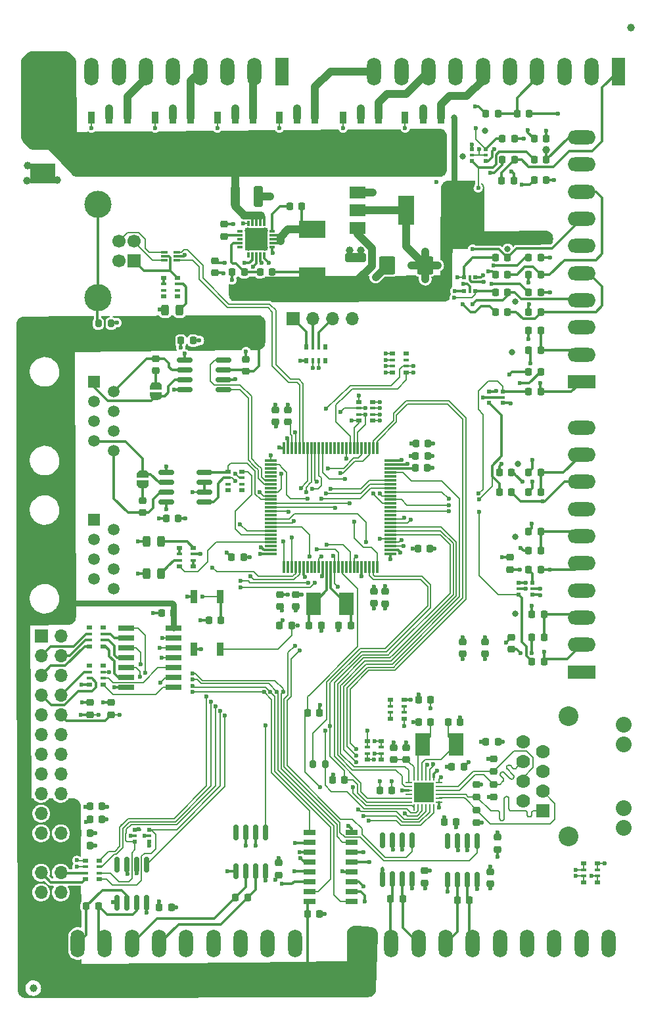
<source format=gbr>
%TF.GenerationSoftware,KiCad,Pcbnew,5.99.0-unknown-b90e72ed07~107~ubuntu18.04.1*%
%TF.CreationDate,2021-02-01T09:40:27+01:00*%
%TF.ProjectId,Uni_Printer,556e695f-5072-4696-9e74-65722e6b6963,rev?*%
%TF.SameCoordinates,PX48009e0PY88da2e0*%
%TF.FileFunction,Copper,L1,Top*%
%TF.FilePolarity,Positive*%
%FSLAX46Y46*%
G04 Gerber Fmt 4.6, Leading zero omitted, Abs format (unit mm)*
G04 Created by KiCad (PCBNEW 5.99.0-unknown-b90e72ed07~107~ubuntu18.04.1) date 2021-02-01 09:40:27*
%MOMM*%
%LPD*%
G01*
G04 APERTURE LIST*
G04 Aperture macros list*
%AMRoundRect*
0 Rectangle with rounded corners*
0 $1 Rounding radius*
0 $2 $3 $4 $5 $6 $7 $8 $9 X,Y pos of 4 corners*
0 Add a 4 corners polygon primitive as box body*
4,1,4,$2,$3,$4,$5,$6,$7,$8,$9,$2,$3,0*
0 Add four circle primitives for the rounded corners*
1,1,$1+$1,$2,$3*
1,1,$1+$1,$4,$5*
1,1,$1+$1,$6,$7*
1,1,$1+$1,$8,$9*
0 Add four rect primitives between the rounded corners*
20,1,$1+$1,$2,$3,$4,$5,0*
20,1,$1+$1,$4,$5,$6,$7,0*
20,1,$1+$1,$6,$7,$8,$9,0*
20,1,$1+$1,$8,$9,$2,$3,0*%
G04 Aperture macros list end*
%TA.AperFunction,SMDPad,CuDef*%
%ADD10R,0.900000X1.700000*%
%TD*%
%TA.AperFunction,SMDPad,CuDef*%
%ADD11RoundRect,0.225000X-0.250000X0.225000X-0.250000X-0.225000X0.250000X-0.225000X0.250000X0.225000X0*%
%TD*%
%TA.AperFunction,SMDPad,CuDef*%
%ADD12RoundRect,0.218750X-0.218750X-0.256250X0.218750X-0.256250X0.218750X0.256250X-0.218750X0.256250X0*%
%TD*%
%TA.AperFunction,SMDPad,CuDef*%
%ADD13RoundRect,0.218750X0.218750X0.256250X-0.218750X0.256250X-0.218750X-0.256250X0.218750X-0.256250X0*%
%TD*%
%TA.AperFunction,SMDPad,CuDef*%
%ADD14RoundRect,0.218750X-0.256250X0.218750X-0.256250X-0.218750X0.256250X-0.218750X0.256250X0.218750X0*%
%TD*%
%TA.AperFunction,SMDPad,CuDef*%
%ADD15RoundRect,0.218750X0.256250X-0.218750X0.256250X0.218750X-0.256250X0.218750X-0.256250X-0.218750X0*%
%TD*%
%TA.AperFunction,SMDPad,CuDef*%
%ADD16RoundRect,0.243750X-0.243750X-0.456250X0.243750X-0.456250X0.243750X0.456250X-0.243750X0.456250X0*%
%TD*%
%TA.AperFunction,SMDPad,CuDef*%
%ADD17RoundRect,0.225000X0.250000X-0.225000X0.250000X0.225000X-0.250000X0.225000X-0.250000X-0.225000X0*%
%TD*%
%TA.AperFunction,SMDPad,CuDef*%
%ADD18RoundRect,0.225000X-0.225000X-0.250000X0.225000X-0.250000X0.225000X0.250000X-0.225000X0.250000X0*%
%TD*%
%TA.AperFunction,SMDPad,CuDef*%
%ADD19R,2.032000X0.660400*%
%TD*%
%TA.AperFunction,SMDPad,CuDef*%
%ADD20R,0.800000X0.500000*%
%TD*%
%TA.AperFunction,SMDPad,CuDef*%
%ADD21R,0.800000X0.400000*%
%TD*%
%TA.AperFunction,SMDPad,CuDef*%
%ADD22R,0.500000X0.800000*%
%TD*%
%TA.AperFunction,SMDPad,CuDef*%
%ADD23R,0.400000X0.800000*%
%TD*%
%TA.AperFunction,SMDPad,CuDef*%
%ADD24RoundRect,0.150000X0.825000X0.150000X-0.825000X0.150000X-0.825000X-0.150000X0.825000X-0.150000X0*%
%TD*%
%TA.AperFunction,SMDPad,CuDef*%
%ADD25R,0.600000X0.600000*%
%TD*%
%TA.AperFunction,SMDPad,CuDef*%
%ADD26R,0.400000X0.600000*%
%TD*%
%TA.AperFunction,ComponentPad*%
%ADD27R,1.800000X3.600000*%
%TD*%
%TA.AperFunction,ComponentPad*%
%ADD28O,1.800000X3.600000*%
%TD*%
%TA.AperFunction,SMDPad,CuDef*%
%ADD29R,0.600000X0.400000*%
%TD*%
%TA.AperFunction,SMDPad,CuDef*%
%ADD30C,1.000000*%
%TD*%
%TA.AperFunction,SMDPad,CuDef*%
%ADD31R,1.950000X2.950000*%
%TD*%
%TA.AperFunction,ComponentPad*%
%ADD32R,1.500000X1.500000*%
%TD*%
%TA.AperFunction,ComponentPad*%
%ADD33C,1.500000*%
%TD*%
%TA.AperFunction,ComponentPad*%
%ADD34R,3.600000X1.800000*%
%TD*%
%TA.AperFunction,ComponentPad*%
%ADD35O,3.600000X1.800000*%
%TD*%
%TA.AperFunction,SMDPad,CuDef*%
%ADD36RoundRect,0.150000X-0.150000X0.825000X-0.150000X-0.825000X0.150000X-0.825000X0.150000X0.825000X0*%
%TD*%
%TA.AperFunction,SMDPad,CuDef*%
%ADD37R,3.300000X2.500000*%
%TD*%
%TA.AperFunction,SMDPad,CuDef*%
%ADD38R,0.850000X0.300000*%
%TD*%
%TA.AperFunction,ComponentPad*%
%ADD39R,1.700000X1.700000*%
%TD*%
%TA.AperFunction,ComponentPad*%
%ADD40O,1.700000X1.700000*%
%TD*%
%TA.AperFunction,SMDPad,CuDef*%
%ADD41RoundRect,0.250000X-0.325000X-1.100000X0.325000X-1.100000X0.325000X1.100000X-0.325000X1.100000X0*%
%TD*%
%TA.AperFunction,SMDPad,CuDef*%
%ADD42R,0.900000X1.500000*%
%TD*%
%TA.AperFunction,SMDPad,CuDef*%
%ADD43R,3.200000X1.500000*%
%TD*%
%TA.AperFunction,SMDPad,CuDef*%
%ADD44RoundRect,0.250000X1.100000X-0.325000X1.100000X0.325000X-1.100000X0.325000X-1.100000X-0.325000X0*%
%TD*%
%TA.AperFunction,SMDPad,CuDef*%
%ADD45R,0.300000X0.700000*%
%TD*%
%TA.AperFunction,SMDPad,CuDef*%
%ADD46R,0.700000X0.300000*%
%TD*%
%TA.AperFunction,SMDPad,CuDef*%
%ADD47R,2.950000X2.950000*%
%TD*%
%TA.AperFunction,ComponentPad*%
%ADD48R,1.778000X1.778000*%
%TD*%
%TA.AperFunction,ComponentPad*%
%ADD49C,1.778000*%
%TD*%
%TA.AperFunction,ComponentPad*%
%ADD50C,2.032000*%
%TD*%
%TA.AperFunction,ComponentPad*%
%ADD51C,2.540000*%
%TD*%
%TA.AperFunction,ComponentPad*%
%ADD52C,1.700000*%
%TD*%
%TA.AperFunction,ComponentPad*%
%ADD53C,3.500000*%
%TD*%
%TA.AperFunction,SMDPad,CuDef*%
%ADD54RoundRect,0.200000X-0.200000X-0.275000X0.200000X-0.275000X0.200000X0.275000X-0.200000X0.275000X0*%
%TD*%
%TA.AperFunction,SMDPad,CuDef*%
%ADD55R,1.525000X0.650000*%
%TD*%
%TA.AperFunction,SMDPad,CuDef*%
%ADD56RoundRect,0.075000X0.075000X-0.725000X0.075000X0.725000X-0.075000X0.725000X-0.075000X-0.725000X0*%
%TD*%
%TA.AperFunction,SMDPad,CuDef*%
%ADD57RoundRect,0.075000X0.725000X-0.075000X0.725000X0.075000X-0.725000X0.075000X-0.725000X-0.075000X0*%
%TD*%
%TA.AperFunction,SMDPad,CuDef*%
%ADD58RoundRect,0.225000X0.225000X0.250000X-0.225000X0.250000X-0.225000X-0.250000X0.225000X-0.250000X0*%
%TD*%
%TA.AperFunction,SMDPad,CuDef*%
%ADD59R,2.000000X1.500000*%
%TD*%
%TA.AperFunction,SMDPad,CuDef*%
%ADD60R,2.000000X3.800000*%
%TD*%
%TA.AperFunction,SMDPad,CuDef*%
%ADD61R,3.500000X2.300000*%
%TD*%
%TA.AperFunction,SMDPad,CuDef*%
%ADD62RoundRect,0.062500X-0.062500X0.350000X-0.062500X-0.350000X0.062500X-0.350000X0.062500X0.350000X0*%
%TD*%
%TA.AperFunction,SMDPad,CuDef*%
%ADD63RoundRect,0.062500X-0.350000X0.062500X-0.350000X-0.062500X0.350000X-0.062500X0.350000X0.062500X0*%
%TD*%
%TA.AperFunction,SMDPad,CuDef*%
%ADD64R,2.600000X2.600000*%
%TD*%
%TA.AperFunction,SMDPad,CuDef*%
%ADD65RoundRect,0.250000X0.787500X0.925000X-0.787500X0.925000X-0.787500X-0.925000X0.787500X-0.925000X0*%
%TD*%
%TA.AperFunction,ViaPad*%
%ADD66C,0.600000*%
%TD*%
%TA.AperFunction,ViaPad*%
%ADD67C,1.000000*%
%TD*%
%TA.AperFunction,ViaPad*%
%ADD68C,0.800000*%
%TD*%
%TA.AperFunction,Conductor*%
%ADD69C,0.300000*%
%TD*%
%TA.AperFunction,Conductor*%
%ADD70C,1.000000*%
%TD*%
%TA.AperFunction,Conductor*%
%ADD71C,0.200000*%
%TD*%
%TA.AperFunction,Conductor*%
%ADD72C,0.400000*%
%TD*%
%TA.AperFunction,Conductor*%
%ADD73C,0.800000*%
%TD*%
%TA.AperFunction,Conductor*%
%ADD74C,2.000000*%
%TD*%
G04 APERTURE END LIST*
D10*
X23200000Y45400000D03*
X26600000Y45400000D03*
X23200000Y52200000D03*
X26600000Y52200000D03*
D11*
X46350000Y52875000D03*
X46350000Y51325000D03*
D12*
X62012500Y93700000D03*
X63587500Y93700000D03*
X62912500Y108500000D03*
X64487500Y108500000D03*
X62012500Y88900000D03*
X63587500Y88900000D03*
D13*
X68587500Y108500000D03*
X67012500Y108500000D03*
X63587500Y95900000D03*
X62012500Y95900000D03*
D12*
X66312500Y88900000D03*
X67887500Y88900000D03*
D13*
X67887500Y95900000D03*
X66312500Y95900000D03*
D14*
X47850000Y52887500D03*
X47850000Y51312500D03*
D15*
X33700000Y74712500D03*
X33700000Y76287500D03*
D12*
X19612500Y62300000D03*
X21187500Y62300000D03*
D16*
X17062500Y59300000D03*
X18937500Y59300000D03*
D14*
X36300000Y52487500D03*
X36300000Y50912500D03*
D13*
X29587500Y57300000D03*
X28012500Y57300000D03*
D17*
X35300000Y74725000D03*
X35300000Y76275000D03*
D14*
X34300000Y52500000D03*
X34300000Y50925000D03*
D18*
X51725000Y68800000D03*
X53275000Y68800000D03*
X51750000Y70350000D03*
X53300000Y70350000D03*
D12*
X51781250Y71950000D03*
X53356250Y71950000D03*
D14*
X12500000Y38587500D03*
X12500000Y37012500D03*
X64100000Y46987500D03*
X64100000Y45412500D03*
D13*
X53687500Y38900000D03*
X52112500Y38900000D03*
X35775000Y48500000D03*
X34200000Y48500000D03*
D12*
X8212500Y20100000D03*
X9787500Y20100000D03*
D13*
X26687500Y49200000D03*
X25112500Y49200000D03*
D15*
X52900000Y15312500D03*
X52900000Y16887500D03*
D19*
X14426600Y48110000D03*
X14426600Y46840000D03*
X14426600Y45570000D03*
X14426600Y44300000D03*
X14426600Y43030000D03*
X14426600Y41760000D03*
X14426600Y40490000D03*
X20573400Y40490000D03*
X20573400Y41760000D03*
X20573400Y43030000D03*
X20573400Y44300000D03*
X20573400Y45570000D03*
X20573400Y46840000D03*
X20573400Y48110000D03*
D12*
X48512500Y13300000D03*
X50087500Y13300000D03*
D20*
X11500000Y45800000D03*
D21*
X11500000Y46600000D03*
X11500000Y47400000D03*
D20*
X11500000Y48200000D03*
X9700000Y48200000D03*
D21*
X9700000Y47400000D03*
X9700000Y46600000D03*
D20*
X9700000Y45800000D03*
X29400000Y65900000D03*
D21*
X29400000Y66700000D03*
X29400000Y67500000D03*
D20*
X29400000Y68300000D03*
X27600000Y68300000D03*
D21*
X27600000Y67500000D03*
X27600000Y66700000D03*
D20*
X27600000Y65900000D03*
D22*
X37700000Y82600000D03*
D23*
X38500000Y82600000D03*
X39300000Y82600000D03*
D22*
X40100000Y82600000D03*
X40100000Y84400000D03*
D23*
X39300000Y84400000D03*
X38500000Y84400000D03*
D22*
X37700000Y84400000D03*
D20*
X50300000Y36500000D03*
D21*
X50300000Y37300000D03*
X50300000Y38100000D03*
D20*
X50300000Y38900000D03*
X48500000Y38900000D03*
D21*
X48500000Y38100000D03*
X48500000Y37300000D03*
D20*
X48500000Y36500000D03*
X21300000Y58500000D03*
D21*
X21300000Y57700000D03*
X21300000Y56900000D03*
D20*
X21300000Y56100000D03*
X23100000Y56100000D03*
D21*
X23100000Y56900000D03*
X23100000Y57700000D03*
D20*
X23100000Y58500000D03*
D12*
X57112500Y13100000D03*
X58687500Y13100000D03*
D20*
X11500000Y40900000D03*
D21*
X11500000Y41700000D03*
X11500000Y42500000D03*
D20*
X11500000Y43300000D03*
X9700000Y43300000D03*
D21*
X9700000Y42500000D03*
X9700000Y41700000D03*
D20*
X9700000Y40900000D03*
D14*
X9800000Y38587500D03*
X9800000Y37012500D03*
D13*
X68600000Y105900000D03*
X67025000Y105900000D03*
D14*
X16600000Y64587500D03*
X16600000Y63012500D03*
D24*
X24575000Y64395000D03*
X24575000Y65665000D03*
X24575000Y66935000D03*
X24575000Y68205000D03*
X19625000Y68205000D03*
X19625000Y66935000D03*
X19625000Y65665000D03*
X19625000Y64395000D03*
D12*
X38012500Y48500000D03*
X39587500Y48500000D03*
D13*
X43400000Y48500000D03*
X41825000Y48500000D03*
D24*
X26975000Y78895000D03*
X26975000Y80165000D03*
X26975000Y81435000D03*
X26975000Y82705000D03*
X22025000Y82705000D03*
X22025000Y81435000D03*
X22025000Y80165000D03*
X22025000Y78895000D03*
D13*
X63587500Y91400000D03*
X62012500Y91400000D03*
D12*
X66712500Y47000000D03*
X68287500Y47000000D03*
D15*
X61400000Y15200000D03*
X61400000Y16775000D03*
D13*
X68275000Y43800000D03*
X66700000Y43800000D03*
D25*
X59450000Y93400000D03*
D26*
X58700000Y93400000D03*
D25*
X57950000Y93400000D03*
X57950000Y91600000D03*
D26*
X58700000Y91600000D03*
D25*
X59450000Y91600000D03*
D27*
X4700000Y7500000D03*
D28*
X8200000Y7500000D03*
X11700000Y7500000D03*
X15200000Y7500000D03*
X18700000Y7500000D03*
X22200000Y7500000D03*
X25700000Y7500000D03*
X29200000Y7500000D03*
X32700000Y7500000D03*
X36200000Y7500000D03*
D12*
X66312500Y93700000D03*
X67887500Y93700000D03*
D13*
X67887500Y91400000D03*
X66312500Y91400000D03*
D12*
X66712500Y49900000D03*
X68287500Y49900000D03*
D25*
X60800000Y108350000D03*
D29*
X60800000Y109100000D03*
D25*
X60800000Y109850000D03*
X59000000Y109850000D03*
D29*
X59000000Y109100000D03*
D25*
X59000000Y108350000D03*
D13*
X64387500Y105800000D03*
X62812500Y105800000D03*
D30*
X2500000Y1750000D03*
X79500000Y125500000D03*
D31*
X38550000Y51300000D03*
X42850000Y51300000D03*
D32*
X10300000Y79900000D03*
D33*
X12840000Y78630000D03*
X10300000Y77360000D03*
X12840000Y76090000D03*
X10300000Y74820000D03*
X12840000Y73550000D03*
X10300000Y72280000D03*
X12840000Y71010000D03*
D34*
X73100000Y42500000D03*
D35*
X73100000Y46000000D03*
X73100000Y49500000D03*
X73100000Y53000000D03*
X73100000Y56500000D03*
X73100000Y60000000D03*
X73100000Y63500000D03*
X73100000Y67000000D03*
X73100000Y70500000D03*
X73100000Y74000000D03*
D36*
X51305000Y20775000D03*
X50035000Y20775000D03*
X48765000Y20775000D03*
X47495000Y20775000D03*
X47495000Y15825000D03*
X48765000Y15825000D03*
X50035000Y15825000D03*
X51305000Y15825000D03*
X59705000Y20675000D03*
X58435000Y20675000D03*
X57165000Y20675000D03*
X55895000Y20675000D03*
X55895000Y15725000D03*
X57165000Y15725000D03*
X58435000Y15725000D03*
X59705000Y15725000D03*
D13*
X39387500Y11300000D03*
X37812500Y11300000D03*
D37*
X3700000Y106700000D03*
X3700000Y113500000D03*
D38*
X21000000Y95600000D03*
X21000000Y96100000D03*
X21000000Y96600000D03*
X19400000Y96600000D03*
X19400000Y96100000D03*
X19400000Y95600000D03*
D15*
X18300000Y81312500D03*
X18300000Y82887500D03*
D39*
X3500000Y47120000D03*
D40*
X6040000Y47120000D03*
X3500000Y44580000D03*
X6040000Y44580000D03*
X3500000Y42040000D03*
X6040000Y42040000D03*
X3500000Y39500000D03*
X6040000Y39500000D03*
X3500000Y36960000D03*
X6040000Y36960000D03*
X3500000Y34420000D03*
X6040000Y34420000D03*
X3500000Y31880000D03*
X6040000Y31880000D03*
X3500000Y29340000D03*
X6040000Y29340000D03*
X3500000Y26800000D03*
X6040000Y26800000D03*
X3500000Y24260000D03*
X6040000Y24260000D03*
X3500000Y21720000D03*
X6040000Y21720000D03*
X3500000Y19180000D03*
X6040000Y19180000D03*
X3500000Y16640000D03*
X6040000Y16640000D03*
X3500000Y14100000D03*
X6040000Y14100000D03*
D13*
X67887500Y78600000D03*
X66312500Y78600000D03*
X66387500Y114400000D03*
X64812500Y114400000D03*
D41*
X28525000Y103800000D03*
X31475000Y103800000D03*
%TA.AperFunction,SMDPad,CuDef*%
G36*
X17350000Y67200000D02*
G01*
X17350000Y66700000D01*
X17345033Y66700000D01*
X17343568Y66620059D01*
X17301293Y66484744D01*
X17222738Y66366734D01*
X17114219Y66275514D01*
X16984460Y66218419D01*
X16850000Y66200836D01*
X16850000Y66200000D01*
X16350000Y66200000D01*
X16350000Y66200836D01*
X16343891Y66200037D01*
X16203814Y66221848D01*
X16075489Y66282096D01*
X15969231Y66375940D01*
X15893583Y66495835D01*
X15854626Y66632142D01*
X15855041Y66700000D01*
X15850000Y66700000D01*
X15850000Y67200000D01*
X17350000Y67200000D01*
G37*
%TD.AperFunction*%
%TA.AperFunction,SMDPad,CuDef*%
G36*
X15855041Y68000000D02*
G01*
X15855492Y68073905D01*
X15896111Y68209726D01*
X15973218Y68328688D01*
X16080615Y68421226D01*
X16209667Y68479903D01*
X16350000Y68500000D01*
X16850000Y68500000D01*
X16862216Y68499851D01*
X17002017Y68476331D01*
X17129596Y68414519D01*
X17234700Y68319384D01*
X17308877Y68198574D01*
X17346166Y68061801D01*
X17345033Y68000000D01*
X17350000Y68000000D01*
X17350000Y67500000D01*
X15850000Y67500000D01*
X15850000Y68000000D01*
X15855041Y68000000D01*
G37*
%TD.AperFunction*%
D15*
X60700000Y44812500D03*
X60700000Y46387500D03*
D42*
X14600000Y113950000D03*
X12300000Y113950000D03*
X10000000Y113950000D03*
D43*
X12300000Y107450000D03*
D12*
X21512500Y85200000D03*
X23087500Y85200000D03*
D42*
X30800000Y113950000D03*
X28500000Y113950000D03*
X26200000Y113950000D03*
D43*
X28500000Y107450000D03*
D13*
X68587500Y111200000D03*
X67012500Y111200000D03*
D17*
X50500000Y31225000D03*
X50500000Y32775000D03*
D42*
X22800000Y113950000D03*
X20500000Y113950000D03*
X18200000Y113950000D03*
D43*
X20500000Y107450000D03*
D14*
X59600000Y24687500D03*
X59600000Y23112500D03*
D27*
X77900000Y119900000D03*
D28*
X74400000Y119900000D03*
X70900000Y119900000D03*
X67400000Y119900000D03*
X63900000Y119900000D03*
X60400000Y119900000D03*
X56900000Y119900000D03*
X53400000Y119900000D03*
X49900000Y119900000D03*
X46400000Y119900000D03*
D12*
X66312500Y65700000D03*
X67887500Y65700000D03*
D36*
X32405000Y21775000D03*
X31135000Y21775000D03*
X29865000Y21775000D03*
X28595000Y21775000D03*
X28595000Y16825000D03*
X29865000Y16825000D03*
X31135000Y16825000D03*
X32405000Y16825000D03*
D15*
X61800000Y29712500D03*
X61800000Y31287500D03*
D13*
X64087500Y65700000D03*
X62512500Y65700000D03*
D20*
X73400000Y17800000D03*
D21*
X73400000Y17000000D03*
X73400000Y16200000D03*
D20*
X73400000Y15400000D03*
X75200000Y15400000D03*
D21*
X75200000Y16200000D03*
X75200000Y17000000D03*
D20*
X75200000Y17800000D03*
D13*
X64487500Y111200000D03*
X62912500Y111200000D03*
D42*
X38800000Y113950000D03*
X36500000Y113950000D03*
X34200000Y113950000D03*
D43*
X36500000Y107450000D03*
D42*
X55000000Y113950000D03*
X52700000Y113950000D03*
X50400000Y113950000D03*
D43*
X52700000Y107450000D03*
D12*
X37812500Y37200000D03*
X39387500Y37200000D03*
D13*
X20587500Y50100000D03*
X19012500Y50100000D03*
D20*
X21100000Y90900000D03*
D21*
X21100000Y91700000D03*
X21100000Y92500000D03*
D20*
X21100000Y93300000D03*
X19300000Y93300000D03*
D21*
X19300000Y92500000D03*
X19300000Y91700000D03*
D20*
X19300000Y90900000D03*
D16*
X17062500Y55200000D03*
X18937500Y55200000D03*
D27*
X34500000Y119900000D03*
D28*
X31000000Y119900000D03*
X27500000Y119900000D03*
X24000000Y119900000D03*
X20500000Y119900000D03*
X17000000Y119900000D03*
X13500000Y119900000D03*
X10000000Y119900000D03*
X6500000Y119900000D03*
X3000000Y119900000D03*
D25*
X15600000Y22150000D03*
D29*
X15600000Y21400000D03*
D25*
X15600000Y20650000D03*
X17400000Y20650000D03*
D29*
X17400000Y21400000D03*
D25*
X17400000Y22150000D03*
D14*
X63900000Y57287500D03*
X63900000Y55712500D03*
D27*
X45100000Y7500000D03*
D28*
X48600000Y7500000D03*
X52100000Y7500000D03*
X55600000Y7500000D03*
X59100000Y7500000D03*
X62600000Y7500000D03*
X66100000Y7500000D03*
X69600000Y7500000D03*
X73100000Y7500000D03*
X76600000Y7500000D03*
D15*
X57800000Y44812500D03*
X57800000Y46387500D03*
D44*
X44050000Y92925000D03*
X44050000Y95875000D03*
D34*
X73100000Y79900000D03*
D35*
X73100000Y83400000D03*
X73100000Y86900000D03*
X73100000Y90400000D03*
X73100000Y93900000D03*
X73100000Y97400000D03*
X73100000Y100900000D03*
X73100000Y104400000D03*
X73100000Y107900000D03*
X73100000Y111400000D03*
D20*
X44400000Y77300000D03*
D21*
X44400000Y76500000D03*
X44400000Y75700000D03*
D20*
X44400000Y74900000D03*
X46200000Y74900000D03*
D21*
X46200000Y75700000D03*
X46200000Y76500000D03*
D20*
X46200000Y77300000D03*
D12*
X28512500Y13400000D03*
X30087500Y13400000D03*
X66312500Y81200000D03*
X67887500Y81200000D03*
D45*
X32200000Y100300000D03*
X31700000Y100300000D03*
X31200000Y100300000D03*
X30700000Y100300000D03*
X30200000Y100300000D03*
D46*
X29150000Y99250000D03*
X29150000Y98750000D03*
X29150000Y98250000D03*
X29150000Y97750000D03*
X29150000Y97250000D03*
D45*
X30200000Y96200000D03*
X30700000Y96200000D03*
X31200000Y96200000D03*
X31700000Y96200000D03*
X32200000Y96200000D03*
D46*
X33250000Y97250000D03*
X33250000Y97750000D03*
X33250000Y98250000D03*
X33250000Y98750000D03*
X33250000Y99250000D03*
D47*
X31200000Y98250000D03*
D31*
X52662500Y33150000D03*
X56962500Y33150000D03*
D48*
X68100000Y24600000D03*
D49*
X65560000Y25870000D03*
X68100000Y27140000D03*
X65560000Y28410000D03*
X68100000Y29680000D03*
X65560000Y30950000D03*
X68100000Y32220000D03*
X65560000Y33490000D03*
D50*
X78564800Y22395400D03*
X78564800Y24935000D03*
X78564800Y33130000D03*
X78564800Y35669200D03*
D51*
X71400000Y36795000D03*
X71400000Y21295000D03*
D20*
X47350000Y31200000D03*
D21*
X47350000Y32000000D03*
X47350000Y32800000D03*
D20*
X47350000Y33600000D03*
X45550000Y33600000D03*
D21*
X45550000Y32800000D03*
X45550000Y32000000D03*
D20*
X45550000Y31200000D03*
D13*
X57987500Y30300000D03*
X56412500Y30300000D03*
D14*
X61800000Y27987500D03*
X61800000Y26412500D03*
D15*
X59600000Y26412500D03*
X59600000Y27987500D03*
D39*
X15500000Y95500000D03*
D52*
X15500000Y98000000D03*
X13500000Y98000000D03*
X13500000Y95500000D03*
D53*
X10790000Y102770000D03*
X10790000Y90730000D03*
D54*
X10875000Y87400000D03*
X12525000Y87400000D03*
D55*
X43512000Y12955000D03*
X43512000Y14225000D03*
X43512000Y15495000D03*
X43512000Y16765000D03*
X43512000Y18035000D03*
X43512000Y19305000D03*
X43512000Y20575000D03*
X43512000Y21845000D03*
X38088000Y21845000D03*
X38088000Y20575000D03*
X38088000Y19305000D03*
X38088000Y18035000D03*
X38088000Y16765000D03*
X38088000Y15495000D03*
X38088000Y14225000D03*
X38088000Y12955000D03*
D14*
X27100000Y100187500D03*
X27100000Y98612500D03*
D13*
X53687500Y36000000D03*
X52112500Y36000000D03*
D25*
X66800000Y52450000D03*
D29*
X66800000Y53200000D03*
D25*
X66800000Y53950000D03*
X65000000Y53950000D03*
D29*
X65000000Y53200000D03*
D25*
X65000000Y52450000D03*
D39*
X36000000Y88000000D03*
D40*
X38540000Y88000000D03*
X41080000Y88000000D03*
X43620000Y88000000D03*
D12*
X9312500Y12300000D03*
X10887500Y12300000D03*
D14*
X62300000Y21187500D03*
X62300000Y19612500D03*
D42*
X47000000Y113950000D03*
X44700000Y113950000D03*
X42400000Y113950000D03*
D43*
X44700000Y107450000D03*
D12*
X47112500Y27275000D03*
X48687500Y27275000D03*
X18700000Y12200000D03*
X20275000Y12200000D03*
X60812500Y114400000D03*
X62387500Y114400000D03*
D32*
X10300000Y62100000D03*
D33*
X12840000Y60830000D03*
X10300000Y59560000D03*
X12840000Y58290000D03*
X10300000Y57020000D03*
X12840000Y55750000D03*
X10300000Y54480000D03*
X12840000Y53210000D03*
D54*
X38475000Y30600000D03*
X40125000Y30600000D03*
D17*
X29900000Y81225000D03*
X29900000Y82775000D03*
D12*
X55912500Y36000000D03*
X57487500Y36000000D03*
%TA.AperFunction,SMDPad,CuDef*%
G36*
X17550000Y78850000D02*
G01*
X17550000Y79350000D01*
X17554967Y79350000D01*
X17556432Y79429941D01*
X17598707Y79565256D01*
X17677262Y79683266D01*
X17785781Y79774486D01*
X17915540Y79831581D01*
X18050000Y79849164D01*
X18050000Y79850000D01*
X18550000Y79850000D01*
X18550000Y79849164D01*
X18556109Y79849963D01*
X18696186Y79828152D01*
X18824511Y79767904D01*
X18930769Y79674060D01*
X19006417Y79554165D01*
X19045374Y79417858D01*
X19044959Y79350000D01*
X19050000Y79350000D01*
X19050000Y78850000D01*
X17550000Y78850000D01*
G37*
%TD.AperFunction*%
%TA.AperFunction,SMDPad,CuDef*%
G36*
X19044959Y78050000D02*
G01*
X19044508Y77976095D01*
X19003889Y77840274D01*
X18926782Y77721312D01*
X18819385Y77628774D01*
X18690333Y77570097D01*
X18550000Y77550000D01*
X18050000Y77550000D01*
X18037784Y77550149D01*
X17897983Y77573669D01*
X17770404Y77635481D01*
X17665300Y77730616D01*
X17591123Y77851426D01*
X17553834Y77988199D01*
X17554967Y78050000D01*
X17550000Y78050000D01*
X17550000Y78550000D01*
X19050000Y78550000D01*
X19050000Y78050000D01*
X19044959Y78050000D01*
G37*
%TD.AperFunction*%
D14*
X25900000Y95487500D03*
X25900000Y93912500D03*
D18*
X8250000Y21700000D03*
X9800000Y21700000D03*
D13*
X62387500Y33500000D03*
X60812500Y33500000D03*
X42587500Y28600000D03*
X41012500Y28600000D03*
D56*
X34800000Y56025000D03*
X35300000Y56025000D03*
X35800000Y56025000D03*
X36300000Y56025000D03*
X36800000Y56025000D03*
X37300000Y56025000D03*
X37800000Y56025000D03*
X38300000Y56025000D03*
X38800000Y56025000D03*
X39300000Y56025000D03*
X39800000Y56025000D03*
X40300000Y56025000D03*
X40800000Y56025000D03*
X41300000Y56025000D03*
X41800000Y56025000D03*
X42300000Y56025000D03*
X42800000Y56025000D03*
X43300000Y56025000D03*
X43800000Y56025000D03*
X44300000Y56025000D03*
X44800000Y56025000D03*
X45300000Y56025000D03*
X45800000Y56025000D03*
X46300000Y56025000D03*
X46800000Y56025000D03*
D57*
X48475000Y57700000D03*
X48475000Y58200000D03*
X48475000Y58700000D03*
X48475000Y59200000D03*
X48475000Y59700000D03*
X48475000Y60200000D03*
X48475000Y60700000D03*
X48475000Y61200000D03*
X48475000Y61700000D03*
X48475000Y62200000D03*
X48475000Y62700000D03*
X48475000Y63200000D03*
X48475000Y63700000D03*
X48475000Y64200000D03*
X48475000Y64700000D03*
X48475000Y65200000D03*
X48475000Y65700000D03*
X48475000Y66200000D03*
X48475000Y66700000D03*
X48475000Y67200000D03*
X48475000Y67700000D03*
X48475000Y68200000D03*
X48475000Y68700000D03*
X48475000Y69200000D03*
X48475000Y69700000D03*
D56*
X46800000Y71375000D03*
X46300000Y71375000D03*
X45800000Y71375000D03*
X45300000Y71375000D03*
X44800000Y71375000D03*
X44300000Y71375000D03*
X43800000Y71375000D03*
X43300000Y71375000D03*
X42800000Y71375000D03*
X42300000Y71375000D03*
X41800000Y71375000D03*
X41300000Y71375000D03*
X40800000Y71375000D03*
X40300000Y71375000D03*
X39800000Y71375000D03*
X39300000Y71375000D03*
X38800000Y71375000D03*
X38300000Y71375000D03*
X37800000Y71375000D03*
X37300000Y71375000D03*
X36800000Y71375000D03*
X36300000Y71375000D03*
X35800000Y71375000D03*
X35300000Y71375000D03*
X34800000Y71375000D03*
D57*
X33125000Y69700000D03*
X33125000Y69200000D03*
X33125000Y68700000D03*
X33125000Y68200000D03*
X33125000Y67700000D03*
X33125000Y67200000D03*
X33125000Y66700000D03*
X33125000Y66200000D03*
X33125000Y65700000D03*
X33125000Y65200000D03*
X33125000Y64700000D03*
X33125000Y64200000D03*
X33125000Y63700000D03*
X33125000Y63200000D03*
X33125000Y62700000D03*
X33125000Y62200000D03*
X33125000Y61700000D03*
X33125000Y61200000D03*
X33125000Y60700000D03*
X33125000Y60200000D03*
X33125000Y59700000D03*
X33125000Y59200000D03*
X33125000Y58700000D03*
X33125000Y58200000D03*
X33125000Y57700000D03*
D58*
X56975000Y23200000D03*
X55425000Y23200000D03*
D12*
X66312500Y86500000D03*
X67887500Y86500000D03*
X66312500Y58100000D03*
X67887500Y58100000D03*
D13*
X33287500Y94000000D03*
X31712500Y94000000D03*
D12*
X66312500Y68200000D03*
X67887500Y68200000D03*
D25*
X63000000Y77150000D03*
D29*
X63000000Y77900000D03*
D25*
X63000000Y78650000D03*
X61200000Y78650000D03*
D29*
X61200000Y77900000D03*
D25*
X61200000Y77150000D03*
D12*
X66312500Y84000000D03*
X67887500Y84000000D03*
X35512500Y102500000D03*
X37087500Y102500000D03*
D15*
X34100000Y16312500D03*
X34100000Y17887500D03*
D13*
X29687500Y94000000D03*
X28112500Y94000000D03*
D59*
X44250000Y104300000D03*
D60*
X50550000Y102000000D03*
D59*
X44250000Y102000000D03*
X44250000Y99700000D03*
D12*
X52012500Y58400000D03*
X53587500Y58400000D03*
D17*
X48900000Y31225000D03*
X48900000Y32775000D03*
D61*
X38400000Y99500000D03*
X38400000Y93500000D03*
D20*
X50550000Y81100000D03*
D21*
X50550000Y81900000D03*
X50550000Y82700000D03*
D20*
X50550000Y83500000D03*
X48750000Y83500000D03*
D21*
X48750000Y82700000D03*
X48750000Y81900000D03*
D20*
X48750000Y81100000D03*
D16*
X19462500Y89100000D03*
X21337500Y89100000D03*
D62*
X54050000Y28937500D03*
X53550000Y28937500D03*
X53050000Y28937500D03*
X52550000Y28937500D03*
X52050000Y28937500D03*
X51550000Y28937500D03*
D63*
X50862500Y28250000D03*
X50862500Y27750000D03*
X50862500Y27250000D03*
X50862500Y26750000D03*
X50862500Y26250000D03*
X50862500Y25750000D03*
D62*
X51550000Y25062500D03*
X52050000Y25062500D03*
X52550000Y25062500D03*
X53050000Y25062500D03*
X53550000Y25062500D03*
X54050000Y25062500D03*
D63*
X54737500Y25750000D03*
X54737500Y26250000D03*
X54737500Y26750000D03*
X54737500Y27250000D03*
X54737500Y27750000D03*
X54737500Y28250000D03*
D64*
X52800000Y27000000D03*
D20*
X11000000Y15800000D03*
D21*
X11000000Y16600000D03*
X11000000Y17400000D03*
D20*
X11000000Y18200000D03*
X9200000Y18200000D03*
D21*
X9200000Y17400000D03*
X9200000Y16600000D03*
D20*
X9200000Y15800000D03*
D18*
X9775000Y25200000D03*
X11325000Y25200000D03*
D12*
X62512500Y68200000D03*
X64087500Y68200000D03*
X66312500Y60600000D03*
X67887500Y60600000D03*
D13*
X67887500Y55700000D03*
X66312500Y55700000D03*
D18*
X9775000Y23500000D03*
X11325000Y23500000D03*
D36*
X17105000Y17675000D03*
X15835000Y17675000D03*
X14565000Y17675000D03*
X13295000Y17675000D03*
X13295000Y12725000D03*
X14565000Y12725000D03*
X15835000Y12725000D03*
X17105000Y12725000D03*
D65*
X52962500Y94900000D03*
X48037500Y94900000D03*
D66*
X54400000Y105600000D03*
X60700000Y47000000D03*
X33800000Y74100000D03*
X36900000Y82600000D03*
D67*
X54600000Y94900000D03*
D66*
X49800000Y57900000D03*
X51400000Y58400000D03*
X51300000Y14600000D03*
X22300000Y52200000D03*
X39650000Y54795581D03*
X11500000Y38600000D03*
X37490280Y54775125D03*
D67*
X51200000Y94900000D03*
D66*
X60400000Y77900000D03*
X15014505Y21391297D03*
X51150000Y70350000D03*
X32400000Y15600000D03*
X59900000Y109900000D03*
X19600000Y63500000D03*
X16800000Y21400000D03*
X53000000Y14600000D03*
X33700000Y15700000D03*
X9300000Y23200000D03*
X60500000Y92800000D03*
X35300000Y52500000D03*
X24000000Y57700000D03*
X46350000Y53500000D03*
X51168750Y71950000D03*
X21500000Y84300000D03*
X31700000Y57700000D03*
X67800000Y53200000D03*
X30400000Y57300000D03*
X17100000Y11500000D03*
X57900000Y92500000D03*
X65900000Y53200000D03*
X18700000Y12900000D03*
X44800000Y54800000D03*
X9200000Y25150000D03*
X22000000Y83500000D03*
X61400000Y14587500D03*
X47850000Y53550000D03*
X18700000Y62300000D03*
D67*
X53000000Y93100000D03*
D66*
X8800000Y38600000D03*
D67*
X53000000Y96700000D03*
D66*
X34200000Y71400000D03*
X59700000Y14500000D03*
X49900000Y69850000D03*
X37074998Y52500000D03*
X17900000Y50100000D03*
X11950000Y23500000D03*
X12900000Y40500000D03*
X36300000Y50400000D03*
X27000000Y93900000D03*
X20900000Y12200000D03*
X55900000Y14200000D03*
X14600000Y16500000D03*
X53800000Y28000000D03*
X36900000Y18500000D03*
D67*
X46200000Y104300000D03*
D66*
X48800000Y19600000D03*
X34600000Y49150000D03*
X53600000Y16900000D03*
X42300000Y16800000D03*
X53968750Y71950000D03*
X31100000Y20100000D03*
X33300000Y96500000D03*
X58600000Y30900000D03*
X23900000Y85200000D03*
X33700000Y76900000D03*
X64000000Y77100000D03*
X51800000Y26000000D03*
X47100000Y76500000D03*
X50040000Y19600000D03*
X28300000Y100200000D03*
X13300000Y87500000D03*
D67*
X52700000Y115100000D03*
D66*
X50700000Y69350000D03*
X51500000Y36000000D03*
X39600000Y47800000D03*
X69100000Y95900000D03*
X56800000Y91600000D03*
X31900000Y95200000D03*
D67*
X28500000Y115100000D03*
D66*
X24100000Y45400000D03*
D67*
X1700000Y105800000D03*
D66*
X29900000Y83800000D03*
X27500000Y16800000D03*
X57000000Y22500000D03*
D68*
X30200000Y97200000D03*
D66*
X19600000Y69000000D03*
X58400000Y19500000D03*
X61400000Y17387500D03*
X39400000Y38200000D03*
X15800000Y16600000D03*
D67*
X1750000Y107750000D03*
D66*
X44080000Y57370000D03*
X62100000Y78700000D03*
X51800000Y28000000D03*
X48900000Y33450000D03*
D67*
X36500000Y115100000D03*
D66*
X47850000Y50700000D03*
X39620000Y57400000D03*
D67*
X12300000Y115100000D03*
D66*
X28500000Y80200000D03*
X47900000Y83500000D03*
X12800000Y12800000D03*
X22100000Y62300000D03*
X22034411Y96200010D03*
X47100000Y28400000D03*
X35200000Y72600000D03*
X63800000Y80800000D03*
X69600000Y105900000D03*
D67*
X43250000Y96800000D03*
D66*
X69100000Y91400000D03*
X47900000Y82700000D03*
X10500000Y21700000D03*
D67*
X5600000Y105900000D03*
D66*
X47100000Y77300000D03*
X40000000Y11300000D03*
X57800000Y47000000D03*
X48500000Y57000000D03*
X59000000Y110500000D03*
D68*
X32300000Y99349998D03*
D66*
X16000000Y59300000D03*
X67800000Y52400000D03*
X60200000Y33500000D03*
X17400000Y20100000D03*
X50550000Y33450000D03*
X34500000Y50400000D03*
X41100000Y29300000D03*
X62800000Y69300000D03*
X53900000Y70300000D03*
X47900000Y81900000D03*
D68*
X30100000Y99349998D03*
D66*
X57200000Y19500000D03*
X18800000Y89200000D03*
X47100000Y74900000D03*
X57500000Y36600000D03*
X52100000Y39600000D03*
D67*
X44700000Y115100000D03*
D66*
X47100000Y75700000D03*
X61900000Y109900000D03*
X41800000Y47900000D03*
X34100000Y18500000D03*
D67*
X44650000Y96850000D03*
D66*
X63400000Y46300000D03*
X54200000Y58400000D03*
D67*
X33000000Y103800000D03*
D66*
X47900000Y81100000D03*
X47500000Y17000000D03*
X43100000Y22700000D03*
X35300000Y76900000D03*
X12000000Y25150000D03*
X10500000Y20100000D03*
X27400000Y57900000D03*
X16100000Y22200000D03*
X29900000Y20100000D03*
X24000000Y49200000D03*
X32800000Y95200000D03*
D68*
X32300000Y97200000D03*
D66*
X62300000Y18700000D03*
X53900000Y68800000D03*
X46350000Y50650000D03*
D67*
X20500000Y115100000D03*
D66*
X20600000Y78900000D03*
X16000000Y55200000D03*
X53800000Y26000000D03*
X60434358Y93650000D03*
X62900000Y57300000D03*
X65900000Y54000003D03*
X28100000Y93000000D03*
X30800000Y94700000D03*
D67*
X46600000Y93400000D03*
D66*
X31800000Y58600000D03*
X68600000Y112200000D03*
D68*
X58900000Y105100000D03*
X56700000Y113900000D03*
X69000000Y98400000D03*
D66*
X30600000Y87100000D03*
X31700000Y87100000D03*
X28500000Y87100000D03*
X28400000Y91400000D03*
X30600000Y91400000D03*
X31700000Y91400000D03*
X29500000Y87100000D03*
D68*
X67700000Y97900000D03*
D66*
X29400000Y91400000D03*
X50300000Y35500000D03*
X40700000Y35500000D03*
X39407114Y27692886D03*
X43700000Y27692886D03*
X36600000Y48500000D03*
X41700000Y53500000D03*
X29500000Y100300000D03*
X41140000Y57480000D03*
X35400000Y63100000D03*
X26000000Y38100000D03*
X56000000Y63200000D03*
X59900000Y63100000D03*
X56000000Y64800000D03*
X59875735Y65524265D03*
X59900000Y64700000D03*
X56000000Y64000000D03*
X26600000Y37500000D03*
X37787851Y64860000D03*
D68*
X64200000Y83700000D03*
D67*
X55000000Y110500000D03*
D68*
X64600000Y59900000D03*
X64600000Y50000000D03*
X60700000Y112200000D03*
D67*
X54900000Y107400000D03*
X55000000Y109000000D03*
D68*
X64900000Y69300000D03*
X64600000Y90200000D03*
X63600000Y97000000D03*
D67*
X55000000Y112000000D03*
D68*
X57800000Y108900000D03*
D66*
X57100000Y93400000D03*
X49900000Y59500000D03*
X56700000Y90700000D03*
X50200000Y58700000D03*
X59500000Y112600000D03*
X50300000Y62400000D03*
X59800000Y104900000D03*
X51100000Y62100000D03*
X33865019Y39932041D03*
X23000000Y41500003D03*
X16900000Y42400000D03*
X42640000Y67400000D03*
X66500000Y82300000D03*
X23000000Y42300006D03*
X43240000Y64200000D03*
X16300000Y43500000D03*
X34664965Y39922604D03*
X18800000Y45600000D03*
X12250000Y42500000D03*
X18900000Y41100000D03*
X32200000Y39900000D03*
X41400000Y63600000D03*
X23000000Y39900000D03*
X45200000Y12900000D03*
X45000000Y14900000D03*
X45800000Y18000000D03*
X42040000Y68140000D03*
X16200000Y41900000D03*
X23000000Y40700000D03*
X33024265Y39924265D03*
X45000000Y19300000D03*
X36200000Y20500000D03*
X25554837Y55973367D03*
X19000000Y44300000D03*
X36850000Y19298437D03*
X19100000Y46900000D03*
X40480000Y68740000D03*
X36100000Y16800000D03*
X34500000Y15200000D03*
X44375735Y24775735D03*
X44074265Y30900000D03*
X45000000Y23899980D03*
X44113494Y31709300D03*
X45700000Y23299980D03*
X44085662Y32585662D03*
X8100000Y17400000D03*
X8124265Y18224265D03*
X68300000Y45100000D03*
X69100000Y55700000D03*
X66700000Y44900000D03*
X65300000Y44900000D03*
X65300000Y58500000D03*
X65200000Y55700000D03*
X66800000Y67000000D03*
X65500000Y67000000D03*
X65200000Y79700000D03*
X68100000Y64500000D03*
X65700000Y111200000D03*
X39020000Y58280000D03*
X37914579Y54000000D03*
X29200000Y54200000D03*
X48700000Y28400000D03*
X57800000Y44200000D03*
X55400000Y23800000D03*
X60300000Y23100000D03*
X61200000Y26400000D03*
X54500000Y29800000D03*
X63000000Y33500000D03*
X46450000Y33600000D03*
X60700000Y44200000D03*
X50000000Y27200000D03*
X46450000Y32000000D03*
X62300000Y21800000D03*
X54800000Y25000000D03*
X61100000Y31300000D03*
X60200000Y28000000D03*
X55800000Y30300000D03*
X51100000Y38900000D03*
X38790000Y54000000D03*
X29200000Y53400000D03*
X40310000Y58890000D03*
X39587851Y64830000D03*
X67800000Y79700000D03*
X59100000Y89900000D03*
X30475735Y54824265D03*
X34715735Y59364265D03*
X40190000Y65500000D03*
X40790000Y66110000D03*
X59100000Y97000000D03*
X66700000Y61600000D03*
X66800000Y69800000D03*
X66300000Y85400000D03*
X25400000Y38700000D03*
X37620000Y65660000D03*
X24800000Y39300000D03*
X36940000Y66150000D03*
X43840001Y61840001D03*
X28490000Y67080000D03*
X66300000Y92700000D03*
X61800000Y94900000D03*
X61100000Y94100000D03*
X23000000Y65650000D03*
X31659265Y65669265D03*
X59400000Y115400000D03*
X66200000Y112300000D03*
X70100000Y114400000D03*
X53700000Y37800000D03*
X55000000Y28900000D03*
X29700000Y95200000D03*
X27200000Y95200000D03*
X66400000Y89924990D03*
X61500000Y92500000D03*
X57800000Y89900000D03*
X61400000Y106800000D03*
X46350000Y31200000D03*
X50375735Y24275735D03*
X45550000Y34900000D03*
X40100000Y34900000D03*
D67*
X68600000Y109800000D03*
D66*
X72400000Y17000000D03*
X53199265Y30550735D03*
X72400000Y16200000D03*
X54000000Y30600000D03*
X74400000Y16200000D03*
X76100000Y17800000D03*
X65400000Y105300000D03*
X64100000Y107000000D03*
X40200000Y76400000D03*
X34430000Y68030000D03*
X50400000Y112600000D03*
X51500000Y81900000D03*
X34200000Y112600000D03*
X43500000Y74900000D03*
X18200000Y112600000D03*
X45300000Y76500000D03*
X42100000Y76000000D03*
X46300000Y65500000D03*
X51500000Y81100000D03*
X42400000Y112600000D03*
X26200000Y112600000D03*
X45300000Y75700000D03*
X44400000Y78100000D03*
X10000000Y112600000D03*
X47100000Y65500000D03*
X29150000Y61550000D03*
X24290000Y52200000D03*
X33100000Y70400000D03*
X38500000Y81700000D03*
X36224989Y73400000D03*
X39300000Y81700000D03*
X47140000Y59700000D03*
X36771014Y45240000D03*
X36180000Y45840000D03*
X45400000Y59200000D03*
X36075735Y61924265D03*
X27200000Y36900000D03*
X32400000Y35600000D03*
X38097571Y57400000D03*
X8700000Y40900000D03*
X35775468Y59824532D03*
X38387851Y66100000D03*
X13600000Y37000000D03*
X38987851Y66985421D03*
X10900000Y37000000D03*
X8600000Y37000000D03*
X66700000Y51000000D03*
X42800000Y70000000D03*
X28500973Y68018811D03*
D69*
X23200000Y52200000D02*
X22300000Y52200000D01*
D70*
X52962500Y94900000D02*
X52962500Y93137500D01*
D69*
X16800000Y21400000D02*
X16919998Y21400000D01*
X58700000Y93400000D02*
X58700000Y93000000D01*
X58950010Y92749990D02*
X60449990Y92749990D01*
X22025000Y83475000D02*
X22000000Y83500000D01*
D70*
X52962500Y94900000D02*
X52962500Y96662500D01*
D69*
X58700000Y91600000D02*
X58700000Y92200000D01*
X29587500Y57300000D02*
X30400000Y57300000D01*
X19625000Y63525000D02*
X19600000Y63500000D01*
X58400000Y92500000D02*
X57900000Y92500000D01*
X58700000Y92200000D02*
X58400000Y92500000D01*
X60700000Y46387500D02*
X60700000Y47000000D01*
X65000000Y53200000D02*
X65900000Y53200000D01*
X34225000Y71375000D02*
X34200000Y71400000D01*
D70*
X52962500Y93137500D02*
X53000000Y93100000D01*
D69*
X51781250Y71950000D02*
X51168750Y71950000D01*
D70*
X52962500Y96662500D02*
X53000000Y96700000D01*
D69*
X37062498Y52487500D02*
X37074998Y52500000D01*
X11512500Y38587500D02*
X11500000Y38600000D01*
X37700000Y82600000D02*
X36900000Y82600000D01*
X59700000Y14500000D02*
X59705000Y15725000D01*
D70*
X50550000Y97312500D02*
X52962500Y94900000D01*
D69*
X39800000Y56025000D02*
X39800000Y54945581D01*
X66800000Y53200000D02*
X67800000Y53200000D01*
X39800000Y54945581D02*
X39650000Y54795581D01*
X15023208Y21400000D02*
X15014505Y21391297D01*
X21512500Y84312500D02*
X21500000Y84300000D01*
X49500000Y58200000D02*
X49800000Y57900000D01*
X63000000Y77900000D02*
X60400000Y77900000D01*
X49750000Y69700000D02*
X49900000Y69850000D01*
X37300000Y56025000D02*
X37300000Y54965405D01*
X37300000Y54965405D02*
X37490280Y54775125D01*
X12500000Y38587500D02*
X11512500Y38587500D01*
D70*
X50550000Y102000000D02*
X50550000Y97312500D01*
D69*
X36300000Y52487500D02*
X37062498Y52487500D01*
X23100000Y57700000D02*
X24000000Y57700000D01*
X44800000Y56025000D02*
X44800000Y54800000D01*
D70*
X52962500Y94900000D02*
X51200000Y94900000D01*
D71*
X60800000Y109100000D02*
X59800000Y109100000D01*
D69*
X16919998Y21400000D02*
X17400000Y21400000D01*
D71*
X59900000Y109200000D02*
X59900000Y109900000D01*
X59800000Y109100000D02*
X59000000Y109100000D01*
D70*
X44250000Y102000000D02*
X50550000Y102000000D01*
D69*
X21512500Y85200000D02*
X21512500Y84312500D01*
X8812500Y38587500D02*
X8800000Y38600000D01*
X9800000Y38587500D02*
X8812500Y38587500D01*
D70*
X52962500Y94900000D02*
X54600000Y94900000D01*
D69*
X52012500Y58400000D02*
X51400000Y58400000D01*
X34300000Y52500000D02*
X35300000Y52500000D01*
X48475000Y58200000D02*
X49500000Y58200000D01*
X61200000Y77900000D02*
X60400000Y77900000D01*
D71*
X59800000Y109100000D02*
X59900000Y109200000D01*
D69*
X19612500Y62300000D02*
X18700000Y62300000D01*
X33125000Y57700000D02*
X31700000Y57700000D01*
X15600000Y21400000D02*
X15023208Y21400000D01*
X60449990Y92749990D02*
X60500000Y92800000D01*
X34800000Y71375000D02*
X34225000Y71375000D01*
X62100000Y77900000D02*
X60400000Y77900000D01*
X19625000Y64395000D02*
X19625000Y63525000D01*
X48475000Y69700000D02*
X49750000Y69700000D01*
X22025000Y82705000D02*
X22025000Y83475000D01*
X58700000Y93000000D02*
X58950010Y92749990D01*
D71*
X39300000Y56025000D02*
X39300000Y57080000D01*
D69*
X38088000Y18035000D02*
X37365000Y18035000D01*
X33250000Y97250000D02*
X33250000Y96550000D01*
X31135000Y21775000D02*
X31135000Y20135000D01*
D70*
X20500000Y113950000D02*
X20500000Y115100000D01*
D69*
X25900000Y93912500D02*
X26987500Y93912500D01*
X12910000Y40490000D02*
X12900000Y40500000D01*
X22025000Y78895000D02*
X20605000Y78895000D01*
D70*
X36500000Y113950000D02*
X36500000Y115100000D01*
D69*
X29900000Y82775000D02*
X29900000Y83800000D01*
X21000000Y96100000D02*
X21934401Y96100000D01*
X57950000Y91600000D02*
X56800000Y91600000D01*
X31700000Y95400000D02*
X31900000Y95200000D01*
D72*
X31199998Y98250000D02*
X30100000Y99349998D01*
D69*
X65849997Y53950000D02*
X65900000Y54000003D01*
X52100000Y39600000D02*
X52112500Y38900000D01*
X28112500Y93012500D02*
X28100000Y93000000D01*
D71*
X41100000Y29300000D02*
X41012500Y28600000D01*
D70*
X28500000Y113950000D02*
X28500000Y115100000D01*
D69*
X17062500Y59300000D02*
X16000000Y59300000D01*
X33250000Y96550000D02*
X33300000Y96500000D01*
X26987500Y93912500D02*
X27000000Y93900000D01*
D71*
X43800000Y57090000D02*
X44080000Y57370000D01*
D69*
X65000000Y53950000D02*
X65849997Y53950000D01*
X67887500Y91400000D02*
X69100000Y91400000D01*
X52800000Y27000000D02*
X53800000Y26000000D01*
D72*
X31200000Y98250000D02*
X31550000Y98250000D01*
D71*
X48750000Y81900000D02*
X47900000Y81900000D01*
D69*
X34600000Y49150000D02*
X34200000Y48521881D01*
X43512000Y16765000D02*
X42335000Y16765000D01*
X61624980Y109624980D02*
X61900000Y109900000D01*
X33125000Y58200000D02*
X32200000Y58200000D01*
D72*
X31250000Y98250000D02*
X32300000Y97200000D01*
D69*
X62912500Y57287500D02*
X62900000Y57300000D01*
X23200000Y45400000D02*
X24100000Y45400000D01*
X61587500Y16975000D02*
X61600000Y16987500D01*
X27525000Y16825000D02*
X27500000Y16800000D01*
X43512000Y22288000D02*
X43100000Y22700000D01*
D70*
X48037500Y94900000D02*
X48037500Y94837500D01*
D69*
X63000000Y77150000D02*
X63950000Y77150000D01*
D72*
X31200000Y98250000D02*
X31200000Y98200000D01*
D69*
X32200000Y58200000D02*
X31800000Y58600000D01*
X68587500Y111200000D02*
X68587500Y112187500D01*
D70*
X31475000Y103800000D02*
X33000000Y103800000D01*
D71*
X48750000Y81100000D02*
X47900000Y81100000D01*
D69*
X37365000Y18035000D02*
X36900000Y18500000D01*
D70*
X44700000Y113950000D02*
X44700000Y115100000D01*
D71*
X46200000Y75700000D02*
X47100000Y75700000D01*
D69*
X28112500Y94000000D02*
X28112500Y93012500D01*
X33700000Y76287500D02*
X33700000Y76900000D01*
X26975000Y80165000D02*
X28465000Y80165000D01*
X58000000Y30300000D02*
X57987500Y30300000D01*
X48475000Y57025000D02*
X48500000Y57000000D01*
X39387500Y37200000D02*
X39387500Y38187500D01*
X61624980Y108824980D02*
X61624980Y109624980D01*
X31200000Y95100000D02*
X30800000Y94700000D01*
X60800000Y108350000D02*
X61150000Y108350000D01*
D70*
X48037500Y94837500D02*
X46600000Y93400000D01*
D69*
X29865000Y20135000D02*
X29900000Y20100000D01*
X48475000Y57700000D02*
X48475000Y57025000D01*
X39600000Y47800000D02*
X39587500Y48500000D01*
X52800000Y27000000D02*
X53800000Y28000000D01*
D71*
X47112500Y27275000D02*
X47112500Y28387500D01*
X46200000Y77300000D02*
X47100000Y77300000D01*
D69*
X57500000Y36012500D02*
X57487500Y36000000D01*
X25112500Y49200000D02*
X24000000Y49200000D01*
X21934401Y96100000D02*
X22034411Y96200010D01*
X55895000Y15725000D02*
X55895000Y14205000D01*
D71*
X47112500Y28387500D02*
X47100000Y28400000D01*
D69*
X61150000Y108350000D02*
X61624980Y108824980D01*
X23087500Y85200000D02*
X23900000Y85200000D01*
X56975000Y22425000D02*
X56975000Y23200000D01*
X31135000Y20135000D02*
X31100000Y20100000D01*
X20605000Y78895000D02*
X20600000Y78900000D01*
X66800000Y52450000D02*
X67750000Y52450000D01*
X32200000Y95800000D02*
X32800000Y95200000D01*
X34300000Y50925000D02*
X34500000Y50400000D01*
X66312500Y81200000D02*
X64200000Y81200000D01*
X17062500Y55200000D02*
X16000000Y55200000D01*
X48475000Y69200000D02*
X50550000Y69200000D01*
X62050000Y78650000D02*
X62100000Y78700000D01*
X64100000Y46987500D02*
X63400000Y46300000D01*
X57500000Y36600000D02*
X57500000Y36012500D01*
X53587500Y58400000D02*
X54200000Y58400000D01*
X19625000Y68205000D02*
X19625000Y68975000D01*
X17400000Y20650000D02*
X17400000Y20100000D01*
X64200000Y81200000D02*
X63800000Y80800000D01*
D71*
X51500000Y36000000D02*
X52100000Y36012500D01*
D69*
X39387500Y38187500D02*
X39400000Y38200000D01*
D72*
X31200000Y98200000D02*
X30200000Y97200000D01*
D69*
X31200000Y96200000D02*
X31200000Y95100000D01*
X14565000Y17675000D02*
X14600000Y16500000D01*
D71*
X39300000Y57080000D02*
X39620000Y57400000D01*
D69*
X50040000Y19600000D02*
X50035000Y20775000D01*
D71*
X52100000Y36012500D02*
X52112500Y36000000D01*
D69*
X34200000Y48521881D02*
X34200000Y48500000D01*
X62512500Y68200000D02*
X62512500Y69012500D01*
X19625000Y68975000D02*
X19600000Y69000000D01*
X52800000Y27000000D02*
X51800000Y26000000D01*
X60184358Y93400000D02*
X60434358Y93650000D01*
X62512500Y69012500D02*
X62800000Y69300000D01*
X42335000Y16765000D02*
X42300000Y16800000D01*
D70*
X44250000Y104300000D02*
X46200000Y104300000D01*
D69*
X28287500Y100187500D02*
X28300000Y100200000D01*
X63900000Y57287500D02*
X62912500Y57287500D01*
X55895000Y14205000D02*
X55900000Y14200000D01*
X16100000Y22200000D02*
X16250000Y22150000D01*
X27100000Y100187500D02*
X28287500Y100187500D01*
X20275000Y12200000D02*
X20900000Y12200000D01*
D70*
X52700000Y113950000D02*
X52700000Y115100000D01*
D69*
X28465000Y80165000D02*
X28500000Y80200000D01*
X52800000Y27000000D02*
X51800000Y28000000D01*
X59450000Y93400000D02*
X60184358Y93400000D01*
X14426600Y40490000D02*
X12910000Y40490000D01*
X47495000Y15825000D02*
X47495000Y17265000D01*
X36300000Y50912500D02*
X36300000Y50400000D01*
X53356250Y71950000D02*
X53968750Y71950000D01*
X68600000Y105900000D02*
X69600000Y105900000D01*
D70*
X12300000Y113950000D02*
X12300000Y115100000D01*
D69*
X59000000Y109850000D02*
X59000000Y110500000D01*
X61200000Y78650000D02*
X62050000Y78650000D01*
X13300000Y87500000D02*
X12525000Y87400000D01*
X68587500Y112187500D02*
X68600000Y112200000D01*
X28595000Y16825000D02*
X27525000Y16825000D01*
X13295000Y12725000D02*
X12675000Y12725000D01*
X31700000Y96200000D02*
X31700000Y95400000D01*
X19012500Y50100000D02*
X17900000Y50100000D01*
X43512000Y21845000D02*
X43512000Y22288000D01*
X58400000Y19500000D02*
X58435000Y20675000D01*
X41800000Y47900000D02*
X41825000Y48500000D01*
X58600000Y30900000D02*
X58000000Y30300000D01*
D71*
X48750000Y83500000D02*
X47900000Y83500000D01*
D69*
X60812500Y33500000D02*
X60200000Y33500000D01*
X35300000Y72500000D02*
X35200000Y72600000D01*
X29865000Y21775000D02*
X29865000Y20135000D01*
D71*
X46200000Y76500000D02*
X47100000Y76500000D01*
D69*
X67887500Y95900000D02*
X69100000Y95900000D01*
X57000000Y22500000D02*
X56975000Y22425000D01*
X16250000Y22150000D02*
X15600000Y22150000D01*
D71*
X46200000Y74900000D02*
X47100000Y74900000D01*
D72*
X31200000Y98250000D02*
X31200002Y98250000D01*
X31200000Y98250000D02*
X31250000Y98250000D01*
D69*
X67750000Y52450000D02*
X67800000Y52400000D01*
X32200000Y96200000D02*
X32200000Y95800000D01*
X57165000Y20675000D02*
X57200000Y19500000D01*
X50550000Y69200000D02*
X50700000Y69350000D01*
X28012500Y57300000D02*
X27400000Y57900000D01*
X15800000Y16600000D02*
X15835000Y17675000D01*
D72*
X31200000Y98250000D02*
X31199998Y98250000D01*
X31200002Y98250000D02*
X32300000Y99349998D01*
D69*
X48765000Y20775000D02*
X48800000Y19600000D01*
D71*
X48750000Y82700000D02*
X47900000Y82700000D01*
X43800000Y56025000D02*
X43800000Y57090000D01*
D69*
X39412500Y11212500D02*
X39400000Y11200000D01*
X11475000Y24925000D02*
X11500000Y24900000D01*
X21187500Y62300000D02*
X22100000Y62300000D01*
X63950000Y77150000D02*
X64000000Y77100000D01*
X35300000Y71375000D02*
X35300000Y72500000D01*
X62300000Y19612500D02*
X62300000Y18700000D01*
D72*
X4700000Y7500000D02*
X2000000Y10200000D01*
X2000000Y17900000D02*
X3280000Y19180000D01*
D73*
X20587500Y50100000D02*
X20587500Y48124100D01*
D69*
X37812500Y4512500D02*
X37800000Y4500000D01*
D70*
X46099990Y94824990D02*
X46099990Y97100010D01*
D72*
X2000000Y10200000D02*
X2000000Y17900000D01*
D73*
X4700000Y7000000D02*
X4700000Y7500000D01*
D69*
X31600000Y81900000D02*
X31600000Y84400000D01*
D70*
X38975000Y92925000D02*
X38400000Y93500000D01*
D69*
X30925000Y81225000D02*
X31600000Y81900000D01*
D73*
X62600000Y98900000D02*
X63500000Y98900000D01*
D69*
X37800000Y12979500D02*
X37800000Y11600000D01*
D73*
X20400000Y51400000D02*
X7100000Y51400000D01*
X6800000Y4900000D02*
X4700000Y7000000D01*
X56700000Y106800000D02*
X56700000Y113900000D01*
D70*
X46099990Y97100010D02*
X44250000Y98950000D01*
D73*
X20587500Y48124100D02*
X20573400Y48110000D01*
D69*
X38088000Y11575500D02*
X37812500Y11300000D01*
D72*
X3500000Y19180000D02*
X6040000Y19180000D01*
D73*
X20587500Y51212500D02*
X20400000Y51400000D01*
X20587500Y50100000D02*
X20587500Y51212500D01*
D69*
X37800000Y4500000D02*
X37600000Y4500000D01*
X33287500Y94000000D02*
X37900000Y94000000D01*
D73*
X56700000Y98900000D02*
X62600000Y98900000D01*
D69*
X37900000Y94000000D02*
X38400000Y93500000D01*
D73*
X56700000Y106800000D02*
X56700000Y106100000D01*
D72*
X3280000Y19180000D02*
X3500000Y19180000D01*
D73*
X20587500Y50100000D02*
X20587500Y50199981D01*
X45100000Y6900000D02*
X45100000Y7500000D01*
X56700000Y106100000D02*
X56700000Y98900000D01*
D74*
X38400000Y93500000D02*
X38100000Y93200000D01*
D73*
X64500000Y97900000D02*
X67700000Y97900000D01*
X63500000Y98900000D02*
X64500000Y97900000D01*
D69*
X29690000Y81435000D02*
X29900000Y81225000D01*
D70*
X44200000Y92925000D02*
X46099990Y94824990D01*
D69*
X26975000Y81435000D02*
X29690000Y81435000D01*
X37812500Y11300000D02*
X37812500Y4512500D01*
X29900000Y81225000D02*
X30925000Y81225000D01*
D70*
X44250000Y98950000D02*
X44250000Y99700000D01*
D71*
X46300000Y55000000D02*
X46500000Y54800000D01*
X46500000Y54800000D02*
X52600000Y54800000D01*
X43680888Y28600000D02*
X44299990Y27980898D01*
X44731386Y45099990D02*
X40815698Y41184302D01*
X40700000Y35500000D02*
X40700000Y41068604D01*
X40700000Y41068604D02*
X40815698Y41184302D01*
X45450000Y25750000D02*
X50862500Y25750000D01*
X53700000Y50800000D02*
X48200000Y45300000D01*
X48200000Y45300000D02*
X47999990Y45099990D01*
X44300000Y27980888D02*
X44299990Y27980898D01*
X52600000Y54800000D02*
X53700000Y53700000D01*
X47999990Y45099990D02*
X44731386Y45099990D01*
X53700000Y53700000D02*
X53700000Y50800000D01*
X44300000Y26900000D02*
X45450000Y25750000D01*
X46300000Y56025000D02*
X46300000Y55000000D01*
X42587500Y29746801D02*
X40700000Y31634301D01*
X42587500Y28600000D02*
X42587500Y29746801D01*
X44300000Y26900000D02*
X44300000Y27980888D01*
X40700000Y35500000D02*
X40700000Y31634301D01*
X50300000Y36500000D02*
X50300000Y35500000D01*
X42587500Y28600000D02*
X43680888Y28600000D01*
D69*
X19900000Y56162500D02*
X20637500Y56900000D01*
X18937500Y55200000D02*
X19900000Y56162500D01*
X20637500Y56900000D02*
X21300000Y56900000D01*
X23100000Y56900000D02*
X23100000Y56100000D01*
X33250000Y99250000D02*
X33250000Y101450000D01*
X34300000Y102500000D02*
X35512500Y102500000D01*
X33250000Y101450000D02*
X34300000Y102500000D01*
D71*
X42300000Y56025000D02*
X42300000Y55194654D01*
X45334302Y25300000D02*
X43700000Y26934302D01*
X42300000Y55194654D02*
X44300000Y53194654D01*
X51550000Y25062500D02*
X51312500Y25300000D01*
X46200000Y25300000D02*
X45334302Y25300000D01*
X44300000Y45800000D02*
X38050000Y39550000D01*
X37500000Y29600000D02*
X39407114Y27692886D01*
X37812500Y37200000D02*
X37500000Y36887500D01*
X44300000Y53194654D02*
X44300000Y45800000D01*
X43700000Y26934302D02*
X43700000Y27692886D01*
X51312500Y25300000D02*
X46200000Y25300000D01*
X37500000Y36887500D02*
X37500000Y29600000D01*
X37812500Y37200000D02*
X37812500Y39312500D01*
X37812500Y39312500D02*
X38050000Y39550000D01*
D69*
X48475000Y68700000D02*
X51500000Y68700000D01*
D71*
X35800000Y71375000D02*
X35800000Y72936987D01*
X35624988Y73111999D02*
X35624988Y74975012D01*
X35800000Y72936987D02*
X35624988Y73111999D01*
X35624988Y74975012D02*
X35500000Y75100000D01*
D69*
X40300000Y54100000D02*
X40300000Y53050000D01*
X40300000Y53050000D02*
X38550000Y51300000D01*
X38012500Y48500000D02*
X38012500Y50762500D01*
X38012500Y50762500D02*
X38550000Y51300000D01*
X40300000Y56025000D02*
X40300000Y54100000D01*
D71*
X34000000Y45400000D02*
X35775000Y47175000D01*
X36600000Y48500000D02*
X35775000Y48500000D01*
X26600000Y45400000D02*
X34000000Y45400000D01*
X41300000Y53900000D02*
X41700000Y53500000D01*
X41300000Y56025000D02*
X41300000Y53900000D01*
X41300000Y56025000D02*
X41300000Y57320000D01*
X30200000Y100300000D02*
X29500000Y100300000D01*
X41300000Y57320000D02*
X41140000Y57480000D01*
X35775000Y47175000D02*
X35775000Y48500000D01*
X12400000Y16600000D02*
X13500000Y15500000D01*
X25999999Y38099999D02*
X25999999Y27799999D01*
X21000000Y22800000D02*
X15100000Y22800000D01*
X14500000Y22200000D02*
X14500000Y21764809D01*
X11000000Y16600000D02*
X12400000Y16600000D01*
X15200000Y19200000D02*
X15600000Y19600000D01*
X14414494Y21679303D02*
X14414494Y20797504D01*
X15200000Y15911998D02*
X15200000Y19200000D01*
X15600000Y19600000D02*
X15600000Y20650000D01*
X26000000Y38100000D02*
X25999999Y38099999D01*
X13500000Y15500000D02*
X14788002Y15500000D01*
X25999999Y27799999D02*
X21000000Y22800000D01*
X33125000Y63200000D02*
X35300000Y63200000D01*
X35300000Y63200000D02*
X35400000Y63100000D01*
X14500000Y21764809D02*
X14414494Y21679303D01*
X14788002Y15500000D02*
X15200000Y15911998D01*
X14414494Y20797504D02*
X14561998Y20650000D01*
X14561998Y20650000D02*
X15600000Y20650000D01*
X15100000Y22800000D02*
X14500000Y22200000D01*
X12770210Y41129790D02*
X16629790Y41129790D01*
X16629790Y41129790D02*
X18530000Y43030000D01*
X11500000Y41700000D02*
X12200000Y41700000D01*
X12200000Y41700000D02*
X12770210Y41129790D01*
X18530000Y43030000D02*
X20573400Y43030000D01*
D69*
X40800000Y53900000D02*
X40800000Y53350000D01*
X40800000Y56025000D02*
X40800000Y53900000D01*
X43400000Y48500000D02*
X43400000Y50750000D01*
X43400000Y50750000D02*
X42850000Y51300000D01*
X40800000Y53350000D02*
X42850000Y51300000D01*
X18937500Y59300000D02*
X22300000Y59300000D01*
X22300000Y59300000D02*
X23100000Y58500000D01*
X66800000Y55212500D02*
X66312500Y55700000D01*
X66800000Y53950000D02*
X66800000Y55212500D01*
X66700000Y43900000D02*
X65996439Y44603561D01*
X65400000Y46392878D02*
X65400000Y52050000D01*
D71*
X65000000Y52450000D02*
X62350000Y52450000D01*
D69*
X65400000Y52050000D02*
X65000000Y52450000D01*
D71*
X59900000Y54900000D02*
X62350000Y52450000D01*
X59900000Y63100000D02*
X59900000Y54900000D01*
D69*
X66700000Y43800000D02*
X66700000Y43900000D01*
X65996439Y44603561D02*
X65996439Y45796439D01*
D71*
X48475000Y63200000D02*
X56000000Y63200000D01*
D69*
X65996439Y45796439D02*
X65400000Y46392878D01*
D71*
X59800000Y76300000D02*
X60400000Y75700000D01*
X48475000Y65700000D02*
X55100000Y65700000D01*
X60400000Y75700000D02*
X60400000Y66048530D01*
X55100000Y65700000D02*
X56000000Y64800000D01*
X59800000Y78700000D02*
X59800000Y76300000D01*
X61100000Y80000000D02*
X59800000Y78700000D01*
X63000000Y79300000D02*
X62300000Y80000000D01*
D69*
X63000000Y78650000D02*
X66262500Y78650000D01*
D71*
X60400000Y66048530D02*
X59875735Y65524265D01*
D69*
X66262500Y78650000D02*
X66312500Y78600000D01*
D71*
X62300000Y80000000D02*
X61100000Y80000000D01*
X63000000Y78650000D02*
X63000000Y79300000D01*
D69*
X62800000Y75550000D02*
X62800000Y70300000D01*
D71*
X61600000Y66400000D02*
X59900000Y64700000D01*
D69*
X62512500Y66787500D02*
X62512500Y65700000D01*
X61200000Y77150000D02*
X62800000Y75550000D01*
D71*
X48475000Y64700000D02*
X49900000Y64700000D01*
D69*
X61600000Y67700000D02*
X62512500Y66787500D01*
X61600000Y69100000D02*
X61600000Y67700000D01*
D71*
X61600000Y67700000D02*
X61600000Y66400000D01*
X50600000Y64000000D02*
X56000000Y64000000D01*
D69*
X62800000Y70300000D02*
X61600000Y69100000D01*
D71*
X49900000Y64700000D02*
X50600000Y64000000D01*
X35140000Y68230000D02*
X34645000Y68725000D01*
X16435010Y15635010D02*
X16435010Y18264990D01*
X17690002Y22150000D02*
X17400000Y22150000D01*
X33125000Y69200000D02*
X34030000Y69200000D01*
X33125000Y69200000D02*
X34170000Y69200000D01*
X26599999Y27799999D02*
X26599999Y37499999D01*
X18300000Y20000000D02*
X18300000Y21540002D01*
X15800000Y15000000D02*
X16435010Y15635010D01*
X11000000Y15800000D02*
X11900000Y15800000D01*
X18300000Y21540002D02*
X17690002Y22150000D01*
X17400000Y22150000D02*
X20950000Y22150000D01*
X16435010Y18735010D02*
X16800000Y19100000D01*
X18300000Y19700000D02*
X18300000Y20000000D01*
X11900000Y15800000D02*
X12700000Y15000000D01*
X26599999Y37499999D02*
X26600000Y37500000D01*
X34645000Y68725000D02*
X34170000Y69200000D01*
X37787851Y64860000D02*
X35650000Y64860000D01*
X16435010Y18264990D02*
X16435010Y18735010D01*
X20950000Y22150000D02*
X26599999Y27799999D01*
X35650000Y64860000D02*
X35140000Y65370000D01*
X17700000Y19100000D02*
X18300000Y19700000D01*
X16800000Y19100000D02*
X17700000Y19100000D01*
X12700000Y15000000D02*
X15800000Y15000000D01*
X35140000Y65370000D02*
X35140000Y68230000D01*
X17834300Y95600000D02*
X19400000Y95600000D01*
X15500000Y98000000D02*
X15500000Y97934300D01*
X15500000Y97934300D02*
X17834300Y95600000D01*
D70*
X28525000Y102475000D02*
X29600000Y101400000D01*
D69*
X32200000Y100300000D02*
X32200000Y101150000D01*
X31700000Y100300000D02*
X31700000Y101150000D01*
D70*
X9750000Y107450000D02*
X12300000Y107450000D01*
X52700000Y107450000D02*
X54850000Y107450000D01*
D69*
X30700000Y100300000D02*
X30700000Y101150000D01*
D70*
X54850000Y109050000D02*
X54900000Y109000000D01*
X28500000Y103825000D02*
X28525000Y103800000D01*
X28500000Y107450000D02*
X36500000Y107450000D01*
X54850000Y109050000D02*
X54900000Y109000000D01*
X29650000Y101350000D02*
X31850000Y101350000D01*
X36500000Y107450000D02*
X44700000Y107450000D01*
D69*
X31200000Y100300000D02*
X31200000Y101150000D01*
D70*
X54850000Y107450000D02*
X54900000Y107400000D01*
X54850000Y109050000D02*
X54900000Y109000000D01*
X44700000Y107450000D02*
X52700000Y107450000D01*
X12300000Y107450000D02*
X20500000Y107450000D01*
X20500000Y107450000D02*
X28500000Y107450000D01*
X28500000Y107450000D02*
X28500000Y103825000D01*
X28525000Y103800000D02*
X28525000Y102475000D01*
X29600000Y101400000D02*
X29650000Y101350000D01*
X3700000Y113500000D02*
X9750000Y107450000D01*
D71*
X36824999Y74447153D02*
X36824999Y79456801D01*
X32706800Y89475000D02*
X27506800Y89475000D01*
X36800000Y71375000D02*
X36824999Y71399999D01*
X35406800Y79775000D02*
X33275000Y81906800D01*
X36824999Y71399999D02*
X36824999Y79456801D01*
X36506800Y79775000D02*
X35406800Y79775000D01*
X36824999Y79456801D02*
X36506800Y79775000D01*
X22981800Y95600000D02*
X21000000Y95600000D01*
X33275000Y81906800D02*
X33275000Y88906800D01*
X27506800Y89475000D02*
X23875000Y93106800D01*
X33275000Y88906800D02*
X32706800Y89475000D01*
X23875000Y94706800D02*
X22981800Y95600000D01*
X23875000Y93106800D02*
X23875000Y94706800D01*
D69*
X22200000Y92100000D02*
X22200000Y89962500D01*
X21800000Y92500000D02*
X22200000Y92100000D01*
X21100000Y92500000D02*
X21800000Y92500000D01*
X22200000Y89962500D02*
X21337500Y89100000D01*
X62012500Y95900000D02*
X59100000Y95900000D01*
X59100000Y95900000D02*
X57950000Y94750000D01*
D71*
X48475000Y59200000D02*
X49600000Y59200000D01*
D69*
X57950000Y94750000D02*
X57950000Y93400000D01*
D71*
X57100000Y93400000D02*
X57950000Y93400000D01*
X49600000Y59200000D02*
X49900000Y59500000D01*
D69*
X59450000Y91600000D02*
X61812500Y91600000D01*
D71*
X56700000Y90700000D02*
X59000000Y90700000D01*
X59000000Y90700000D02*
X59450000Y91150000D01*
D69*
X61812500Y91600000D02*
X62012500Y91400000D01*
D71*
X59450000Y91150000D02*
X59450000Y91600000D01*
X48475000Y58700000D02*
X50200000Y58700000D01*
X60800000Y109850000D02*
X59500000Y111150000D01*
D69*
X62150000Y111200000D02*
X60800000Y109850000D01*
D71*
X59500000Y111150000D02*
X59500000Y112600000D01*
X50100000Y62200000D02*
X48475000Y62200000D01*
D69*
X62912500Y111200000D02*
X62150000Y111200000D01*
D71*
X50300000Y62400000D02*
X50100000Y62200000D01*
X48475000Y61700000D02*
X50700000Y61700000D01*
D69*
X62124990Y109124990D02*
X62500000Y109500000D01*
X66012500Y109500000D02*
X62500000Y109500000D01*
X62124990Y107924990D02*
X62124990Y108424990D01*
D71*
X50700000Y61700000D02*
X51100000Y62100000D01*
D69*
X61200000Y107500000D02*
X59850000Y107500000D01*
X67012500Y108500000D02*
X66012500Y109500000D01*
D71*
X59800000Y104900000D02*
X59850000Y107500000D01*
D69*
X59850000Y107500000D02*
X59000000Y108350000D01*
X61200000Y107500000D02*
X61700000Y107500000D01*
X62124990Y108424990D02*
X62124990Y109124990D01*
X61700000Y107500000D02*
X62124990Y107924990D01*
D71*
X43512000Y12955000D02*
X42045000Y12955000D01*
X33865019Y39932041D02*
X32797060Y41000000D01*
X42045000Y12955000D02*
X41200000Y13800000D01*
X41200000Y13800000D02*
X41200000Y16170000D01*
X40600000Y67400000D02*
X39800000Y68200000D01*
X33865019Y39932041D02*
X34000010Y39797050D01*
X16900000Y42400000D02*
X16900000Y47200000D01*
X32797060Y41000000D02*
X25448530Y41000000D01*
X24100000Y41000000D02*
X23599997Y41500003D01*
X15990000Y48110000D02*
X14426600Y48110000D01*
X25448530Y41000000D02*
X24100000Y41000000D01*
X16900000Y47200000D02*
X15990000Y48110000D01*
X23599997Y41500003D02*
X23000000Y41500003D01*
X41200000Y22665698D02*
X41200000Y16170000D01*
X34000010Y39797050D02*
X34000010Y29865688D01*
X41700000Y67400000D02*
X40600000Y67400000D01*
X34000010Y29865688D02*
X41200000Y22665698D01*
X41700000Y67400000D02*
X42640000Y67400000D01*
X39800000Y68200000D02*
X39800000Y71375000D01*
X27693200Y89925000D02*
X24325000Y93293200D01*
X21546384Y96600000D02*
X21800000Y96853616D01*
X35593200Y80225000D02*
X33725000Y82093200D01*
X36693200Y80225000D02*
X35593200Y80225000D01*
X21000000Y96600000D02*
X21546384Y96600000D01*
X21800000Y96853616D02*
X21800000Y96900000D01*
X22418189Y96800011D02*
X22509100Y96709100D01*
X37275001Y79643199D02*
X36693200Y80225000D01*
X21800000Y96900000D02*
X22318200Y96900000D01*
X22318200Y96900000D02*
X22509100Y96709100D01*
X32893200Y89925000D02*
X27693200Y89925000D01*
X24325000Y94893200D02*
X22509100Y96709100D01*
X24325000Y93293200D02*
X24325000Y94893200D01*
X33725000Y89093200D02*
X32893200Y89925000D01*
X37300000Y71375000D02*
X37275001Y71399999D01*
X33725000Y82093200D02*
X33725000Y89093200D01*
X37275001Y79643199D02*
X37209100Y79709100D01*
X37275001Y71399999D02*
X37275001Y79643199D01*
D69*
X66500000Y83812500D02*
X66312500Y84000000D01*
X66500000Y82300000D02*
X66500000Y83812500D01*
D71*
X42340000Y64200000D02*
X40900000Y64200000D01*
X42340000Y64200000D02*
X43240000Y64200000D01*
X34664965Y39922604D02*
X34400020Y39657659D01*
X34664965Y39922604D02*
X34664965Y40346868D01*
X41600010Y22400000D02*
X41600010Y21279990D01*
X23365692Y42300006D02*
X23000000Y42300006D01*
X16300000Y45000000D02*
X15730000Y45570000D01*
X41600010Y22831387D02*
X41600010Y22400000D01*
X34400020Y30031376D02*
X41600010Y22831387D01*
X15730000Y45570000D02*
X14426600Y45570000D01*
X16300000Y43500000D02*
X16300000Y45000000D01*
X40900000Y64200000D02*
X33125000Y64200000D01*
X34400020Y39657659D02*
X34400020Y30031376D01*
X34664965Y40346868D02*
X33611833Y41400000D01*
X25897060Y41400000D02*
X24265698Y41400000D01*
X41600010Y21279990D02*
X42305000Y20575000D01*
X24265698Y41400000D02*
X23365692Y42300006D01*
X42305000Y20575000D02*
X43512000Y20575000D01*
X33611833Y41400000D02*
X25897060Y41400000D01*
X19190000Y40490000D02*
X18300000Y39600000D01*
X12800000Y39600000D02*
X18200000Y39600000D01*
X18300000Y39600000D02*
X18200000Y39600000D01*
X11500000Y40900000D02*
X12800000Y39600000D01*
X20573400Y40490000D02*
X19190000Y40490000D01*
D69*
X12300000Y44500000D02*
X12300000Y45300000D01*
X12300000Y45300000D02*
X11800000Y45800000D01*
X11800000Y45800000D02*
X11500000Y45800000D01*
X12900000Y43900000D02*
X12300000Y44500000D01*
X14426600Y41760000D02*
X13440000Y41760000D01*
X12900000Y42300000D02*
X12900000Y43900000D01*
X13440000Y41760000D02*
X12900000Y42300000D01*
X12900000Y44700000D02*
X13300000Y44300000D01*
X13300000Y44300000D02*
X14426600Y44300000D01*
X12900000Y45900000D02*
X12900000Y44700000D01*
X11500000Y46600000D02*
X12200000Y46600000D01*
X12200000Y46600000D02*
X12900000Y45900000D01*
D71*
X20543400Y45600000D02*
X20573400Y45570000D01*
X11500000Y42500000D02*
X12250000Y42500000D01*
X18800000Y45600000D02*
X20543400Y45600000D01*
X38088000Y21845000D02*
X38088000Y24612000D01*
X38800000Y63700000D02*
X41060000Y63700000D01*
X19560000Y41760000D02*
X20573400Y41760000D01*
X41060000Y63700000D02*
X41300000Y63700000D01*
X24800000Y39900000D02*
X23000000Y39900000D01*
X33125000Y63700000D02*
X38800000Y63700000D01*
X41300000Y63700000D02*
X41400000Y63600000D01*
X33200000Y29500000D02*
X33200000Y38900000D01*
X38088000Y24612000D02*
X33200000Y29500000D01*
X32200000Y39900000D02*
X24800000Y39900000D01*
X18900000Y41100000D02*
X19560000Y41760000D01*
X33200000Y38900000D02*
X32200000Y39900000D01*
D69*
X11500000Y47400000D02*
X12400000Y47400000D01*
X12400000Y47400000D02*
X12960000Y46840000D01*
X12960000Y46840000D02*
X14426600Y46840000D01*
X44675000Y14225000D02*
X43512000Y14225000D01*
X45200000Y13700000D02*
X44675000Y14225000D01*
X45200000Y12900000D02*
X45200000Y13700000D01*
X43512000Y15495000D02*
X44405000Y15495000D01*
X44405000Y15495000D02*
X45000000Y14900000D01*
X45800000Y18000000D02*
X43547000Y18000000D01*
X43547000Y18000000D02*
X43512000Y18035000D01*
D71*
X42040000Y68140000D02*
X42415698Y68140000D01*
X45800000Y70470000D02*
X45800000Y71375000D01*
X40800000Y15800000D02*
X40800000Y22500000D01*
X25099999Y40500001D02*
X23199999Y40500001D01*
X16200000Y42600000D02*
X15770000Y43030000D01*
X33600000Y39348530D02*
X33024265Y39924265D01*
X33600000Y29700000D02*
X33600000Y38900000D01*
X33600000Y38900000D02*
X33600000Y39348530D01*
X43915688Y69639990D02*
X44969990Y69639990D01*
X39225000Y14225000D02*
X40800000Y15800000D01*
X38088000Y14225000D02*
X39225000Y14225000D01*
X33024265Y39924265D02*
X32448529Y40500001D01*
X32448529Y40500001D02*
X25099999Y40500001D01*
X40800000Y22500000D02*
X33600000Y29700000D01*
X42415698Y68140000D02*
X43915688Y69639990D01*
X15770000Y43030000D02*
X14426600Y43030000D01*
X23199999Y40500001D02*
X23000000Y40700000D01*
X16200000Y41900000D02*
X16200000Y42600000D01*
X44969990Y69639990D02*
X45800000Y70470000D01*
D69*
X20175010Y94224990D02*
X21100000Y93300000D01*
X20175010Y95924990D02*
X20175010Y94224990D01*
X19400000Y96100000D02*
X20000000Y96100000D01*
X16775010Y94224990D02*
X20175010Y94224990D01*
X15500000Y95500000D02*
X16775010Y94224990D01*
X20000000Y96100000D02*
X20175010Y95924990D01*
X16100000Y96100000D02*
X15500000Y95500000D01*
X45000000Y19300000D02*
X43517000Y19300000D01*
X43517000Y19300000D02*
X43512000Y19305000D01*
D71*
X17900000Y96600000D02*
X17400000Y96600000D01*
X17400000Y96600000D02*
X16900000Y97100000D01*
X16052006Y99150011D02*
X14650011Y99150011D01*
X16900000Y97100000D02*
X16900000Y98302017D01*
X14650011Y99150011D02*
X13500000Y98000000D01*
X16900000Y98302017D02*
X16052006Y99150011D01*
X19400000Y96600000D02*
X17400000Y96600000D01*
D69*
X36200000Y20500000D02*
X38013000Y20500000D01*
X38013000Y20500000D02*
X38088000Y20575000D01*
D71*
X26103938Y55424266D02*
X26175734Y55424266D01*
X35905346Y54800000D02*
X31500000Y54800000D01*
X36300000Y55194654D02*
X36005346Y54900000D01*
X36300000Y56025000D02*
X36300000Y55194654D01*
X25554837Y55973367D02*
X26103938Y55424266D01*
X31500000Y54800000D02*
X30875734Y55424266D01*
X20573400Y44300000D02*
X19000000Y44300000D01*
X36005346Y54900000D02*
X35905346Y54800000D01*
X30875734Y55424266D02*
X26175734Y55424266D01*
D69*
X38088000Y19305000D02*
X36856563Y19305000D01*
X36856563Y19305000D02*
X36850000Y19298437D01*
D71*
X20573400Y46840000D02*
X19160000Y46840000D01*
X19160000Y46840000D02*
X19100000Y46900000D01*
X40480000Y68740000D02*
X42450000Y68740000D01*
X42450000Y68740000D02*
X43750000Y70040000D01*
X44800000Y71375000D02*
X44800000Y70500000D01*
X43750000Y70040000D02*
X44340000Y70040000D01*
X44340000Y70040000D02*
X44800000Y70500000D01*
D69*
X36100000Y16800000D02*
X38053000Y16800000D01*
X38053000Y16800000D02*
X38088000Y16765000D01*
X35800000Y15200000D02*
X36095000Y15495000D01*
X38088000Y15495000D02*
X36095000Y15495000D01*
X34500000Y15200000D02*
X35800000Y15200000D01*
D71*
X50862500Y28250000D02*
X50862500Y29837500D01*
X57000019Y59231377D02*
X57000017Y52337225D01*
X57000017Y52337225D02*
X48981396Y44318604D01*
X48475000Y61200000D02*
X55031397Y61200000D01*
X50400000Y30300000D02*
X43900000Y30300000D01*
X43800000Y30300000D02*
X42100000Y32000000D01*
X42100000Y40771510D02*
X42214245Y40885755D01*
X43900000Y30300000D02*
X43800000Y30300000D01*
X55031397Y61200000D02*
X57000019Y59231377D01*
X42100000Y32000000D02*
X42100000Y40771510D01*
X48981396Y44318604D02*
X48562754Y43899960D01*
X45228450Y43899960D02*
X42214245Y40885755D01*
X50862500Y29837500D02*
X50400000Y30300000D01*
X48562754Y43899960D02*
X45228450Y43899960D01*
X54965698Y60700000D02*
X56600010Y59065689D01*
X50000000Y28100000D02*
X50000000Y29100000D01*
X48475000Y60700000D02*
X54965698Y60700000D01*
X41700000Y31800000D02*
X41700000Y40937208D01*
X41700000Y40937208D02*
X41831396Y41068604D01*
X45062762Y44299970D02*
X41831396Y41068604D01*
X50000000Y29100000D02*
X49200000Y29900000D01*
X49200000Y29900000D02*
X43900000Y29900000D01*
X50350000Y27750000D02*
X50000000Y28100000D01*
X56600010Y59065689D02*
X56600009Y52502915D01*
X48798547Y44701453D02*
X48397065Y44299970D01*
X50862500Y27750000D02*
X50350000Y27750000D01*
X43900000Y29900000D02*
X43600000Y29900000D01*
X56600009Y52502915D02*
X48798547Y44701453D01*
X43600000Y29900000D02*
X41700000Y31800000D01*
X48397065Y44299970D02*
X45062762Y44299970D01*
X48365698Y44834302D02*
X48231376Y44699980D01*
X41998547Y41801453D02*
X41300000Y41102906D01*
X44897074Y44699980D02*
X41998547Y41801453D01*
X48231376Y44699980D02*
X44897074Y44699980D01*
X56200000Y52668604D02*
X48365698Y44834302D01*
X54900000Y60200000D02*
X56200000Y58900000D01*
X41300000Y31600000D02*
X44700000Y28200000D01*
X50862500Y26250000D02*
X45550000Y26250000D01*
X41300000Y41102906D02*
X41300000Y31600000D01*
X48475000Y60200000D02*
X54900000Y60200000D01*
X56200000Y58900000D02*
X56200000Y52668604D01*
X44700000Y28200000D02*
X44700000Y27100000D01*
X44700000Y27100000D02*
X45550000Y26250000D01*
X50100000Y68200000D02*
X51200000Y67100000D01*
X50250030Y23549970D02*
X49300020Y24499980D01*
X48964245Y43735752D02*
X48728443Y43499950D01*
X55100000Y67100000D02*
X57400028Y64799972D01*
X51200000Y67100000D02*
X55100000Y67100000D01*
X53050000Y24505936D02*
X52094034Y23549970D01*
X48964245Y43735755D02*
X48964245Y43735752D01*
X53050000Y25062500D02*
X53050000Y24505936D01*
X57400028Y52171538D02*
X48964245Y43735755D01*
X48728443Y43499950D02*
X45399950Y43499950D01*
X49300020Y24499980D02*
X44651490Y24499980D01*
X57400028Y64799972D02*
X57400028Y52171538D01*
X44651490Y24499980D02*
X44375735Y24775735D01*
X42500010Y32474255D02*
X42500010Y40600010D01*
X42500010Y40600010D02*
X45399950Y43499950D01*
X44074265Y30900000D02*
X42500010Y32474255D01*
X48475000Y68200000D02*
X50100000Y68200000D01*
X52094034Y23549970D02*
X50250030Y23549970D01*
X49300000Y74700000D02*
X49300000Y75600000D01*
X42900020Y40434322D02*
X45565638Y43099940D01*
X42900020Y32922774D02*
X42900020Y40434322D01*
X53550000Y24440238D02*
X52259723Y23149960D01*
X48899940Y43099940D02*
X45565638Y43099940D01*
X44113494Y31709300D02*
X42900020Y32922774D01*
X46800000Y72200000D02*
X49300000Y74700000D01*
X49300000Y43500000D02*
X48899940Y43099940D01*
X49300000Y75600000D02*
X50700000Y77000000D01*
X53550000Y25062500D02*
X53550000Y24440238D01*
X50050040Y23149960D02*
X49300020Y23899980D01*
X50700000Y77000000D02*
X55900000Y77000000D01*
X52259723Y23149960D02*
X50050040Y23149960D01*
X57800038Y75099962D02*
X57800038Y52000038D01*
X49300020Y23899980D02*
X45000000Y23899980D01*
X46800000Y71375000D02*
X46800000Y72200000D01*
X57800038Y52000038D02*
X49300000Y43500000D01*
X55900000Y77000000D02*
X57800038Y75099962D01*
X48900000Y74900000D02*
X48900000Y75800000D01*
X58200047Y51834349D02*
X49482849Y43117151D01*
X50500000Y77400000D02*
X56065698Y77400000D01*
X56065698Y77400000D02*
X58200048Y75265651D01*
X43300030Y40268634D02*
X45731326Y42699930D01*
X46300000Y71375000D02*
X46300000Y72300000D01*
X44085662Y32585662D02*
X43300030Y33371294D01*
X49065629Y42699930D02*
X45731326Y42699930D01*
X58200048Y75265651D02*
X58200047Y51834349D01*
X49300020Y23299980D02*
X45700000Y23299980D01*
X49482849Y43117151D02*
X49065629Y42699930D01*
X49850050Y22749950D02*
X49300020Y23299980D01*
X54050000Y25062500D02*
X54050000Y24374539D01*
X48900000Y75800000D02*
X50500000Y77400000D01*
X43300030Y33371294D02*
X43300030Y40268634D01*
X54050000Y24374539D02*
X52425412Y22749950D01*
X52425412Y22749950D02*
X49850050Y22749950D01*
X46300000Y72300000D02*
X48900000Y74900000D01*
D70*
X14600000Y113950000D02*
X14600000Y116600000D01*
X17000000Y119000000D02*
X17000000Y119900000D01*
X14600000Y116600000D02*
X17000000Y119000000D01*
X47000000Y113950000D02*
X47000000Y115700000D01*
X47000000Y115700000D02*
X47000000Y115900000D01*
X47000000Y115900000D02*
X48100000Y117000000D01*
X48100000Y117000000D02*
X50500000Y117000000D01*
X50500000Y117000000D02*
X53400000Y119900000D01*
X58300000Y116700000D02*
X60400000Y118800000D01*
X56100000Y116700000D02*
X58300000Y116700000D01*
X60400000Y118800000D02*
X60400000Y119900000D01*
X55000000Y113950000D02*
X55000000Y115600000D01*
X55000000Y115600000D02*
X56100000Y116700000D01*
X22800000Y118700000D02*
X24000000Y119900000D01*
X22800000Y113950000D02*
X22800000Y118700000D01*
D71*
X9200000Y17400000D02*
X8100000Y17400000D01*
D70*
X30800000Y113950000D02*
X30800000Y119700000D01*
X30800000Y119700000D02*
X31000000Y119900000D01*
D71*
X8148530Y18200000D02*
X8124265Y18224265D01*
X9200000Y18200000D02*
X8148530Y18200000D01*
D70*
X38800000Y113950000D02*
X38800000Y117900000D01*
X38800000Y117900000D02*
X40800000Y119900000D01*
X40800000Y119900000D02*
X46400000Y119900000D01*
D69*
X68675000Y44200000D02*
X71300000Y44200000D01*
X68275000Y43800000D02*
X68275000Y45075000D01*
X71300000Y44200000D02*
X73100000Y46000000D01*
X68275000Y45075000D02*
X68300000Y45100000D01*
X68275000Y43800000D02*
X68675000Y44200000D01*
X68287500Y49900000D02*
X72700000Y49900000D01*
X72700000Y49900000D02*
X73100000Y49500000D01*
X68287500Y47000000D02*
X68287500Y49900000D01*
X37700000Y84400000D02*
X37700000Y86300000D01*
X37700000Y86300000D02*
X36000000Y88000000D01*
X38500000Y87960000D02*
X38540000Y88000000D01*
X38500000Y84400000D02*
X38500000Y87960000D01*
X69100000Y55700000D02*
X72300000Y55700000D01*
X72300000Y55700000D02*
X73100000Y56500000D01*
X67887500Y55700000D02*
X69100000Y55700000D01*
X67887500Y60600000D02*
X72500000Y60600000D01*
X72500000Y60600000D02*
X73100000Y60000000D01*
X67887500Y58100000D02*
X67887500Y60600000D01*
X66700000Y44900000D02*
X66712500Y45787500D01*
X66712500Y45787500D02*
X66712500Y47000000D01*
X64787500Y45412500D02*
X65300000Y44900000D01*
X64100000Y45412500D02*
X64787500Y45412500D01*
X65700000Y58100000D02*
X65300000Y58500000D01*
X66312500Y58100000D02*
X65700000Y58100000D01*
X63900000Y55712500D02*
X65187500Y55712500D01*
X65187500Y55712500D02*
X65200000Y55700000D01*
X66800000Y66187500D02*
X66312500Y65700000D01*
X66800000Y67000000D02*
X66800000Y66187500D01*
X64300000Y68200000D02*
X64087500Y68200000D01*
X65500000Y67000000D02*
X64600000Y67900000D01*
X64600000Y67900000D02*
X64300000Y68200000D01*
X66387500Y79700000D02*
X67887500Y81200000D01*
X65200000Y79700000D02*
X66387500Y79700000D01*
X16600000Y66700000D02*
X16600000Y64587500D01*
X18300000Y79350000D02*
X18300000Y81312500D01*
X64087500Y65700000D02*
X65287500Y64500000D01*
X73100000Y67000000D02*
X70900000Y67000000D01*
X65287500Y64500000D02*
X68100000Y64500000D01*
X70900000Y67000000D02*
X68400000Y64500000D01*
X68400000Y64500000D02*
X68100000Y64500000D01*
X67887500Y65700000D02*
X67887500Y68200000D01*
X70800000Y68200000D02*
X73100000Y70500000D01*
X67887500Y68200000D02*
X70800000Y68200000D01*
X75800000Y117800000D02*
X77900000Y119900000D01*
X69500000Y107600000D02*
X71500000Y109600000D01*
X74500000Y109600000D02*
X75800000Y110900000D01*
X71500000Y109600000D02*
X74500000Y109600000D01*
X65400000Y108500000D02*
X66300000Y107600000D01*
X62812500Y106825000D02*
X64487500Y108500000D01*
X64487500Y108500000D02*
X65400000Y108500000D01*
X62812500Y105800000D02*
X62812500Y106825000D01*
X75800000Y110900000D02*
X75800000Y117800000D01*
X66300000Y107600000D02*
X69500000Y107600000D01*
X65700000Y111200000D02*
X64487500Y111200000D01*
X64812500Y116512500D02*
X67400000Y119100000D01*
X62387500Y114400000D02*
X64812500Y114400000D01*
X67400000Y119100000D02*
X67400000Y119900000D01*
X64812500Y114400000D02*
X64812500Y116512500D01*
D71*
X53687500Y34175000D02*
X53687500Y36000000D01*
X52050000Y28937500D02*
X52050000Y32537500D01*
X52662500Y33150000D02*
X53687500Y34175000D01*
X52050000Y32537500D02*
X52662500Y33150000D01*
X56962500Y33150000D02*
X55912500Y34200000D01*
X55912500Y34200000D02*
X55912500Y36000000D01*
X52550000Y28937500D02*
X52550000Y30750000D01*
X55012500Y31200000D02*
X56962500Y33150000D01*
X53000000Y31200000D02*
X55012500Y31200000D01*
X52550000Y30750000D02*
X53000000Y31200000D01*
X30700018Y53999982D02*
X30400018Y53999982D01*
X41800000Y57850000D02*
X41800000Y56025000D01*
X37914579Y54000000D02*
X37011998Y54000000D01*
X39020000Y58280000D02*
X41370000Y58280000D01*
X29200000Y54200000D02*
X30200000Y54200000D01*
X30200000Y54200000D02*
X30400018Y53999982D01*
X37011980Y53999982D02*
X30700018Y53999982D01*
X41370000Y58280000D02*
X41800000Y57850000D01*
X37011998Y54000000D02*
X37011980Y53999982D01*
D69*
X21300000Y57700000D02*
X21300000Y58500000D01*
D71*
X60200000Y28000000D02*
X59600000Y27987500D01*
D69*
X50300000Y38900000D02*
X51100000Y38900000D01*
X57800000Y44812500D02*
X57800000Y44200000D01*
D71*
X47350000Y32000000D02*
X46450000Y32000000D01*
D69*
X55425000Y23875000D02*
X55425000Y23200000D01*
D71*
X61200000Y26400000D02*
X61800000Y26412500D01*
D69*
X54737500Y25750000D02*
X54737500Y25062500D01*
D71*
X47350000Y33600000D02*
X47350000Y32800000D01*
D69*
X62387500Y33500000D02*
X62800000Y33500000D01*
X54050000Y29350000D02*
X54500000Y29800000D01*
X54737500Y25062500D02*
X54800000Y25000000D01*
D71*
X48687500Y28387500D02*
X48700000Y28400000D01*
D69*
X50050000Y27250000D02*
X50000000Y27200000D01*
X50862500Y27250000D02*
X50050000Y27250000D01*
D71*
X47350000Y31200000D02*
X47350000Y32000000D01*
X48687500Y27275000D02*
X48687500Y28387500D01*
D69*
X54050000Y28937500D02*
X54050000Y29350000D01*
X62300000Y21187500D02*
X62300000Y21800000D01*
X55400000Y23800000D02*
X55425000Y23875000D01*
X56412500Y30300000D02*
X55800000Y30300000D01*
D71*
X47350000Y33600000D02*
X46450000Y33600000D01*
X61100000Y31300000D02*
X61800000Y31287500D01*
X48500000Y37300000D02*
X48500000Y36500000D01*
X37300000Y53400000D02*
X38190000Y53400000D01*
X42410000Y58890000D02*
X43300000Y58000000D01*
X38190000Y53400000D02*
X38790000Y54000000D01*
X43300000Y58000000D02*
X43300000Y56025000D01*
X40310000Y58890000D02*
X42410000Y58890000D01*
X29200000Y53400000D02*
X37300000Y53400000D01*
X44583945Y64818247D02*
X45965698Y66200000D01*
X41281412Y64818247D02*
X44583945Y64818247D01*
X41281412Y64818247D02*
X39599604Y64818247D01*
X45965698Y66200000D02*
X48475000Y66200000D01*
X39599604Y64818247D02*
X39587851Y64830000D01*
D69*
X67887500Y78600000D02*
X71800000Y78600000D01*
X71800000Y78600000D02*
X73100000Y79900000D01*
X67800000Y78687500D02*
X67887500Y78600000D01*
X67800000Y79700000D02*
X67800000Y78687500D01*
X72500000Y84000000D02*
X73100000Y83400000D01*
X67887500Y86500000D02*
X67887500Y84000000D01*
X67887500Y84000000D02*
X72500000Y84000000D01*
X72925010Y90574990D02*
X73100000Y90400000D01*
X59600000Y90400000D02*
X59100000Y89900000D01*
X65335012Y90574990D02*
X72925010Y90574990D01*
X63587500Y90987500D02*
X63000000Y90400000D01*
X63000000Y90400000D02*
X59600000Y90400000D01*
X63587500Y91400000D02*
X63587500Y90987500D01*
X63587500Y91400000D02*
X64510002Y91400000D01*
X64510002Y91400000D02*
X65335012Y90574990D01*
X75800000Y89700000D02*
X75800000Y92200000D01*
X67887500Y88900000D02*
X75000000Y88900000D01*
X64700000Y88900000D02*
X65600000Y88000000D01*
X65600000Y88000000D02*
X67100000Y88000000D01*
X74100000Y93900000D02*
X73100000Y93900000D01*
X67100000Y88000000D02*
X67887500Y88787500D01*
X75800000Y92200000D02*
X74100000Y93900000D01*
X75000000Y88900000D02*
X75800000Y89700000D01*
X67887500Y88787500D02*
X67887500Y88900000D01*
X63587500Y88900000D02*
X64700000Y88900000D01*
D71*
X30900020Y54400000D02*
X30900010Y54399990D01*
X36071044Y54400000D02*
X30900020Y54400000D01*
X36800000Y56025000D02*
X36800000Y55128956D01*
X36800000Y55128956D02*
X36071044Y54400000D01*
X36800000Y56025000D02*
X36800000Y55300000D01*
X30475735Y54824265D02*
X30900010Y54399990D01*
X34800000Y56025000D02*
X34800000Y59280000D01*
X34800000Y59280000D02*
X34715735Y59364265D01*
X41700000Y65500000D02*
X44700000Y65500000D01*
X44700000Y65500000D02*
X45900000Y66700000D01*
X45900000Y66700000D02*
X48475000Y66700000D01*
X41700000Y65500000D02*
X40190000Y65500000D01*
X40790000Y66110000D02*
X44710000Y66110000D01*
X44710000Y66110000D02*
X44845000Y66245000D01*
X44845000Y66245000D02*
X45800000Y67200000D01*
X45800000Y67200000D02*
X48475000Y67200000D01*
D69*
X10775000Y87500000D02*
X10775000Y90715000D01*
X10875000Y87400000D02*
X10775000Y87500000D01*
X10790000Y90730000D02*
X10790000Y102770000D01*
X10775000Y90715000D02*
X10790000Y90730000D01*
X9200000Y15800000D02*
X8800000Y15400000D01*
X4740000Y15400000D02*
X3500000Y16640000D01*
X8800000Y15400000D02*
X4740000Y15400000D01*
X6040000Y16640000D02*
X6080000Y16600000D01*
X6080000Y16600000D02*
X9200000Y16600000D01*
X19300000Y92500000D02*
X19300000Y93300000D01*
X69300000Y97100000D02*
X73100000Y100900000D01*
X63587500Y95900000D02*
X64787500Y97100000D01*
X59100000Y97000000D02*
X62487500Y97000000D01*
X62487500Y97000000D02*
X63587500Y95900000D01*
X64787500Y97100000D02*
X69300000Y97100000D01*
X39300000Y86220000D02*
X41080000Y88000000D01*
X39300000Y84400000D02*
X39300000Y86220000D01*
X33250000Y98250000D02*
X34050000Y98250000D01*
X37087500Y102500000D02*
X37087500Y100187500D01*
D70*
X34350000Y98550000D02*
X34350000Y98050000D01*
D69*
X37087500Y100187500D02*
X36400000Y99500000D01*
X33250000Y97750000D02*
X34050000Y97750000D01*
D70*
X35300000Y99500000D02*
X34350000Y98550000D01*
D69*
X33250000Y98750000D02*
X34550000Y98750000D01*
D70*
X38400000Y99500000D02*
X36400000Y99500000D01*
X38400000Y99500000D02*
X35300000Y99500000D01*
D69*
X27237500Y98750000D02*
X27100000Y98612500D01*
X29150000Y98750000D02*
X27237500Y98750000D01*
X66700000Y60987500D02*
X66312500Y60600000D01*
X66700000Y61600000D02*
X66700000Y60987500D01*
X66800000Y69800000D02*
X66800000Y68687500D01*
X66800000Y68687500D02*
X66312500Y68200000D01*
X66312500Y85412500D02*
X66300000Y85400000D01*
X66312500Y86500000D02*
X66312500Y85412500D01*
X28000000Y97500000D02*
X28000000Y95300000D01*
X29687500Y94000000D02*
X31712500Y94000000D01*
X29150000Y97750000D02*
X28250000Y97750000D01*
X28200000Y95100000D02*
X28587500Y95100000D01*
X28000000Y95300000D02*
X28200000Y95100000D01*
X28250000Y97750000D02*
X28000000Y97500000D01*
X28587500Y95100000D02*
X29687500Y94000000D01*
D71*
X37620000Y66300000D02*
X38200000Y66880000D01*
X25400000Y27800000D02*
X20800000Y23200000D01*
X25400000Y38700000D02*
X25400000Y27800000D01*
X20800000Y23200000D02*
X14900000Y23200000D01*
X11365700Y17400000D02*
X11000000Y17400000D01*
X38300000Y71375000D02*
X38300000Y67576780D01*
X12965689Y18999989D02*
X11365700Y17400000D01*
X14900000Y23200000D02*
X14000010Y22300010D01*
X37620000Y65660000D02*
X37620000Y66300000D01*
X14000010Y19834310D02*
X13165689Y18999989D01*
X38300000Y66980000D02*
X38200000Y66880000D01*
X38300000Y67576780D02*
X38300000Y66980000D01*
X14000010Y22300010D02*
X14000010Y19834310D01*
X13165689Y18999989D02*
X12965689Y18999989D01*
X37800000Y68201406D02*
X37800000Y67070000D01*
X14700000Y23600000D02*
X13600000Y22500000D01*
X13600000Y20000000D02*
X13000000Y19400000D01*
X37800000Y71375000D02*
X37800000Y68201406D01*
X24800000Y39300000D02*
X24799999Y39299999D01*
X13900000Y22800000D02*
X13600000Y22500000D01*
X13600000Y22500000D02*
X13600000Y20000000D01*
X20600000Y23600000D02*
X14700000Y23600000D01*
X37800000Y67070000D02*
X37699374Y66969374D01*
X24799999Y27799999D02*
X20600000Y23600000D01*
X13000000Y19400000D02*
X12200000Y19400000D01*
X36940000Y66150000D02*
X36940000Y66210000D01*
X24799999Y39299999D02*
X24799999Y27799999D01*
X36940000Y66210000D02*
X37699374Y66969374D01*
X12200000Y19400000D02*
X11000000Y18200000D01*
X46800000Y57800000D02*
X46800000Y56025000D01*
X27600000Y67500000D02*
X28070000Y67500000D01*
D69*
X27000000Y67500000D02*
X27600000Y67500000D01*
D71*
X43840001Y59769999D02*
X43840001Y61840001D01*
X45020000Y58590000D02*
X43840001Y59769999D01*
X28070000Y67500000D02*
X28490000Y67080000D01*
D69*
X25695000Y64395000D02*
X26300000Y65000000D01*
X24575000Y64395000D02*
X25695000Y64395000D01*
D71*
X45990000Y58590000D02*
X46000000Y58600000D01*
X46000000Y58600000D02*
X46800000Y57800000D01*
X45020000Y58590000D02*
X45990000Y58590000D01*
X46800000Y56025000D02*
X46800000Y57300000D01*
D69*
X26300000Y65000000D02*
X26300000Y66800000D01*
X26300000Y66800000D02*
X27000000Y67500000D01*
D71*
X26975000Y82705000D02*
X25905000Y82705000D01*
X25300000Y82100000D02*
X25300000Y80000000D01*
X32294654Y67200000D02*
X31870000Y67624654D01*
X31870000Y68695698D02*
X31400010Y69165688D01*
X33125000Y67200000D02*
X32294654Y67200000D01*
X31870000Y67624654D02*
X31870000Y68695698D01*
X25300000Y80000000D02*
X25804990Y79495010D01*
X25905000Y82705000D02*
X25300000Y82100000D01*
X29104990Y79495010D02*
X30600000Y78000000D01*
X30600000Y69965698D02*
X30600000Y72300000D01*
X31400010Y69165688D02*
X30600000Y69965698D01*
X25804990Y79495010D02*
X29104990Y79495010D01*
X30600000Y78000000D02*
X30600000Y72300000D01*
D69*
X66312500Y92712500D02*
X66300000Y92700000D01*
X66312500Y93700000D02*
X66312500Y92712500D01*
X64875001Y94900000D02*
X61800000Y94900000D01*
X65875001Y95900000D02*
X64875001Y94900000D01*
X66312500Y95900000D02*
X65875001Y95900000D01*
X61612500Y94100000D02*
X62012500Y93700000D01*
X61100000Y94100000D02*
X61612500Y94100000D01*
D71*
X30200000Y72000000D02*
X30200000Y77800000D01*
X31470000Y67458956D02*
X31470000Y68530000D01*
X31470000Y68530000D02*
X31000001Y68999999D01*
X32228956Y66700000D02*
X31470000Y67458956D01*
X30200000Y69800000D02*
X30200000Y72000000D01*
X30200000Y77800000D02*
X29105000Y78895000D01*
X31000001Y68999999D02*
X30200000Y69800000D01*
X29105000Y78895000D02*
X26975000Y78895000D01*
X33125000Y66700000D02*
X32228956Y66700000D01*
X24560000Y65650000D02*
X24575000Y65665000D01*
X32128530Y65200000D02*
X31659265Y65669265D01*
D69*
X24575000Y66935000D02*
X24575000Y65665000D01*
D71*
X33125000Y65200000D02*
X32128530Y65200000D01*
X23000000Y65650000D02*
X24560000Y65650000D01*
X30600000Y68830000D02*
X31040000Y68390000D01*
X31040000Y65440000D02*
X31040000Y68390000D01*
X31780000Y64700000D02*
X31040000Y65440000D01*
X27960000Y69390000D02*
X30040000Y69390000D01*
X33125000Y64700000D02*
X31780000Y64700000D01*
X27600000Y69030000D02*
X27960000Y69390000D01*
X27600000Y68300000D02*
X27600000Y69030000D01*
D69*
X27505000Y68205000D02*
X24575000Y68205000D01*
D71*
X30040000Y69390000D02*
X30600000Y68830000D01*
D69*
X27600000Y68300000D02*
X27505000Y68205000D01*
X59812500Y115400000D02*
X60812500Y114400000D01*
X59400000Y115400000D02*
X59812500Y115400000D01*
X66200000Y112012500D02*
X67012500Y111200000D01*
X66200000Y112300000D02*
X66200000Y112012500D01*
X66387500Y114400000D02*
X70100000Y114400000D01*
D71*
X51550000Y28937500D02*
X51550000Y30250000D01*
X50500000Y31225000D02*
X48900000Y31225000D01*
X50900000Y30900000D02*
X50500000Y31225000D01*
X51550000Y30250000D02*
X50900000Y30900000D01*
X54737500Y28637500D02*
X55000000Y28900000D01*
X53700000Y38887500D02*
X53687500Y38900000D01*
X53700000Y37800000D02*
X53700000Y38887500D01*
X54737500Y28250000D02*
X54737500Y28637500D01*
X64387500Y32300000D02*
X66043722Y32300000D01*
X60525000Y29712500D02*
X61800000Y29712500D01*
X54737500Y27750000D02*
X54762500Y27725000D01*
X59194300Y29712500D02*
X60525000Y29712500D01*
X65560000Y28860000D02*
X65560000Y28410000D01*
X66043722Y32300000D02*
X66900000Y31443722D01*
X61800000Y29712500D02*
X64387500Y32300000D01*
X66900000Y31443722D02*
X66900000Y30200000D01*
X57206800Y27725000D02*
X59194300Y29712500D01*
X54762500Y27725000D02*
X57206800Y27725000D01*
X66900000Y30200000D02*
X65560000Y28860000D01*
X64402075Y29032574D02*
X64402075Y28965396D01*
X62654068Y29218100D02*
X62683215Y29157574D01*
X63538272Y29988935D02*
X64316092Y29211116D01*
X64137550Y28700870D02*
X64070372Y28700871D01*
X63783994Y30499180D02*
X63716815Y30499180D01*
X62597500Y27987500D02*
X62114666Y27987500D01*
X63452290Y30234657D02*
X63452290Y30167478D01*
X54737500Y27250000D02*
X54762500Y27275000D01*
X63452290Y30167478D02*
X63467239Y30101984D01*
X63962536Y30413199D02*
X63910014Y30455084D01*
X64004877Y28715819D02*
X63944352Y28744967D01*
X64316092Y29211116D02*
X64357978Y29158595D01*
X63049828Y28450467D02*
X63007943Y28397945D01*
X63944352Y28744967D02*
X63891828Y28786852D01*
X64591951Y30023968D02*
X64526457Y30009019D01*
X54762500Y27275000D02*
X57393200Y27275000D01*
X64357978Y28839375D02*
X64316092Y28786852D01*
X62725101Y29105051D02*
X63007943Y28822209D01*
X64333258Y30053115D02*
X64280735Y30095000D01*
X62639119Y29350773D02*
X62639119Y29283594D01*
X63467239Y30300151D02*
X63452290Y30234657D01*
X63007943Y28822209D02*
X63049828Y28769686D01*
X63467239Y30101984D02*
X63496386Y30041458D01*
X63093925Y28643666D02*
X63093925Y28576487D01*
X63496386Y30041458D02*
X63538272Y29988935D01*
X63007943Y28397945D02*
X62597500Y27987500D01*
X63496386Y30360677D02*
X63467239Y30300151D01*
X63036316Y29600348D02*
X62970822Y29615297D01*
X57393200Y27275000D02*
X59380700Y29262500D01*
X64393784Y30023968D02*
X64333258Y30053115D01*
X65560000Y30950000D02*
X64705000Y30095000D01*
X62838149Y29600348D02*
X62777623Y29571200D01*
X63149365Y29529315D02*
X63096842Y29571200D01*
X63096842Y29571200D02*
X63036316Y29600348D01*
X64203045Y28715820D02*
X64137550Y28700870D01*
X63651321Y30484232D02*
X63590795Y30455084D01*
X62683215Y29157574D02*
X62725101Y29105051D01*
X62683215Y29476793D02*
X62654068Y29416267D01*
X59380700Y29262500D02*
X60525000Y29262500D01*
X62639119Y29283594D02*
X62654068Y29218100D01*
X63849488Y30484232D02*
X63783994Y30499180D01*
X63716815Y30499180D02*
X63651321Y30484232D01*
X63093925Y28576487D02*
X63078976Y28510993D01*
X60525000Y29262500D02*
X61800000Y27987500D01*
X62903643Y29615297D02*
X62838149Y29600348D01*
X64280735Y30095000D02*
X63962536Y30413199D01*
X62654068Y29416267D02*
X62639119Y29350773D01*
X64387126Y29098069D02*
X64402075Y29032574D01*
X64652477Y30053115D02*
X64591951Y30023968D01*
X62114666Y27987500D02*
X61800000Y27987500D01*
X64459278Y30009019D02*
X64393784Y30023968D01*
X64357978Y29158595D02*
X64387126Y29098069D01*
X64263570Y28744966D02*
X64203045Y28715820D01*
X64526457Y30009019D02*
X64459278Y30009019D01*
X62725101Y29529315D02*
X62683215Y29476793D01*
X63590795Y30455084D02*
X63538272Y30413199D01*
X63078976Y28510993D02*
X63049828Y28450467D01*
X64705000Y30095000D02*
X64652477Y30053115D01*
X62777623Y29571200D02*
X62725101Y29529315D01*
X64316092Y28786852D02*
X64263570Y28744966D01*
X63078976Y28709160D02*
X63093925Y28643666D01*
X62970822Y29615297D02*
X62903643Y29615297D01*
X64070372Y28700871D02*
X64004877Y28715819D01*
X63538272Y30413199D02*
X63496386Y30360677D01*
X64402075Y28965396D02*
X64387126Y28899901D01*
X64387126Y28899901D02*
X64357978Y28839375D01*
X63891828Y28786852D02*
X63149365Y29529315D01*
X63049828Y28769686D02*
X63078976Y28709160D01*
X63910014Y30455084D02*
X63849488Y30484232D01*
X62996892Y23379709D02*
X63053773Y23415450D01*
X66165450Y23935149D02*
X66212953Y23887646D01*
X66692478Y24055439D02*
X66700000Y24122195D01*
X63336561Y26420291D02*
X63399970Y26442479D01*
X62333483Y24592478D02*
X62396892Y24570290D01*
X59600000Y26412500D02*
X61412500Y24600000D01*
X63832177Y24712954D02*
X63879680Y24665451D01*
X63533483Y26442479D02*
X63596892Y26420291D01*
X66670290Y23992030D02*
X66692478Y24055439D01*
X66212953Y23887646D02*
X66269834Y23851905D01*
X63766727Y24900000D02*
X63774248Y24833244D01*
X63701276Y26337047D02*
X63737017Y26280166D01*
X65800000Y24600000D02*
X65866756Y24592479D01*
X63766727Y26150000D02*
X63766727Y24900000D01*
X62679680Y23415450D02*
X62736561Y23379709D01*
X58511397Y26412500D02*
X59600000Y26412500D01*
X66933243Y24592479D02*
X67000000Y24600000D01*
X62566727Y24300000D02*
X62566727Y23650000D01*
X65987046Y24534550D02*
X66034549Y24487047D01*
X65930165Y24570291D02*
X65987046Y24534550D01*
X62632177Y23462953D02*
X62679680Y23415450D01*
X63653773Y26384550D02*
X63701276Y26337047D01*
X62596436Y23519834D02*
X62632177Y23462953D01*
X66333243Y23829717D02*
X66400000Y23822195D01*
X62266727Y24600000D02*
X62333483Y24592478D01*
X63196436Y26280166D02*
X63232177Y26337047D01*
X67000000Y24600000D02*
X68100000Y24600000D01*
X64066727Y24600000D02*
X65800000Y24600000D01*
X62566727Y23650000D02*
X62574248Y23583243D01*
X66587046Y23887646D02*
X66634549Y23935149D01*
X54737500Y26750000D02*
X54762500Y26725000D01*
X63159205Y23583243D02*
X63166727Y23650000D01*
X63596892Y26420291D02*
X63653773Y26384550D01*
X63174248Y26216757D02*
X63196436Y26280166D01*
X66530165Y23851905D02*
X66587046Y23887646D01*
X63166727Y26150000D02*
X63174248Y26216757D01*
X62453773Y24534549D02*
X62501276Y24487046D01*
X63279680Y26384550D02*
X63336561Y26420291D01*
X66070290Y24430166D02*
X66092478Y24366757D01*
X63737017Y26280166D02*
X63759205Y26216757D01*
X63101276Y23462953D02*
X63137017Y23519834D01*
X61412500Y24600000D02*
X62266727Y24600000D01*
X66700000Y24300000D02*
X66707521Y24366757D01*
X66729709Y24430166D02*
X66765450Y24487047D01*
X66400000Y23822195D02*
X66466756Y23829717D01*
X66700000Y24122195D02*
X66700000Y24300000D01*
X63774248Y24833244D02*
X63796436Y24769835D01*
X63879680Y24665451D02*
X63936561Y24629710D01*
X66129709Y23992030D02*
X66165450Y23935149D01*
X62396892Y24570290D02*
X62453773Y24534549D01*
X63759205Y26216757D02*
X63766727Y26150000D01*
X66269834Y23851905D02*
X66333243Y23829717D01*
X62559205Y24366756D02*
X62566727Y24300000D01*
X66707521Y24366757D02*
X66729709Y24430166D01*
X66765450Y24487047D02*
X66812953Y24534550D01*
X66100000Y24122195D02*
X66107521Y24055439D01*
X62799970Y23357521D02*
X62866727Y23350000D01*
X66092478Y24366757D02*
X66100000Y24300000D01*
X62501276Y24487046D02*
X62537017Y24430165D01*
X66812953Y24534550D02*
X66869834Y24570291D01*
X62933483Y23357521D02*
X62996892Y23379709D01*
X63399970Y26442479D02*
X63466727Y26450000D01*
X54762500Y26725000D02*
X58198897Y26725000D01*
X66100000Y24300000D02*
X66100000Y24122195D01*
X66034549Y24487047D02*
X66070290Y24430166D01*
X65866756Y24592479D02*
X65930165Y24570291D01*
X63166727Y23650000D02*
X63166727Y26150000D01*
X62866727Y23350000D02*
X62933483Y23357521D01*
X63137017Y23519834D02*
X63159205Y23583243D01*
X63999970Y24607522D02*
X64066727Y24600000D01*
X63053773Y23415450D02*
X63101276Y23462953D01*
X66107521Y24055439D02*
X66129709Y23992030D01*
X62736561Y23379709D02*
X62799970Y23357521D01*
X62537017Y24430165D02*
X62559205Y24366756D01*
X58198897Y26725000D02*
X58511397Y26412500D01*
X63466727Y26450000D02*
X63533483Y26442479D01*
X63936561Y24629710D02*
X63999970Y24607522D01*
X66869834Y24570291D02*
X66933243Y24592479D01*
X66466756Y23829717D02*
X66530165Y23851905D01*
X66634549Y23935149D02*
X66670290Y23992030D01*
X63796436Y24769835D02*
X63832177Y24712954D01*
X63232177Y26337047D02*
X63279680Y26384550D01*
X62574248Y23583243D02*
X62596436Y23519834D01*
X61387500Y22900000D02*
X67700000Y22900000D01*
X54737500Y26250000D02*
X54762500Y26275000D01*
X59600000Y24687500D02*
X61387500Y22900000D01*
X67700000Y22900000D02*
X68672992Y22900000D01*
X68672992Y22900000D02*
X69100000Y22900000D01*
X58012500Y26275000D02*
X58193198Y26094302D01*
X69100000Y22900000D02*
X69700000Y23500000D01*
X69700000Y23500000D02*
X69700000Y25540000D01*
X69700000Y25540000D02*
X68100000Y27140000D01*
X54762500Y26275000D02*
X58012500Y26275000D01*
X58193198Y26094302D02*
X59600000Y24687500D01*
D69*
X27200000Y95200000D02*
X26187500Y95200000D01*
X30700000Y96200000D02*
X30700000Y95600000D01*
X30700000Y95600000D02*
X30300000Y95200000D01*
X30300000Y95200000D02*
X29700000Y95200000D01*
X26187500Y95200000D02*
X25900000Y95487500D01*
X66312500Y88900000D02*
X66312500Y89837490D01*
X66312500Y89837490D02*
X66400000Y89924990D01*
X66312500Y91400000D02*
X65212500Y92500000D01*
X65212500Y92500000D02*
X61500000Y92500000D01*
X59408458Y88900000D02*
X58800000Y88900000D01*
X62012500Y88900000D02*
X61256435Y89656065D01*
X58800000Y88900000D02*
X57800000Y89900000D01*
X60164523Y89656065D02*
X59408458Y88900000D01*
X61256435Y89656065D02*
X60164523Y89656065D01*
X61400000Y106800000D02*
X61900000Y106800000D01*
X62912500Y107812500D02*
X62912500Y108500000D01*
X61900000Y106800000D02*
X62912500Y107812500D01*
D71*
X46350000Y31200000D02*
X45550000Y31200000D01*
X45550000Y32000000D02*
X45550000Y31200000D01*
X52550000Y24571636D02*
X51928345Y23949980D01*
X52550000Y25062500D02*
X52550000Y24571636D01*
X50701490Y23949980D02*
X50950020Y23949980D01*
X51928345Y23949980D02*
X50950020Y23949980D01*
X50375735Y24275735D02*
X50701490Y23949980D01*
X45900010Y24899990D02*
X45299990Y24899990D01*
X45550000Y32800000D02*
X45550000Y33600000D01*
X40100000Y30625000D02*
X40125000Y30600000D01*
X50600010Y24899990D02*
X45900010Y24899990D01*
X40125000Y30600000D02*
X40125000Y27875000D01*
X52050000Y25062500D02*
X52050000Y24637334D01*
X40100000Y34900000D02*
X40100000Y30625000D01*
X52050000Y24637334D02*
X51762656Y24349990D01*
X40125000Y27875000D02*
X40900000Y27100000D01*
X45550000Y33600000D02*
X45550000Y34900000D01*
X51762656Y24349990D02*
X51150010Y24349990D01*
X42900000Y27100000D02*
X45100010Y24899990D01*
X40900000Y27100000D02*
X42900000Y27100000D01*
X51150010Y24349990D02*
X50600010Y24899990D01*
X45100010Y24899990D02*
X45299990Y24899990D01*
D69*
X75800000Y96400000D02*
X75800000Y103600000D01*
X67887500Y93700000D02*
X69000000Y93700000D01*
X64800000Y93700000D02*
X63587500Y93700000D01*
X75800000Y103600000D02*
X75000000Y104400000D01*
X70900000Y95600000D02*
X75000000Y95600000D01*
X69000000Y93700000D02*
X70900000Y95600000D01*
X75000000Y95600000D02*
X75800000Y96400000D01*
X67887500Y93700000D02*
X66887500Y94700000D01*
X66887500Y94700000D02*
X65800000Y94700000D01*
X75000000Y104400000D02*
X73100000Y104400000D01*
X65800000Y94700000D02*
X64800000Y93700000D01*
X68600000Y109800000D02*
X68600000Y108512500D01*
X71487500Y111400000D02*
X68587500Y108500000D01*
X68600000Y108512500D02*
X68587500Y108500000D01*
X73100000Y111400000D02*
X71487500Y111400000D01*
X48512500Y13300000D02*
X48512500Y7587500D01*
X48765000Y13552500D02*
X48512500Y13300000D01*
X48765000Y15825000D02*
X48765000Y13552500D01*
X48512500Y7587500D02*
X48600000Y7500000D01*
D71*
X53050000Y28937500D02*
X53050000Y30401470D01*
X53050000Y30401470D02*
X53199265Y30550735D01*
X72400000Y17000000D02*
X73400000Y17000000D01*
X73400000Y17000000D02*
X73400000Y17800000D01*
X54000000Y30400000D02*
X54000000Y30600000D01*
X72400000Y16200000D02*
X73400000Y16200000D01*
X53550000Y28937500D02*
X53550000Y29950000D01*
X73400000Y16200000D02*
X73400000Y15400000D01*
X53550000Y29950000D02*
X54000000Y30400000D01*
X75200000Y16200000D02*
X75200000Y15400000D01*
X75200000Y16200000D02*
X74400000Y16200000D01*
X75200000Y17800000D02*
X76100000Y17800000D01*
X75200000Y17800000D02*
X75200000Y17000000D01*
D69*
X66425000Y105300000D02*
X67025000Y105900000D01*
X65400000Y105300000D02*
X66425000Y105300000D01*
X50035000Y15825000D02*
X50035000Y13352500D01*
X50087500Y13300000D02*
X50087500Y9512500D01*
X50087500Y9512500D02*
X52100000Y7500000D01*
X50035000Y13352500D02*
X50087500Y13300000D01*
D71*
X48500000Y38100000D02*
X48500000Y38900000D01*
X50300000Y38100000D02*
X50300000Y37300000D01*
D69*
X64387500Y105800000D02*
X64387500Y106712500D01*
X64387500Y106712500D02*
X64100000Y107000000D01*
D71*
X34024369Y65700000D02*
X34424375Y66100006D01*
X48600000Y79400000D02*
X49700000Y80500000D01*
X34424375Y66100006D02*
X34424375Y68024375D01*
X43300000Y79400000D02*
X48600000Y79400000D01*
X33125000Y65700000D02*
X34024369Y65700000D01*
X49700000Y81500000D02*
X50100000Y81900000D01*
X50550000Y81900000D02*
X51500000Y81900000D01*
X34424375Y68024375D02*
X34430000Y68030000D01*
X50400000Y113950000D02*
X50400000Y112600000D01*
X40200000Y76400000D02*
X43300000Y79400000D01*
X50100000Y81900000D02*
X50550000Y81900000D01*
X49700000Y80500000D02*
X49700000Y81500000D01*
X43800000Y74000000D02*
X44400000Y74600000D01*
X44400000Y74900000D02*
X43500000Y74900000D01*
X44400000Y74600000D02*
X44400000Y74900000D01*
X43800000Y71375000D02*
X43800000Y74000000D01*
X34200000Y113950000D02*
X34200000Y112600000D01*
X46300000Y65411998D02*
X46300000Y65500000D01*
X18200000Y113950000D02*
X18200000Y112600000D01*
X42100000Y76000000D02*
X42600000Y76500000D01*
X48475000Y64200000D02*
X47511998Y64200000D01*
X42600000Y76500000D02*
X44400000Y76500000D01*
X47511998Y64200000D02*
X46300000Y65411998D01*
X44400000Y76500000D02*
X45300000Y76500000D01*
X49400000Y79000000D02*
X50550000Y80150000D01*
X41500000Y74700000D02*
X41500000Y76900000D01*
X50550000Y80150000D02*
X50550000Y81100000D01*
X42700000Y78100000D02*
X43600000Y79000000D01*
X43300000Y71375000D02*
X43300000Y72900000D01*
X43600000Y79000000D02*
X49400000Y79000000D01*
X41500000Y76900000D02*
X42700000Y78100000D01*
X43300000Y72900000D02*
X41500000Y74700000D01*
X50550000Y81100000D02*
X51500000Y81100000D01*
X42400000Y113950000D02*
X42400000Y112600000D01*
X26200000Y113950000D02*
X26200000Y112600000D01*
X44400000Y75700000D02*
X45300000Y75700000D01*
X45300000Y74400000D02*
X45300000Y75700000D01*
X44300000Y73400000D02*
X45300000Y74400000D01*
X44300000Y71375000D02*
X44300000Y73400000D01*
X48475000Y65200000D02*
X47400000Y65200000D01*
X44400000Y78100000D02*
X44400000Y77300000D01*
X47400000Y65200000D02*
X47100000Y65500000D01*
X10000000Y113950000D02*
X10000000Y112600000D01*
X30000000Y60700000D02*
X29150000Y61550000D01*
D69*
X26687500Y52112500D02*
X26600000Y52200000D01*
D71*
X33125000Y60700000D02*
X30000000Y60700000D01*
X24290000Y52200000D02*
X26600000Y52200000D01*
D69*
X26687500Y49200000D02*
X26687500Y52112500D01*
X57112500Y9012500D02*
X55600000Y7500000D01*
X57165000Y15725000D02*
X57165000Y13152500D01*
X57165000Y13152500D02*
X57112500Y13100000D01*
X57112500Y13100000D02*
X57112500Y9012500D01*
X58687500Y13100000D02*
X58687500Y7912500D01*
X58687500Y7912500D02*
X59100000Y7500000D01*
X58435000Y15725000D02*
X58435000Y13352500D01*
X58435000Y13352500D02*
X58687500Y13100000D01*
X13865000Y14400000D02*
X14565000Y13700000D01*
X9312500Y12300000D02*
X9312500Y8612500D01*
X9312500Y12300000D02*
X11412500Y14400000D01*
X9312500Y8612500D02*
X8200000Y7500000D01*
X14565000Y13700000D02*
X14565000Y12725000D01*
X11412500Y14400000D02*
X13865000Y14400000D01*
X10887500Y12300000D02*
X10887500Y8312500D01*
X15835000Y11750000D02*
X15835000Y12725000D01*
X15285000Y11200000D02*
X15835000Y11750000D01*
X10887500Y12300000D02*
X11987500Y11200000D01*
X10887500Y8312500D02*
X11700000Y7500000D01*
X11987500Y11200000D02*
X15285000Y11200000D01*
X29865000Y16825000D02*
X29865000Y14752500D01*
X18400000Y10700000D02*
X25812500Y10700000D01*
X15200000Y7500000D02*
X18400000Y10700000D01*
X25812500Y10700000D02*
X28512500Y13400000D01*
X29865000Y14752500D02*
X28512500Y13400000D01*
D71*
X21300000Y56100000D02*
X22000000Y55400000D01*
X26100000Y59200000D02*
X33125000Y59200000D01*
X22000000Y55400000D02*
X23700000Y55400000D01*
X23700000Y55400000D02*
X25000000Y56700000D01*
X25000000Y58100000D02*
X26100000Y59200000D01*
X25000000Y56700000D02*
X25000000Y58100000D01*
X33125000Y70375000D02*
X33100000Y70400000D01*
X38500000Y81700000D02*
X38500000Y82600000D01*
X33125000Y69700000D02*
X33125000Y70375000D01*
X36300000Y71375000D02*
X36300000Y73324989D01*
X39300000Y81700000D02*
X39300000Y82600000D01*
X36300000Y73324989D02*
X36224989Y73400000D01*
D69*
X26687500Y10000000D02*
X30087500Y13400000D01*
X25400000Y10000000D02*
X26687500Y10000000D01*
X18700000Y7500000D02*
X21200000Y10000000D01*
X31135000Y14447500D02*
X30087500Y13400000D01*
X31135000Y16825000D02*
X31135000Y14447500D01*
X21200000Y10000000D02*
X25400000Y10000000D01*
X20765000Y80165000D02*
X22025000Y80165000D01*
X19900000Y78500000D02*
X19900000Y79300000D01*
X19450000Y78050000D02*
X19900000Y78500000D01*
X12100000Y77400000D02*
X10300000Y79200000D01*
X17650000Y77400000D02*
X12100000Y77400000D01*
X18300000Y78050000D02*
X17650000Y77400000D01*
X10300000Y79200000D02*
X10300000Y79900000D01*
X18300000Y78050000D02*
X19450000Y78050000D01*
X19900000Y79300000D02*
X20765000Y80165000D01*
X17097500Y82887500D02*
X12840000Y78630000D01*
X22025000Y81435000D02*
X20365000Y81435000D01*
X20000000Y82300000D02*
X19412500Y82887500D01*
X20000000Y81800000D02*
X20000000Y82300000D01*
X18300000Y82887500D02*
X17097500Y82887500D01*
X20365000Y81435000D02*
X20000000Y81800000D01*
X19412500Y82887500D02*
X18300000Y82887500D01*
X18665000Y66935000D02*
X17600000Y68000000D01*
X16600000Y68000000D02*
X16600000Y70000000D01*
X17600000Y68000000D02*
X16600000Y68000000D01*
X14400000Y72200000D02*
X10380000Y72200000D01*
X10380000Y72200000D02*
X10300000Y72280000D01*
X16600000Y70000000D02*
X14400000Y72200000D01*
X19625000Y66935000D02*
X18665000Y66935000D01*
X16600000Y63012500D02*
X14687500Y63012500D01*
X12840000Y64860000D02*
X12840000Y71010000D01*
X14687500Y63012500D02*
X12840000Y64860000D01*
X17312500Y63012500D02*
X16600000Y63012500D01*
X18865000Y65665000D02*
X17900000Y64700000D01*
X17900000Y64700000D02*
X17900000Y63600000D01*
X19625000Y65665000D02*
X18865000Y65665000D01*
X17900000Y63600000D02*
X17312500Y63012500D01*
X7692880Y45800000D02*
X9292880Y47400000D01*
X9292880Y47400000D02*
X9700000Y47400000D01*
X4720000Y45800000D02*
X7692880Y45800000D01*
X3500000Y44580000D02*
X4720000Y45800000D01*
D71*
X35200040Y38844342D02*
X35730010Y39374311D01*
X47840000Y18570000D02*
X46270000Y20140000D01*
X46270000Y20140000D02*
X44820000Y21590000D01*
X35200040Y30431356D02*
X35200040Y38844342D01*
X35730010Y39374311D02*
X35730010Y43989990D01*
X44820000Y21590000D02*
X44820000Y22300000D01*
X44820000Y22300000D02*
X43580000Y23540000D01*
X36771014Y45240000D02*
X35730010Y44198996D01*
X47140000Y59700000D02*
X48475000Y59700000D01*
X35730010Y44198996D02*
X35730010Y43989990D01*
X50530000Y18570000D02*
X47840000Y18570000D01*
X51305000Y19345000D02*
X50530000Y18570000D01*
X43580000Y23540000D02*
X42091396Y23540000D01*
X51305000Y20775000D02*
X51305000Y19345000D01*
X42091396Y23540000D02*
X35200040Y30431356D01*
X42000010Y21845210D02*
X42000010Y23065688D01*
X42000010Y23065688D02*
X35000010Y30065688D01*
X35330000Y44990000D02*
X36180000Y45840000D01*
X59705000Y19185000D02*
X58689990Y18169990D01*
X47670010Y18169990D02*
X44620010Y21219990D01*
X35000010Y30065688D02*
X34800030Y30265668D01*
X34800030Y39010030D02*
X35330000Y39540000D01*
X58689990Y18169990D02*
X47670010Y18169990D01*
X44620010Y21219990D02*
X42625230Y21219990D01*
X45400000Y59200000D02*
X45400000Y61800000D01*
X35330000Y39540000D02*
X35330000Y44990000D01*
X35475734Y62200000D02*
X36175734Y62900000D01*
X59705000Y20675000D02*
X59705000Y19185000D01*
X33125000Y62200000D02*
X35475734Y62200000D01*
X45400000Y61800000D02*
X44300000Y62900000D01*
X42625230Y21219990D02*
X42000010Y21845210D01*
X34800030Y30265668D02*
X34800030Y39010030D01*
X36175734Y62900000D02*
X44300000Y62900000D01*
X36075735Y61924265D02*
X35851470Y61700000D01*
X27200000Y27770000D02*
X27200000Y36900000D01*
X17105000Y17675000D02*
X27200000Y27770000D01*
X35851470Y61700000D02*
X33125000Y61700000D01*
X38097571Y60202429D02*
X37100000Y61200000D01*
X32405000Y35595000D02*
X32400000Y35600000D01*
X37100000Y61200000D02*
X33125000Y61200000D01*
X32405000Y21775000D02*
X32405000Y35595000D01*
X38097571Y57400000D02*
X38097571Y60202429D01*
D69*
X7180000Y44580000D02*
X6040000Y44580000D01*
X9700000Y46600000D02*
X9200000Y46600000D01*
X9200000Y46600000D02*
X7180000Y44580000D01*
X4760000Y43300000D02*
X6607120Y43300000D01*
X9107120Y45800000D02*
X9700000Y45800000D01*
X6607120Y43300000D02*
X9107120Y45800000D01*
X3500000Y42040000D02*
X4760000Y43300000D01*
X8700000Y40900000D02*
X9700000Y40900000D01*
D71*
X35800000Y56025000D02*
X35800000Y59800000D01*
X35800000Y59800000D02*
X35775468Y59824532D01*
X38387851Y66100000D02*
X39200000Y66100000D01*
X12500000Y37012500D02*
X13587500Y37012500D01*
X13587500Y37012500D02*
X13600000Y37000000D01*
D69*
X6775010Y36224990D02*
X11712490Y36224990D01*
D71*
X39300000Y71375000D02*
X39300000Y67800000D01*
D69*
X6040000Y36960000D02*
X6775010Y36224990D01*
D71*
X39200000Y66100000D02*
X39587852Y66487852D01*
X39587852Y67512148D02*
X39300000Y67800000D01*
D69*
X11712490Y36224990D02*
X12500000Y37012500D01*
D71*
X39587852Y66487852D02*
X39587852Y67512148D01*
D69*
X8600000Y37000000D02*
X9787500Y37000000D01*
D71*
X38800000Y71375000D02*
X38800000Y67173272D01*
X9800000Y37012500D02*
X10887500Y37012500D01*
X10887500Y37012500D02*
X10900000Y37000000D01*
X38800000Y67173272D02*
X38987851Y66985421D01*
D69*
X9787500Y37000000D02*
X9800000Y37012500D01*
X3500000Y39500000D02*
X4800000Y38200000D01*
X10600000Y40500000D02*
X10600000Y41144990D01*
X10100000Y40000000D02*
X10600000Y40500000D01*
X4800000Y38200000D02*
X6516002Y38200000D01*
X8316002Y40000000D02*
X10100000Y40000000D01*
X10600000Y41144990D02*
X10044990Y41700000D01*
X10044990Y41700000D02*
X9700000Y41700000D01*
X6516002Y38200000D02*
X8316002Y40000000D01*
X6040000Y39500000D02*
X9040000Y42500000D01*
X9040000Y42500000D02*
X9700000Y42500000D01*
X66700000Y51000000D02*
X66700000Y49912500D01*
X66700000Y49912500D02*
X66712500Y49900000D01*
D71*
X38475000Y34575000D02*
X40300000Y36400000D01*
X53300000Y51000000D02*
X49500000Y47200000D01*
X53300000Y53500000D02*
X53300000Y51000000D01*
X49500000Y47200000D02*
X47800000Y45500000D01*
X40300000Y41234302D02*
X40532849Y41467151D01*
X45800000Y54934301D02*
X46334311Y54399990D01*
X44565698Y45500000D02*
X40532849Y41467151D01*
X45800000Y56025000D02*
X45800000Y54934301D01*
X40300000Y36400000D02*
X40300000Y41234302D01*
X52400010Y54399990D02*
X53300000Y53500000D01*
X47800000Y45500000D02*
X44565698Y45500000D01*
X46334311Y54399990D02*
X52400010Y54399990D01*
X38475000Y30600000D02*
X38475000Y34575000D01*
X42800000Y71375000D02*
X42800000Y70000000D01*
X29019784Y67500000D02*
X28500973Y68018811D01*
X29400000Y67500000D02*
X29019784Y67500000D01*
X30630000Y65310000D02*
X28500000Y63180000D01*
X30109990Y68300000D02*
X30630000Y67779990D01*
X28500000Y63180000D02*
X28500000Y60970000D01*
X33125000Y60200000D02*
X29270000Y60200000D01*
X30630000Y67779990D02*
X30630000Y65310000D01*
X29270000Y60200000D02*
X28500000Y60970000D01*
X29400000Y68300000D02*
X30109990Y68300000D01*
%TA.AperFunction,Conductor*%
G36*
X6590629Y122499523D02*
G01*
X6771175Y122481741D01*
X6790205Y122477955D01*
X6874673Y122452333D01*
X6959140Y122426710D01*
X6977070Y122419283D01*
X7132756Y122336067D01*
X7148893Y122325285D01*
X7289129Y122210196D01*
X7296328Y122203672D01*
X7708116Y121791884D01*
X7714556Y121784787D01*
X7828275Y121646595D01*
X7838952Y121630708D01*
X7921662Y121477442D01*
X7929080Y121459801D01*
X7931399Y121452337D01*
X7980741Y121293485D01*
X7984625Y121274742D01*
X7985744Y121264374D01*
X8003826Y121096790D01*
X8004391Y121087223D01*
X8100000Y112100000D01*
X9320285Y112110233D01*
X9614489Y112112700D01*
X9675585Y112092247D01*
X9697250Y112075622D01*
X9843285Y112015132D01*
X10000000Y111994500D01*
X10156715Y112015132D01*
X10302750Y112075622D01*
X10332917Y112098770D01*
X10392349Y112119223D01*
X17725843Y112180720D01*
X17786940Y112160265D01*
X17840428Y112119223D01*
X17897250Y112075622D01*
X18043285Y112015132D01*
X18200000Y111994500D01*
X18356715Y112015132D01*
X18502750Y112075622D01*
X18623519Y112168291D01*
X18682956Y112188746D01*
X25664305Y112247290D01*
X25722651Y112228871D01*
X25743674Y112208563D01*
X25771847Y112171847D01*
X25897250Y112075622D01*
X26043285Y112015132D01*
X26200000Y111994500D01*
X26356715Y112015132D01*
X26502750Y112075622D01*
X26628153Y112171847D01*
X26663252Y112217589D01*
X26713676Y112252245D01*
X26740960Y112256318D01*
X33613158Y112313947D01*
X33671504Y112295528D01*
X33692527Y112275219D01*
X33771847Y112171847D01*
X33897250Y112075622D01*
X34043285Y112015132D01*
X34200000Y111994500D01*
X34356715Y112015132D01*
X34502750Y112075622D01*
X34628153Y112171847D01*
X34686042Y112247290D01*
X34715062Y112285109D01*
X34765486Y112319765D01*
X34792773Y112323839D01*
X37130089Y112343439D01*
X41773380Y112382376D01*
X41831727Y112363957D01*
X41865673Y112321267D01*
X41872672Y112304373D01*
X41875622Y112297250D01*
X41971847Y112171847D01*
X42097250Y112075622D01*
X42243285Y112015132D01*
X42400000Y111994500D01*
X42556715Y112015132D01*
X42702750Y112075622D01*
X42828153Y112171847D01*
X42924378Y112297250D01*
X42926860Y112303241D01*
X42926863Y112303247D01*
X42938688Y112331797D01*
X42978424Y112378323D01*
X43029320Y112392908D01*
X48468435Y112438519D01*
X49745689Y112449230D01*
X49804036Y112430811D01*
X49837982Y112388120D01*
X49875622Y112297250D01*
X49971847Y112171847D01*
X50097250Y112075622D01*
X50243285Y112015132D01*
X50400000Y111994500D01*
X50556715Y112015132D01*
X50702750Y112075622D01*
X50828153Y112171847D01*
X50924378Y112297250D01*
X50966574Y112399119D01*
X51006310Y112445643D01*
X51057204Y112460228D01*
X54786726Y112491503D01*
X54796485Y112491103D01*
X54978127Y112474653D01*
X54997290Y112470987D01*
X55167466Y112420628D01*
X55185538Y112413275D01*
X55212396Y112399118D01*
X55342539Y112330517D01*
X55358807Y112319770D01*
X55496534Y112207823D01*
X55510381Y112194091D01*
X55524515Y112176997D01*
X55623469Y112057318D01*
X55634359Y112041130D01*
X55718431Y111884830D01*
X55725936Y111866820D01*
X55777720Y111697071D01*
X55781546Y111677940D01*
X55799518Y111496448D01*
X55800000Y111486692D01*
X55800000Y107304861D01*
X55799523Y107295157D01*
X55781741Y107114614D01*
X55777955Y107095580D01*
X55726710Y106926647D01*
X55719283Y106908717D01*
X55636067Y106753031D01*
X55625285Y106736894D01*
X55513290Y106600427D01*
X55499573Y106586710D01*
X55418163Y106519898D01*
X55363106Y106474715D01*
X55346969Y106463933D01*
X55191283Y106380717D01*
X55173353Y106373290D01*
X55088886Y106347667D01*
X55004418Y106322045D01*
X54985388Y106318259D01*
X54805412Y106300533D01*
X54804843Y106300477D01*
X54795139Y106300000D01*
X8145811Y106300000D01*
X8135557Y106300533D01*
X7944881Y106320390D01*
X7924811Y106324616D01*
X7747234Y106381755D01*
X7728467Y106390025D01*
X7566473Y106482527D01*
X7549812Y106494487D01*
X7406491Y106621815D01*
X7399178Y106629024D01*
X4799083Y109472878D01*
X4799082Y109472879D01*
X4797354Y109474769D01*
X4500000Y109800000D01*
X2542947Y109800000D01*
X2532751Y109800526D01*
X2529621Y109800850D01*
X2343139Y109820159D01*
X2323188Y109824335D01*
X2146518Y109880833D01*
X2127840Y109889011D01*
X1966502Y109980503D01*
X1949894Y109992335D01*
X1806866Y110118339D01*
X1799563Y110125474D01*
X1168319Y110809322D01*
X1162395Y110816372D01*
X1057860Y110953243D01*
X1048093Y110968853D01*
X972812Y111118578D01*
X966104Y111135735D01*
X919868Y111296810D01*
X916454Y111314913D01*
X900429Y111486392D01*
X900000Y111495604D01*
X900000Y121052469D01*
X900536Y121062759D01*
X920530Y121254087D01*
X924785Y121274221D01*
X982306Y121452337D01*
X990631Y121471156D01*
X1083735Y121633536D01*
X1095772Y121650229D01*
X1223893Y121793723D01*
X1231145Y121801041D01*
X1710555Y122236868D01*
X1717585Y122242690D01*
X1827234Y122325285D01*
X1853747Y122345257D01*
X1869260Y122354839D01*
X2017807Y122428646D01*
X2034814Y122435222D01*
X2040472Y122436829D01*
X2194399Y122480539D01*
X2212311Y122483880D01*
X2382055Y122499579D01*
X2391172Y122500000D01*
X6580925Y122500000D01*
X6590629Y122499523D01*
G37*
%TD.AperFunction*%
%TA.AperFunction,Conductor*%
G36*
X31404393Y88478512D02*
G01*
X31586963Y88461394D01*
X31606215Y88457637D01*
X31777084Y88406285D01*
X31795217Y88398806D01*
X31952605Y88314775D01*
X31968908Y88303868D01*
X32106641Y88190457D01*
X32120473Y88176550D01*
X32233147Y88038204D01*
X32243960Y88021853D01*
X32327152Y87864000D01*
X32334528Y87845839D01*
X32383885Y87678352D01*
X32384964Y87674690D01*
X32388617Y87655418D01*
X32404752Y87472773D01*
X32405130Y87462961D01*
X32377398Y84967066D01*
X32376829Y84957508D01*
X32357579Y84779737D01*
X32353692Y84761009D01*
X32302047Y84594863D01*
X32294631Y84577231D01*
X32211999Y84424119D01*
X32201332Y84408243D01*
X32090797Y84273875D01*
X32077275Y84260346D01*
X31942960Y84149741D01*
X31927089Y84139066D01*
X31774021Y84056358D01*
X31756393Y84048933D01*
X31590270Y83997203D01*
X31571544Y83993307D01*
X31495679Y83985053D01*
X31393781Y83973967D01*
X31384235Y83973393D01*
X30831592Y83966973D01*
X30549280Y83963694D01*
X30490874Y83981924D01*
X30456666Y84024801D01*
X30426861Y84096755D01*
X30424378Y84102750D01*
X30328153Y84228153D01*
X30202750Y84324378D01*
X30056715Y84384868D01*
X29900000Y84405500D01*
X29743285Y84384868D01*
X29597250Y84324378D01*
X29471847Y84228153D01*
X29375622Y84102750D01*
X29343159Y84024378D01*
X29337067Y84009670D01*
X29297330Y83963145D01*
X29246753Y83948563D01*
X22522409Y83870447D01*
X22464003Y83888677D01*
X22442716Y83909174D01*
X22432103Y83923006D01*
X22432101Y83923008D01*
X22428153Y83928153D01*
X22302750Y84024378D01*
X22156715Y84084868D01*
X22157291Y84086257D01*
X22112322Y84115462D01*
X22090397Y84172584D01*
X22091108Y84190685D01*
X22095363Y84223000D01*
X22105500Y84300000D01*
X22084868Y84456715D01*
X22082383Y84462715D01*
X22080576Y84467078D01*
X22075776Y84528075D01*
X22104982Y84574364D01*
X22103548Y84575710D01*
X22108168Y84580629D01*
X22113412Y84584876D01*
X22176137Y84673139D01*
X22191935Y84695369D01*
X22191936Y84695370D01*
X22195842Y84700867D01*
X22207450Y84733109D01*
X22244952Y84781455D01*
X22303708Y84798524D01*
X22361276Y84777797D01*
X22391454Y84738891D01*
X22420325Y84672174D01*
X22509876Y84561588D01*
X22515375Y84557680D01*
X22613687Y84487814D01*
X22625867Y84479158D01*
X22632212Y84476874D01*
X22632215Y84476872D01*
X22754135Y84432978D01*
X22754137Y84432978D01*
X22759752Y84430956D01*
X22765687Y84430332D01*
X22765688Y84430332D01*
X22775237Y84429329D01*
X22821178Y84424500D01*
X23342751Y84424500D01*
X23346094Y84424958D01*
X23346095Y84424958D01*
X23440545Y84437896D01*
X23440546Y84437896D01*
X23447231Y84438812D01*
X23577826Y84495325D01*
X23688412Y84584876D01*
X23688975Y84584180D01*
X23737480Y84610846D01*
X23768951Y84611753D01*
X23900000Y84594500D01*
X24056715Y84615132D01*
X24202750Y84675622D01*
X24328153Y84771847D01*
X24424378Y84897250D01*
X24484868Y85043285D01*
X24505500Y85200000D01*
X24484868Y85356715D01*
X24424378Y85502750D01*
X24328153Y85628153D01*
X24202750Y85724378D01*
X24056715Y85784868D01*
X23900000Y85805500D01*
X23766803Y85787964D01*
X23706644Y85799114D01*
X23676944Y85823815D01*
X23669370Y85833169D01*
X23669369Y85833170D01*
X23665124Y85838412D01*
X23659625Y85842320D01*
X23554631Y85916935D01*
X23554630Y85916936D01*
X23549133Y85920842D01*
X23542788Y85923126D01*
X23542785Y85923128D01*
X23420865Y85967022D01*
X23420863Y85967022D01*
X23415248Y85969044D01*
X23409313Y85969668D01*
X23409312Y85969668D01*
X23399763Y85970671D01*
X23353822Y85975500D01*
X22832249Y85975500D01*
X22828906Y85975042D01*
X22828905Y85975042D01*
X22734455Y85962104D01*
X22734454Y85962104D01*
X22727769Y85961188D01*
X22597174Y85904675D01*
X22486588Y85815124D01*
X22482680Y85809625D01*
X22422099Y85724378D01*
X22404158Y85699133D01*
X22401873Y85692786D01*
X22392550Y85666891D01*
X22355048Y85618545D01*
X22296292Y85601476D01*
X22238724Y85622203D01*
X22208545Y85661110D01*
X22206044Y85666891D01*
X22179675Y85727826D01*
X22090124Y85838412D01*
X22084625Y85842320D01*
X21979631Y85916935D01*
X21979630Y85916936D01*
X21974133Y85920842D01*
X21967788Y85923126D01*
X21967785Y85923128D01*
X21845865Y85967022D01*
X21845863Y85967022D01*
X21840248Y85969044D01*
X21834313Y85969668D01*
X21834312Y85969668D01*
X21824763Y85970671D01*
X21778822Y85975500D01*
X21257249Y85975500D01*
X21253906Y85975042D01*
X21253905Y85975042D01*
X21159455Y85962104D01*
X21159454Y85962104D01*
X21152769Y85961188D01*
X21022174Y85904675D01*
X20911588Y85815124D01*
X20907680Y85809625D01*
X20847099Y85724378D01*
X20829158Y85699133D01*
X20826874Y85692788D01*
X20826872Y85692785D01*
X20782978Y85570865D01*
X20780956Y85565248D01*
X20774500Y85503822D01*
X20774500Y84907249D01*
X20774958Y84903906D01*
X20774958Y84903905D01*
X20776017Y84896178D01*
X20788812Y84802769D01*
X20845325Y84672174D01*
X20913488Y84588000D01*
X20935413Y84530880D01*
X20928013Y84487814D01*
X20917617Y84462715D01*
X20915132Y84456715D01*
X20894500Y84300000D01*
X20915132Y84143285D01*
X20975586Y83997337D01*
X20975622Y83997250D01*
X20975606Y83997243D01*
X20987743Y83940128D01*
X20962854Y83884233D01*
X20909864Y83853643D01*
X20890442Y83851489D01*
X7850000Y83700000D01*
X7854242Y82707327D01*
X7854242Y82707325D01*
X7854252Y82704904D01*
X7854252Y82704896D01*
X7995759Y49592220D01*
X7995331Y49582593D01*
X7978600Y49403412D01*
X7974955Y49384508D01*
X7925237Y49216599D01*
X7918006Y49198766D01*
X7836727Y49043643D01*
X7826179Y49027545D01*
X7716421Y48891095D01*
X7702954Y48877339D01*
X7568863Y48764710D01*
X7552987Y48753820D01*
X7399633Y48669272D01*
X7381951Y48661661D01*
X7215139Y48608393D01*
X7196322Y48604348D01*
X7017522Y48583817D01*
X7007917Y48583185D01*
X5789268Y48562530D01*
X3094316Y48516853D01*
X3094308Y48516852D01*
X2100000Y48500000D01*
X2300000Y26200000D01*
X2515033Y26200000D01*
X2621351Y26049563D01*
X2772820Y25902008D01*
X2948643Y25784527D01*
X2952810Y25782737D01*
X2952815Y25782734D01*
X3022042Y25752992D01*
X3142931Y25701054D01*
X3349177Y25654385D01*
X3474150Y25649475D01*
X3555941Y25646262D01*
X3555942Y25646262D01*
X3560474Y25646084D01*
X3769746Y25676427D01*
X3774045Y25677886D01*
X3774048Y25677887D01*
X3965683Y25742938D01*
X3969984Y25744398D01*
X3979002Y25749448D01*
X4150521Y25845504D01*
X4154482Y25847722D01*
X4317062Y25982938D01*
X4452278Y26145518D01*
X4454498Y26149483D01*
X4457067Y26153220D01*
X4457945Y26152617D01*
X4499368Y26190907D01*
X4540814Y26200000D01*
X5003771Y26200000D01*
X5061962Y26181093D01*
X5084617Y26158139D01*
X5161351Y26049563D01*
X5312820Y25902008D01*
X5488643Y25784527D01*
X5492810Y25782737D01*
X5492815Y25782734D01*
X5562042Y25752992D01*
X5682931Y25701054D01*
X5889177Y25654385D01*
X6014150Y25649475D01*
X6095941Y25646262D01*
X6095942Y25646262D01*
X6100474Y25646084D01*
X6309746Y25676427D01*
X6314045Y25677886D01*
X6314048Y25677887D01*
X6505683Y25742938D01*
X6509984Y25744398D01*
X6519002Y25749448D01*
X6690521Y25845504D01*
X6694482Y25847722D01*
X6857062Y25982938D01*
X6992278Y26145518D01*
X6994498Y26149483D01*
X6997067Y26153220D01*
X6997945Y26152617D01*
X7039368Y26190907D01*
X7080814Y26200000D01*
X7599836Y26200000D01*
X7609511Y26199526D01*
X7789526Y26181850D01*
X7808505Y26178086D01*
X7976979Y26127141D01*
X7994860Y26119760D01*
X8150219Y26037011D01*
X8166311Y26026298D01*
X8302600Y25914918D01*
X8316314Y25901269D01*
X8428337Y25765502D01*
X8439131Y25749448D01*
X8522599Y25594493D01*
X8530067Y25576643D01*
X8581801Y25408411D01*
X8585654Y25389450D01*
X8602180Y25228912D01*
X8601853Y25205852D01*
X8595347Y25156434D01*
X8594500Y25150000D01*
X8595347Y25143566D01*
X8595347Y25143565D01*
X8604498Y25074051D01*
X8605344Y25061595D01*
X8634787Y18790430D01*
X8616153Y18732151D01*
X8566822Y18695955D01*
X8505638Y18695668D01*
X8475521Y18711423D01*
X8459819Y18723472D01*
X8427015Y18748643D01*
X8280980Y18809133D01*
X8124265Y18829765D01*
X7967550Y18809133D01*
X7821515Y18748643D01*
X7696112Y18652418D01*
X7599887Y18527015D01*
X7539397Y18380980D01*
X7518765Y18224265D01*
X7539397Y18067550D01*
X7599887Y17921515D01*
X7603836Y17916369D01*
X7603838Y17916365D01*
X7625442Y17888210D01*
X7645866Y17830534D01*
X7625443Y17767678D01*
X7575622Y17702750D01*
X7515132Y17556715D01*
X7494500Y17400000D01*
X7515132Y17243285D01*
X7517616Y17237287D01*
X7517617Y17237285D01*
X7538286Y17187385D01*
X7543087Y17126389D01*
X7511117Y17074220D01*
X7454589Y17050805D01*
X7446822Y17050500D01*
X7182086Y17050500D01*
X7123895Y17069407D01*
X7093296Y17105714D01*
X7027237Y17239670D01*
X7027235Y17239674D01*
X7025226Y17243747D01*
X6904213Y17405803D01*
X6901420Y17409543D01*
X6901419Y17409544D01*
X6898704Y17413180D01*
X6743424Y17556720D01*
X6733928Y17562712D01*
X6568423Y17667137D01*
X6564586Y17669558D01*
X6368180Y17747916D01*
X6160783Y17789170D01*
X6055062Y17790554D01*
X5953880Y17791879D01*
X5953875Y17791879D01*
X5949341Y17791938D01*
X5944866Y17791169D01*
X5944865Y17791169D01*
X5778739Y17762623D01*
X5740935Y17756127D01*
X5686847Y17736173D01*
X5546807Y17684510D01*
X5546804Y17684509D01*
X5542544Y17682937D01*
X5538641Y17680615D01*
X5538639Y17680614D01*
X5505103Y17660662D01*
X5360814Y17574819D01*
X5357399Y17571824D01*
X5357396Y17571822D01*
X5236036Y17465392D01*
X5201830Y17435394D01*
X5070916Y17269330D01*
X5068803Y17265315D01*
X5068803Y17265314D01*
X4976377Y17089641D01*
X4972457Y17082191D01*
X4966755Y17063827D01*
X4919102Y16910359D01*
X4909750Y16880242D01*
X4909216Y16875732D01*
X4909216Y16875731D01*
X4887146Y16689254D01*
X4884896Y16670247D01*
X4890302Y16587761D01*
X4897807Y16473265D01*
X4898726Y16459240D01*
X4899842Y16454847D01*
X4899842Y16454845D01*
X4928175Y16343285D01*
X4950778Y16254286D01*
X5039308Y16062250D01*
X5049834Y16047356D01*
X5078611Y16006637D01*
X5096755Y15948204D01*
X5077087Y15890266D01*
X5027120Y15854953D01*
X4997763Y15850500D01*
X4967610Y15850500D01*
X4909419Y15869407D01*
X4897606Y15879497D01*
X4612180Y16164924D01*
X4584403Y16219440D01*
X4588438Y16266749D01*
X4622113Y16365952D01*
X4622114Y16365955D01*
X4623573Y16370254D01*
X4635838Y16454845D01*
X4653496Y16576626D01*
X4653497Y16576634D01*
X4653916Y16579526D01*
X4655500Y16640000D01*
X4655199Y16643285D01*
X4636566Y16846055D01*
X4636151Y16850573D01*
X4578752Y17054094D01*
X4531703Y17149500D01*
X4487237Y17239670D01*
X4487235Y17239674D01*
X4485226Y17243747D01*
X4364213Y17405803D01*
X4361420Y17409543D01*
X4361419Y17409544D01*
X4358704Y17413180D01*
X4203424Y17556720D01*
X4193928Y17562712D01*
X4028423Y17667137D01*
X4024586Y17669558D01*
X3828180Y17747916D01*
X3620783Y17789170D01*
X3515062Y17790554D01*
X3413880Y17791879D01*
X3413875Y17791879D01*
X3409341Y17791938D01*
X3404866Y17791169D01*
X3404865Y17791169D01*
X3238739Y17762623D01*
X3200935Y17756127D01*
X3146847Y17736173D01*
X3006807Y17684510D01*
X3006804Y17684509D01*
X3002544Y17682937D01*
X2998641Y17680615D01*
X2998639Y17680614D01*
X2965103Y17660662D01*
X2820814Y17574819D01*
X2817399Y17571824D01*
X2817396Y17571822D01*
X2696036Y17465392D01*
X2661830Y17435394D01*
X2530916Y17269330D01*
X2528803Y17265315D01*
X2528803Y17265314D01*
X2436377Y17089641D01*
X2432457Y17082191D01*
X2426755Y17063827D01*
X2379102Y16910359D01*
X2369750Y16880242D01*
X2369216Y16875732D01*
X2369216Y16875731D01*
X2347146Y16689254D01*
X2344896Y16670247D01*
X2350302Y16587761D01*
X2357807Y16473265D01*
X2358726Y16459240D01*
X2359842Y16454847D01*
X2359842Y16454845D01*
X2388175Y16343285D01*
X2410778Y16254286D01*
X2499308Y16062250D01*
X2621351Y15889563D01*
X2772820Y15742008D01*
X2776595Y15739486D01*
X2776597Y15739484D01*
X2837981Y15698469D01*
X2948643Y15624527D01*
X2952810Y15622737D01*
X2952815Y15622734D01*
X3043107Y15583942D01*
X3142931Y15541054D01*
X3349177Y15494385D01*
X3474150Y15489475D01*
X3555941Y15486262D01*
X3555942Y15486262D01*
X3560474Y15486084D01*
X3769746Y15516427D01*
X3873252Y15551562D01*
X3934430Y15552363D01*
X3975076Y15527820D01*
X4378259Y15124637D01*
X4406036Y15070120D01*
X4403379Y15053344D01*
X4423342Y15057315D01*
X4467995Y15040443D01*
X4476782Y15034370D01*
X4479312Y15032562D01*
X4520903Y15001843D01*
X4526858Y14997445D01*
X4533668Y14995054D01*
X4539608Y14990948D01*
X4546661Y14988717D01*
X4546666Y14988715D01*
X4573579Y14980204D01*
X4595971Y14973122D01*
X4598856Y14972160D01*
X4654648Y14952568D01*
X4660688Y14952331D01*
X4663367Y14951809D01*
X4668744Y14950108D01*
X4674365Y14949666D01*
X4674368Y14949665D01*
X4674454Y14949659D01*
X4676469Y14949500D01*
X4730787Y14949500D01*
X4734673Y14949424D01*
X4782590Y14947541D01*
X4782593Y14947541D01*
X4789984Y14947251D01*
X4796551Y14948992D01*
X4805776Y14949500D01*
X5040375Y14949500D01*
X5098566Y14930593D01*
X5134530Y14881093D01*
X5134530Y14819907D01*
X5118123Y14789212D01*
X5070916Y14729330D01*
X5068803Y14725315D01*
X5068803Y14725314D01*
X4976566Y14550000D01*
X4972457Y14542191D01*
X4971113Y14537862D01*
X4923328Y14383969D01*
X4909750Y14340242D01*
X4909216Y14335732D01*
X4909216Y14335731D01*
X4906239Y14310573D01*
X4884896Y14130247D01*
X4889507Y14059894D01*
X4898235Y13926735D01*
X4898726Y13919240D01*
X4899842Y13914847D01*
X4899842Y13914845D01*
X4920284Y13834354D01*
X4950778Y13714286D01*
X5039308Y13522250D01*
X5161351Y13349563D01*
X5312820Y13202008D01*
X5488643Y13084527D01*
X5492810Y13082737D01*
X5492815Y13082734D01*
X5576883Y13046616D01*
X5682931Y13001054D01*
X5889177Y12954385D01*
X6014150Y12949475D01*
X6095941Y12946262D01*
X6095942Y12946262D01*
X6100474Y12946084D01*
X6309746Y12976427D01*
X6314045Y12977886D01*
X6314048Y12977887D01*
X6505683Y13042938D01*
X6509984Y13044398D01*
X6694482Y13147722D01*
X6757464Y13200103D01*
X6853563Y13280028D01*
X6857062Y13282938D01*
X6992278Y13445518D01*
X7057317Y13561653D01*
X7093384Y13626055D01*
X7093385Y13626057D01*
X7095602Y13630016D01*
X7131771Y13736566D01*
X7162113Y13825952D01*
X7162114Y13825955D01*
X7163573Y13830254D01*
X7175838Y13914845D01*
X7193496Y14036626D01*
X7193497Y14036634D01*
X7193916Y14039526D01*
X7195500Y14100000D01*
X7195071Y14104675D01*
X7176566Y14306055D01*
X7176151Y14310573D01*
X7118752Y14514094D01*
X7093828Y14564636D01*
X7027237Y14699670D01*
X7027235Y14699674D01*
X7025226Y14703747D01*
X6959872Y14791267D01*
X6940204Y14849204D01*
X6958348Y14907637D01*
X7007373Y14944246D01*
X7039196Y14949500D01*
X8554283Y14949500D01*
X8612474Y14930593D01*
X8648438Y14881093D01*
X8653282Y14850965D01*
X8662543Y12878172D01*
X8644243Y12820360D01*
X8642150Y12817415D01*
X8629158Y12799133D01*
X8626873Y12792785D01*
X8626872Y12792784D01*
X8592471Y12697231D01*
X8580956Y12665248D01*
X8574500Y12603822D01*
X8574500Y12007249D01*
X8574958Y12003906D01*
X8574958Y12003905D01*
X8587120Y11915124D01*
X8588812Y11902769D01*
X8645325Y11772174D01*
X8649574Y11766927D01*
X8653069Y11761156D01*
X8650229Y11759436D01*
X8668030Y11709542D01*
X8677707Y9648380D01*
X8659073Y9590101D01*
X8609742Y9553905D01*
X8550589Y9552992D01*
X8546596Y9554175D01*
X8542380Y9555857D01*
X8537933Y9556742D01*
X8537928Y9556743D01*
X8330463Y9598010D01*
X8326009Y9598896D01*
X8217318Y9600319D01*
X8109958Y9601725D01*
X8109953Y9601725D01*
X8105418Y9601784D01*
X8100945Y9601015D01*
X8100940Y9601015D01*
X7993033Y9582473D01*
X7887994Y9564424D01*
X7681019Y9488067D01*
X7491425Y9375270D01*
X7488010Y9372275D01*
X7488007Y9372273D01*
X7329369Y9233151D01*
X7325561Y9229811D01*
X7188983Y9056562D01*
X7086263Y8861325D01*
X7020843Y8650638D01*
X6999500Y8470311D01*
X6999500Y6545585D01*
X7014686Y6380315D01*
X7074569Y6167987D01*
X7172142Y5970128D01*
X7304139Y5793363D01*
X7466138Y5643613D01*
X7469971Y5641195D01*
X7469973Y5641193D01*
X7633633Y5537931D01*
X7652714Y5525892D01*
X7857620Y5444143D01*
X8073991Y5401104D01*
X8182682Y5399681D01*
X8290042Y5398275D01*
X8290047Y5398275D01*
X8294582Y5398216D01*
X8299055Y5398985D01*
X8299060Y5398985D01*
X8406967Y5417527D01*
X8512006Y5435576D01*
X8516263Y5437146D01*
X8516265Y5437147D01*
X8688074Y5500530D01*
X8697179Y5500888D01*
X8700000Y4900000D01*
X9704043Y4908807D01*
X9704047Y4908807D01*
X9706480Y4908828D01*
X9706489Y4908828D01*
X30042854Y5087218D01*
X41908772Y5191305D01*
X42900000Y5200000D01*
X42900000Y8780489D01*
X42900515Y8790577D01*
X42919734Y8978201D01*
X42923825Y8997958D01*
X42979147Y9172934D01*
X42987158Y9191451D01*
X43006637Y9226244D01*
X43076808Y9351581D01*
X43088404Y9368085D01*
X43208657Y9506714D01*
X43223361Y9520528D01*
X43369222Y9631900D01*
X43386419Y9642445D01*
X43551835Y9721935D01*
X43570813Y9728773D01*
X43748900Y9773073D01*
X43768873Y9775923D01*
X43777566Y9776268D01*
X43957335Y9783401D01*
X43967416Y9783286D01*
X45535248Y9685297D01*
X45925804Y9660887D01*
X45935282Y9659835D01*
X46111123Y9631679D01*
X46129555Y9626871D01*
X46292230Y9567216D01*
X46309400Y9558968D01*
X46457654Y9469252D01*
X46472918Y9457875D01*
X46601248Y9341423D01*
X46614052Y9327329D01*
X46717693Y9188468D01*
X46727565Y9172177D01*
X46802696Y9016031D01*
X46809266Y8998151D01*
X46853100Y8830509D01*
X46856123Y8811701D01*
X46867340Y8633989D01*
X46867482Y8624455D01*
X46632311Y1569342D01*
X46631540Y1559877D01*
X46608678Y1384017D01*
X46604441Y1365526D01*
X46549964Y1201790D01*
X46542279Y1184449D01*
X46491792Y1094844D01*
X46457573Y1034111D01*
X46446720Y1018551D01*
X46334891Y887127D01*
X46321270Y873924D01*
X46186427Y766243D01*
X46170538Y755880D01*
X46017627Y675893D01*
X46000060Y668755D01*
X45834705Y619405D01*
X45816092Y615746D01*
X45639607Y598372D01*
X45630123Y597896D01*
X1503611Y502177D01*
X1493914Y502632D01*
X1313469Y519995D01*
X1294441Y523734D01*
X1125519Y574533D01*
X1107590Y581907D01*
X951810Y664662D01*
X935660Y675391D01*
X799002Y786924D01*
X785252Y800597D01*
X742788Y852037D01*
X672954Y936633D01*
X662138Y952718D01*
X578513Y1108037D01*
X571037Y1125930D01*
X519296Y1294565D01*
X515451Y1313570D01*
X501751Y1448052D01*
X497078Y1493923D01*
X496570Y1503608D01*
X496459Y1536165D01*
X496064Y1651880D01*
X1499299Y1651880D01*
X1539468Y1452666D01*
X1618874Y1265597D01*
X1621719Y1261473D01*
X1621720Y1261471D01*
X1731426Y1102441D01*
X1731430Y1102437D01*
X1734273Y1098315D01*
X1737890Y1094847D01*
X1737892Y1094844D01*
X1822222Y1013975D01*
X1880952Y957655D01*
X2052919Y849362D01*
X2057616Y847597D01*
X2057619Y847595D01*
X2219032Y786924D01*
X2243149Y777859D01*
X2248105Y777074D01*
X2438912Y746853D01*
X2438916Y746853D01*
X2443871Y746068D01*
X2525746Y749786D01*
X2641874Y755059D01*
X2641878Y755060D01*
X2646886Y755287D01*
X2736091Y777859D01*
X2839036Y803908D01*
X2843901Y805139D01*
X3013501Y887127D01*
X3022359Y891409D01*
X3022361Y891410D01*
X3026868Y893589D01*
X3188312Y1017022D01*
X3191599Y1020803D01*
X3191603Y1020807D01*
X3318346Y1166609D01*
X3321639Y1170397D01*
X3339329Y1201790D01*
X3418942Y1343081D01*
X3418943Y1343083D01*
X3421403Y1347449D01*
X3483527Y1540945D01*
X3505475Y1742980D01*
X3505500Y1750000D01*
X3494825Y1855103D01*
X3485470Y1947197D01*
X3485469Y1947201D01*
X3484963Y1952184D01*
X3424191Y2146109D01*
X3325666Y2323852D01*
X3193412Y2478155D01*
X3032834Y2602712D01*
X2850489Y2692437D01*
X2736309Y2722179D01*
X2658685Y2742399D01*
X2658681Y2742400D01*
X2653827Y2743664D01*
X2648815Y2743927D01*
X2648813Y2743927D01*
X2577342Y2747672D01*
X2450882Y2754300D01*
X2445923Y2753550D01*
X2254899Y2724660D01*
X2254896Y2724659D01*
X2249942Y2723910D01*
X2059218Y2653737D01*
X1886499Y2546647D01*
X1738841Y2407014D01*
X1735967Y2402909D01*
X1735964Y2402906D01*
X1680610Y2323852D01*
X1622277Y2240543D01*
X1541567Y2054033D01*
X1500008Y1855103D01*
X1499299Y1651880D01*
X496064Y1651880D01*
X484966Y4900000D01*
X453428Y14130247D01*
X2344896Y14130247D01*
X2349507Y14059894D01*
X2358235Y13926735D01*
X2358726Y13919240D01*
X2359842Y13914847D01*
X2359842Y13914845D01*
X2380284Y13834354D01*
X2410778Y13714286D01*
X2499308Y13522250D01*
X2621351Y13349563D01*
X2772820Y13202008D01*
X2948643Y13084527D01*
X2952810Y13082737D01*
X2952815Y13082734D01*
X3036883Y13046616D01*
X3142931Y13001054D01*
X3349177Y12954385D01*
X3474150Y12949475D01*
X3555941Y12946262D01*
X3555942Y12946262D01*
X3560474Y12946084D01*
X3769746Y12976427D01*
X3774045Y12977886D01*
X3774048Y12977887D01*
X3965683Y13042938D01*
X3969984Y13044398D01*
X4154482Y13147722D01*
X4217464Y13200103D01*
X4313563Y13280028D01*
X4317062Y13282938D01*
X4452278Y13445518D01*
X4517317Y13561653D01*
X4553384Y13626055D01*
X4553385Y13626057D01*
X4555602Y13630016D01*
X4591771Y13736566D01*
X4622113Y13825952D01*
X4622114Y13825955D01*
X4623573Y13830254D01*
X4635838Y13914845D01*
X4653496Y14036626D01*
X4653497Y14036634D01*
X4653916Y14039526D01*
X4655500Y14100000D01*
X4655071Y14104675D01*
X4636566Y14306055D01*
X4636151Y14310573D01*
X4578752Y14514094D01*
X4553828Y14564636D01*
X4487237Y14699670D01*
X4487235Y14699674D01*
X4485226Y14703747D01*
X4398485Y14819907D01*
X4361420Y14869543D01*
X4361419Y14869544D01*
X4358704Y14873180D01*
X4344507Y14886303D01*
X4314611Y14939685D01*
X4317098Y14960705D01*
X4292768Y14956852D01*
X4241054Y14981935D01*
X4206754Y15013642D01*
X4206753Y15013643D01*
X4203424Y15016720D01*
X4180011Y15031493D01*
X4028423Y15127137D01*
X4024586Y15129558D01*
X3828180Y15207916D01*
X3620783Y15249170D01*
X3515062Y15250554D01*
X3413880Y15251879D01*
X3413875Y15251879D01*
X3409341Y15251938D01*
X3404866Y15251169D01*
X3404865Y15251169D01*
X3205404Y15216895D01*
X3200935Y15216127D01*
X3164675Y15202750D01*
X3006807Y15144510D01*
X3006804Y15144509D01*
X3002544Y15142937D01*
X2998641Y15140615D01*
X2998639Y15140614D01*
X2955926Y15115202D01*
X2820814Y15034819D01*
X2817399Y15031824D01*
X2817396Y15031822D01*
X2701967Y14930593D01*
X2661830Y14895394D01*
X2530916Y14729330D01*
X2528803Y14725315D01*
X2528803Y14725314D01*
X2436566Y14550000D01*
X2432457Y14542191D01*
X2431113Y14537862D01*
X2383328Y14383969D01*
X2369750Y14340242D01*
X2369216Y14335732D01*
X2369216Y14335731D01*
X2366239Y14310573D01*
X2344896Y14130247D01*
X453428Y14130247D01*
X427392Y21750247D01*
X2344896Y21750247D01*
X2348189Y21700000D01*
X2357581Y21556715D01*
X2358726Y21539240D01*
X2359842Y21534847D01*
X2359842Y21534845D01*
X2381326Y21450254D01*
X2410778Y21334286D01*
X2499308Y21142250D01*
X2621351Y20969563D01*
X2772820Y20822008D01*
X2776595Y20819486D01*
X2776597Y20819484D01*
X2812905Y20795224D01*
X2948643Y20704527D01*
X2952810Y20702737D01*
X2952815Y20702734D01*
X2994400Y20684868D01*
X3142931Y20621054D01*
X3349177Y20574385D01*
X3474150Y20569475D01*
X3555941Y20566262D01*
X3555942Y20566262D01*
X3560474Y20566084D01*
X3769746Y20596427D01*
X3774045Y20597886D01*
X3774048Y20597887D01*
X3965683Y20662938D01*
X3969984Y20664398D01*
X4022791Y20693971D01*
X4150521Y20765504D01*
X4154482Y20767722D01*
X4211487Y20815132D01*
X4313563Y20900028D01*
X4317062Y20902938D01*
X4452278Y21065518D01*
X4513939Y21175622D01*
X4553384Y21246055D01*
X4553385Y21246057D01*
X4555602Y21250016D01*
X4585702Y21338688D01*
X4622113Y21445952D01*
X4622114Y21445955D01*
X4623573Y21450254D01*
X4635838Y21534845D01*
X4653496Y21656626D01*
X4653497Y21656634D01*
X4653916Y21659526D01*
X4654068Y21665308D01*
X4655424Y21717087D01*
X4655424Y21717092D01*
X4655500Y21720000D01*
X4652790Y21749500D01*
X4652721Y21750247D01*
X4884896Y21750247D01*
X4888189Y21700000D01*
X4897581Y21556715D01*
X4898726Y21539240D01*
X4899842Y21534847D01*
X4899842Y21534845D01*
X4921326Y21450254D01*
X4950778Y21334286D01*
X5039308Y21142250D01*
X5161351Y20969563D01*
X5312820Y20822008D01*
X5316595Y20819486D01*
X5316597Y20819484D01*
X5352905Y20795224D01*
X5488643Y20704527D01*
X5492810Y20702737D01*
X5492815Y20702734D01*
X5534400Y20684868D01*
X5682931Y20621054D01*
X5889177Y20574385D01*
X6014150Y20569475D01*
X6095941Y20566262D01*
X6095942Y20566262D01*
X6100474Y20566084D01*
X6309746Y20596427D01*
X6314045Y20597886D01*
X6314048Y20597887D01*
X6505683Y20662938D01*
X6509984Y20664398D01*
X6562791Y20693971D01*
X6690521Y20765504D01*
X6694482Y20767722D01*
X6751487Y20815132D01*
X6853563Y20900028D01*
X6857062Y20902938D01*
X6992278Y21065518D01*
X7053939Y21175622D01*
X7093384Y21246055D01*
X7093385Y21246057D01*
X7095602Y21250016D01*
X7125702Y21338688D01*
X7162113Y21445952D01*
X7162114Y21445955D01*
X7163573Y21450254D01*
X7175838Y21534845D01*
X7193496Y21656626D01*
X7193497Y21656634D01*
X7193916Y21659526D01*
X7194068Y21665308D01*
X7195424Y21717087D01*
X7195424Y21717092D01*
X7195500Y21720000D01*
X7192790Y21749500D01*
X7176566Y21926055D01*
X7176151Y21930573D01*
X7118752Y22134094D01*
X7101045Y22170000D01*
X7027237Y22319670D01*
X7027235Y22319674D01*
X7025226Y22323747D01*
X6898704Y22493180D01*
X6789097Y22594500D01*
X6746754Y22633642D01*
X6746753Y22633643D01*
X6743424Y22636720D01*
X6725715Y22647894D01*
X6568423Y22747137D01*
X6564586Y22749558D01*
X6368180Y22827916D01*
X6160783Y22869170D01*
X6055062Y22870554D01*
X5953880Y22871879D01*
X5953875Y22871879D01*
X5949341Y22871938D01*
X5944866Y22871169D01*
X5944865Y22871169D01*
X5745404Y22836895D01*
X5740935Y22836127D01*
X5650037Y22802593D01*
X5546807Y22764510D01*
X5546804Y22764509D01*
X5542544Y22762937D01*
X5538641Y22760615D01*
X5538639Y22760614D01*
X5502380Y22739042D01*
X5360814Y22654819D01*
X5357399Y22651824D01*
X5357396Y22651822D01*
X5299919Y22601416D01*
X5201830Y22515394D01*
X5070916Y22349330D01*
X5068803Y22345315D01*
X5068803Y22345314D01*
X4976566Y22170000D01*
X4972457Y22162191D01*
X4909750Y21960242D01*
X4909216Y21955732D01*
X4909216Y21955731D01*
X4906239Y21930573D01*
X4884896Y21750247D01*
X4652721Y21750247D01*
X4636566Y21926055D01*
X4636151Y21930573D01*
X4578752Y22134094D01*
X4561045Y22170000D01*
X4487237Y22319670D01*
X4487235Y22319674D01*
X4485226Y22323747D01*
X4358704Y22493180D01*
X4249097Y22594500D01*
X4206754Y22633642D01*
X4206753Y22633643D01*
X4203424Y22636720D01*
X4185715Y22647894D01*
X4028423Y22747137D01*
X4024586Y22749558D01*
X3828180Y22827916D01*
X3620783Y22869170D01*
X3515062Y22870554D01*
X3413880Y22871879D01*
X3413875Y22871879D01*
X3409341Y22871938D01*
X3404866Y22871169D01*
X3404865Y22871169D01*
X3205404Y22836895D01*
X3200935Y22836127D01*
X3110037Y22802593D01*
X3006807Y22764510D01*
X3006804Y22764509D01*
X3002544Y22762937D01*
X2998641Y22760615D01*
X2998639Y22760614D01*
X2962380Y22739042D01*
X2820814Y22654819D01*
X2817399Y22651824D01*
X2817396Y22651822D01*
X2759919Y22601416D01*
X2661830Y22515394D01*
X2530916Y22349330D01*
X2528803Y22345315D01*
X2528803Y22345314D01*
X2436566Y22170000D01*
X2432457Y22162191D01*
X2369750Y21960242D01*
X2369216Y21955732D01*
X2369216Y21955731D01*
X2366239Y21930573D01*
X2344896Y21750247D01*
X427392Y21750247D01*
X418713Y24290247D01*
X2344896Y24290247D01*
X2358726Y24079240D01*
X2359842Y24074847D01*
X2359842Y24074845D01*
X2406111Y23892662D01*
X2410778Y23874286D01*
X2499308Y23682250D01*
X2621351Y23509563D01*
X2772820Y23362008D01*
X2776595Y23359486D01*
X2776597Y23359484D01*
X2800841Y23343285D01*
X2948643Y23244527D01*
X2952810Y23242737D01*
X2952815Y23242734D01*
X3020862Y23213499D01*
X3142931Y23161054D01*
X3349177Y23114385D01*
X3474150Y23109475D01*
X3555941Y23106262D01*
X3555942Y23106262D01*
X3560474Y23106084D01*
X3769746Y23136427D01*
X3774045Y23137886D01*
X3774048Y23137887D01*
X3965683Y23202938D01*
X3969984Y23204398D01*
X4154482Y23307722D01*
X4317062Y23442938D01*
X4452278Y23605518D01*
X4555602Y23790016D01*
X4590445Y23892662D01*
X4622113Y23985952D01*
X4622114Y23985955D01*
X4623573Y23990254D01*
X4628652Y24025286D01*
X4653496Y24196626D01*
X4653497Y24196634D01*
X4653916Y24199526D01*
X4654028Y24203771D01*
X4655424Y24257087D01*
X4655424Y24257092D01*
X4655500Y24260000D01*
X4636151Y24470573D01*
X4578752Y24674094D01*
X4529147Y24774684D01*
X4487237Y24859670D01*
X4487235Y24859674D01*
X4485226Y24863747D01*
X4358704Y25033180D01*
X4239291Y25143565D01*
X4206754Y25173642D01*
X4206753Y25173643D01*
X4203424Y25176720D01*
X4171056Y25197143D01*
X4028423Y25287137D01*
X4024586Y25289558D01*
X3828180Y25367916D01*
X3620783Y25409170D01*
X3515062Y25410554D01*
X3413880Y25411879D01*
X3413875Y25411879D01*
X3409341Y25411938D01*
X3404866Y25411169D01*
X3404865Y25411169D01*
X3205404Y25376895D01*
X3200935Y25376127D01*
X3110037Y25342593D01*
X3006807Y25304510D01*
X3006804Y25304509D01*
X3002544Y25302937D01*
X2998641Y25300615D01*
X2998639Y25300614D01*
X2937000Y25263943D01*
X2820814Y25194819D01*
X2817399Y25191824D01*
X2817396Y25191822D01*
X2762370Y25143565D01*
X2661830Y25055394D01*
X2530916Y24889330D01*
X2528803Y24885315D01*
X2528803Y24885314D01*
X2442799Y24721847D01*
X2432457Y24702191D01*
X2408682Y24625622D01*
X2374127Y24514337D01*
X2369750Y24500242D01*
X2369216Y24495732D01*
X2369216Y24495731D01*
X2360786Y24424500D01*
X2344896Y24290247D01*
X418713Y24290247D01*
X335631Y48605451D01*
X324533Y51853561D01*
X2046462Y51853561D01*
X2046883Y51850005D01*
X2046883Y51850003D01*
X2053301Y51795779D01*
X2078878Y51579679D01*
X2079808Y51576220D01*
X2079809Y51576215D01*
X2084195Y51559905D01*
X2150491Y51313345D01*
X2151913Y51310052D01*
X2151914Y51310048D01*
X2168240Y51272231D01*
X2259801Y51060138D01*
X2404518Y50825363D01*
X2406817Y50822618D01*
X2406818Y50822617D01*
X2568862Y50629158D01*
X2581610Y50613938D01*
X2787368Y50430292D01*
X3017482Y50278272D01*
X3020721Y50276751D01*
X3020725Y50276749D01*
X3095467Y50241658D01*
X3267130Y50161062D01*
X3531083Y50081119D01*
X3803812Y50040116D01*
X3807388Y50040100D01*
X3807393Y50040100D01*
X3953446Y50039463D01*
X4079603Y50038913D01*
X4186406Y50054018D01*
X4349125Y50077031D01*
X4349130Y50077032D01*
X4352679Y50077534D01*
X4617320Y50155171D01*
X4867982Y50270198D01*
X4986859Y50347250D01*
X5096396Y50418248D01*
X5096400Y50418251D01*
X5099413Y50420204D01*
X5102117Y50422575D01*
X5304071Y50599683D01*
X5304075Y50599687D01*
X5306766Y50602047D01*
X5485696Y50811919D01*
X5594325Y50984752D01*
X5630550Y51042387D01*
X5630553Y51042393D01*
X5632457Y51045422D01*
X5637615Y51057088D01*
X5742519Y51294379D01*
X5743972Y51297665D01*
X5804007Y51513412D01*
X5816945Y51559905D01*
X5816946Y51559912D01*
X5817907Y51563364D01*
X5843998Y51768456D01*
X5852400Y51834498D01*
X5852400Y51834504D01*
X5852712Y51836953D01*
X5853065Y51850003D01*
X5855434Y51937547D01*
X5855434Y51937554D01*
X5855500Y51940000D01*
X5835541Y52215071D01*
X5834382Y52220325D01*
X5795337Y52397174D01*
X5776084Y52484379D01*
X5774814Y52487732D01*
X5679644Y52738928D01*
X5679641Y52738934D01*
X5678372Y52742284D01*
X5585226Y52909978D01*
X5546198Y52980243D01*
X5546195Y52980247D01*
X5544454Y52983382D01*
X5486081Y53059870D01*
X5379311Y53199772D01*
X5379310Y53199774D01*
X5377135Y53202623D01*
X5179920Y53395413D01*
X5177023Y53397522D01*
X5177019Y53397525D01*
X4959831Y53555611D01*
X4956939Y53557716D01*
X4953776Y53559380D01*
X4953773Y53559382D01*
X4716039Y53684459D01*
X4716040Y53684459D01*
X4712865Y53686129D01*
X4526569Y53751917D01*
X4456200Y53776767D01*
X4456198Y53776767D01*
X4452810Y53777964D01*
X4449288Y53778658D01*
X4449285Y53778659D01*
X4185748Y53830602D01*
X4182222Y53831297D01*
X3906769Y53845010D01*
X3903207Y53844670D01*
X3903201Y53844670D01*
X3635793Y53819156D01*
X3635789Y53819155D01*
X3632222Y53818815D01*
X3364332Y53753263D01*
X3108711Y53649726D01*
X3105618Y53647915D01*
X3105614Y53647913D01*
X2873809Y53512185D01*
X2870713Y53510372D01*
X2655325Y53338122D01*
X2641640Y53323472D01*
X2477322Y53147571D01*
X2467058Y53136584D01*
X2309856Y52909978D01*
X2308261Y52906773D01*
X2308258Y52906767D01*
X2188612Y52666269D01*
X2187013Y52663054D01*
X2185895Y52659643D01*
X2185894Y52659641D01*
X2125952Y52476788D01*
X2101101Y52400982D01*
X2053922Y52129254D01*
X2046462Y51853561D01*
X324533Y51853561D01*
X300006Y59031578D01*
X300021Y59031625D01*
X300006Y59031625D01*
X300001Y59033333D01*
X300000Y59035041D01*
X300000Y63283561D01*
X2046462Y63283561D01*
X2046883Y63280005D01*
X2046883Y63280003D01*
X2051211Y63243434D01*
X2078878Y63009679D01*
X2079808Y63006220D01*
X2079809Y63006215D01*
X2131337Y62814580D01*
X2150491Y62743345D01*
X2151913Y62740052D01*
X2151914Y62740048D01*
X2208080Y62609945D01*
X2259801Y62490138D01*
X2404518Y62255363D01*
X2406817Y62252618D01*
X2406818Y62252617D01*
X2538873Y62094961D01*
X2581610Y62043938D01*
X2634518Y61996716D01*
X2783279Y61863942D01*
X2787368Y61860292D01*
X3017482Y61708272D01*
X3020721Y61706751D01*
X3020725Y61706749D01*
X3070700Y61683286D01*
X3267130Y61591062D01*
X3531083Y61511119D01*
X3803812Y61470116D01*
X3807388Y61470100D01*
X3807393Y61470100D01*
X3953446Y61469463D01*
X4079603Y61468913D01*
X4186406Y61484018D01*
X4349125Y61507031D01*
X4349130Y61507032D01*
X4352679Y61507534D01*
X4617320Y61585171D01*
X4867982Y61700198D01*
X4984347Y61775622D01*
X5096396Y61848248D01*
X5096400Y61848251D01*
X5099413Y61850204D01*
X5102117Y61852575D01*
X5304071Y62029683D01*
X5304075Y62029687D01*
X5306766Y62032047D01*
X5485696Y62241919D01*
X5555147Y62352418D01*
X5630550Y62472387D01*
X5630553Y62472393D01*
X5632457Y62475422D01*
X5637615Y62487088D01*
X5742519Y62724379D01*
X5743972Y62727665D01*
X5783475Y62869627D01*
X5816945Y62989905D01*
X5816946Y62989912D01*
X5817907Y62993364D01*
X5851993Y63261302D01*
X5852400Y63264498D01*
X5852400Y63264504D01*
X5852712Y63266953D01*
X5853065Y63280003D01*
X5855434Y63367547D01*
X5855434Y63367554D01*
X5855500Y63370000D01*
X5835541Y63645071D01*
X5834457Y63649984D01*
X5804294Y63786603D01*
X5776084Y63914379D01*
X5774814Y63917732D01*
X5679644Y64168928D01*
X5679641Y64168934D01*
X5678372Y64172284D01*
X5585226Y64339978D01*
X5546198Y64410243D01*
X5546195Y64410247D01*
X5544454Y64413382D01*
X5533603Y64427601D01*
X5379311Y64629772D01*
X5379310Y64629774D01*
X5377135Y64632623D01*
X5179920Y64825413D01*
X5177023Y64827522D01*
X5177019Y64827525D01*
X4959831Y64985611D01*
X4956939Y64987716D01*
X4953776Y64989380D01*
X4953773Y64989382D01*
X4716039Y65114459D01*
X4716040Y65114459D01*
X4712865Y65116129D01*
X4526569Y65181917D01*
X4456200Y65206767D01*
X4456198Y65206767D01*
X4452810Y65207964D01*
X4449288Y65208658D01*
X4449285Y65208659D01*
X4185748Y65260602D01*
X4182222Y65261297D01*
X3906769Y65275010D01*
X3903207Y65274670D01*
X3903201Y65274670D01*
X3635793Y65249156D01*
X3635789Y65249155D01*
X3632222Y65248815D01*
X3364332Y65183263D01*
X3253237Y65138265D01*
X3137748Y65091487D01*
X3108711Y65079726D01*
X3105618Y65077915D01*
X3105614Y65077913D01*
X2939014Y64980364D01*
X2870713Y64940372D01*
X2655325Y64768122D01*
X2572011Y64678935D01*
X2479518Y64579922D01*
X2467058Y64566584D01*
X2309856Y64339978D01*
X2308261Y64336773D01*
X2308258Y64336767D01*
X2188612Y64096269D01*
X2187013Y64093054D01*
X2185895Y64089643D01*
X2185894Y64089641D01*
X2107172Y63849500D01*
X2101101Y63830982D01*
X2053922Y63559254D01*
X2046462Y63283561D01*
X300000Y63283561D01*
X300000Y69653561D01*
X2046462Y69653561D01*
X2078878Y69379679D01*
X2079808Y69376220D01*
X2079809Y69376215D01*
X2116574Y69239483D01*
X2150491Y69113345D01*
X2151913Y69110052D01*
X2151914Y69110048D01*
X2199422Y69000000D01*
X2259801Y68860138D01*
X2404518Y68625363D01*
X2406817Y68622618D01*
X2406818Y68622617D01*
X2551495Y68449892D01*
X2581610Y68413938D01*
X2787368Y68230292D01*
X3017482Y68078272D01*
X3020721Y68076751D01*
X3020725Y68076749D01*
X3037867Y68068701D01*
X3267130Y67961062D01*
X3531083Y67881119D01*
X3803812Y67840116D01*
X3807388Y67840100D01*
X3807393Y67840100D01*
X3953446Y67839463D01*
X4079603Y67838913D01*
X4186406Y67854018D01*
X4349125Y67877031D01*
X4349130Y67877032D01*
X4352679Y67877534D01*
X4617320Y67955171D01*
X4867982Y68070198D01*
X5016660Y68166566D01*
X5096396Y68218248D01*
X5096400Y68218251D01*
X5099413Y68220204D01*
X5102117Y68222575D01*
X5304071Y68399683D01*
X5304075Y68399687D01*
X5306766Y68402047D01*
X5485696Y68611919D01*
X5576137Y68755814D01*
X5630550Y68842387D01*
X5630553Y68842393D01*
X5632457Y68845422D01*
X5636337Y68854197D01*
X5700795Y69000000D01*
X5743972Y69097665D01*
X5786179Y69249344D01*
X5816945Y69359905D01*
X5816946Y69359912D01*
X5817907Y69363364D01*
X5844343Y69571165D01*
X5852400Y69634498D01*
X5852400Y69634504D01*
X5852712Y69636953D01*
X5853065Y69650003D01*
X5855434Y69737547D01*
X5855434Y69737554D01*
X5855500Y69740000D01*
X5835541Y70015071D01*
X5825978Y70058390D01*
X5804269Y70156715D01*
X5776084Y70284379D01*
X5773949Y70290015D01*
X5679644Y70538928D01*
X5679641Y70538934D01*
X5678372Y70542284D01*
X5585226Y70709978D01*
X5546198Y70780243D01*
X5546195Y70780247D01*
X5544454Y70783382D01*
X5520949Y70814182D01*
X5379311Y70999772D01*
X5379310Y70999774D01*
X5377135Y71002623D01*
X5179920Y71195413D01*
X5177023Y71197522D01*
X5177019Y71197525D01*
X4959831Y71355611D01*
X4956939Y71357716D01*
X4953776Y71359380D01*
X4953773Y71359382D01*
X4716039Y71484459D01*
X4716040Y71484459D01*
X4712865Y71486129D01*
X4526569Y71551917D01*
X4456200Y71576767D01*
X4456198Y71576767D01*
X4452810Y71577964D01*
X4449288Y71578658D01*
X4449285Y71578659D01*
X4185748Y71630602D01*
X4182222Y71631297D01*
X3906769Y71645010D01*
X3903207Y71644670D01*
X3903201Y71644670D01*
X3635793Y71619156D01*
X3635789Y71619155D01*
X3632222Y71618815D01*
X3364332Y71553263D01*
X3108711Y71449726D01*
X3105618Y71447915D01*
X3105614Y71447913D01*
X2873809Y71312185D01*
X2870713Y71310372D01*
X2655325Y71138122D01*
X2549406Y71024737D01*
X2512163Y70984868D01*
X2467058Y70936584D01*
X2309856Y70709978D01*
X2308261Y70706773D01*
X2308258Y70706767D01*
X2188612Y70466269D01*
X2187013Y70463054D01*
X2185895Y70459643D01*
X2185894Y70459641D01*
X2111156Y70231653D01*
X2101101Y70200982D01*
X2053922Y69929254D01*
X2046462Y69653561D01*
X300000Y69653561D01*
X300000Y81083561D01*
X2046462Y81083561D01*
X2046883Y81080005D01*
X2046883Y81080003D01*
X2052512Y81032445D01*
X2078878Y80809679D01*
X2079808Y80806220D01*
X2079809Y80806215D01*
X2136348Y80595942D01*
X2150491Y80543345D01*
X2151913Y80540052D01*
X2151914Y80540048D01*
X2222534Y80376464D01*
X2259801Y80290138D01*
X2404518Y80055363D01*
X2406817Y80052618D01*
X2406818Y80052617D01*
X2573927Y79853111D01*
X2581610Y79843938D01*
X2600260Y79827292D01*
X2783279Y79663942D01*
X2787368Y79660292D01*
X3017482Y79508272D01*
X3020721Y79506751D01*
X3020725Y79506749D01*
X3148106Y79446944D01*
X3267130Y79391062D01*
X3531083Y79311119D01*
X3803812Y79270116D01*
X3807388Y79270100D01*
X3807393Y79270100D01*
X3953446Y79269463D01*
X4079603Y79268913D01*
X4186406Y79284018D01*
X4349125Y79307031D01*
X4349130Y79307032D01*
X4352679Y79307534D01*
X4617320Y79385171D01*
X4867982Y79500198D01*
X5008824Y79591487D01*
X5096396Y79648248D01*
X5096400Y79648251D01*
X5099413Y79650204D01*
X5102117Y79652575D01*
X5304071Y79829683D01*
X5304075Y79829687D01*
X5306766Y79832047D01*
X5485696Y80041919D01*
X5585053Y80200000D01*
X5630550Y80272387D01*
X5630553Y80272393D01*
X5632457Y80275422D01*
X5637615Y80287088D01*
X5709166Y80448935D01*
X5743972Y80527665D01*
X5783714Y80670486D01*
X5816945Y80789905D01*
X5816946Y80789912D01*
X5817907Y80793364D01*
X5845169Y81007659D01*
X5852400Y81064498D01*
X5852400Y81064504D01*
X5852712Y81066953D01*
X5853065Y81080003D01*
X5855434Y81167547D01*
X5855434Y81167554D01*
X5855500Y81170000D01*
X5835541Y81445071D01*
X5814877Y81538670D01*
X5797305Y81618258D01*
X5776084Y81714379D01*
X5753445Y81774133D01*
X5679644Y81968928D01*
X5679641Y81968934D01*
X5678372Y81972284D01*
X5585226Y82139978D01*
X5546198Y82210243D01*
X5546195Y82210247D01*
X5544454Y82213382D01*
X5539156Y82220325D01*
X5379311Y82429772D01*
X5379310Y82429774D01*
X5377135Y82432623D01*
X5179920Y82625413D01*
X5177023Y82627522D01*
X5177019Y82627525D01*
X4959831Y82785611D01*
X4956939Y82787716D01*
X4953776Y82789380D01*
X4953773Y82789382D01*
X4716039Y82914459D01*
X4716040Y82914459D01*
X4712865Y82916129D01*
X4526569Y82981917D01*
X4456200Y83006767D01*
X4456198Y83006767D01*
X4452810Y83007964D01*
X4449288Y83008658D01*
X4449285Y83008659D01*
X4185748Y83060602D01*
X4182222Y83061297D01*
X3906769Y83075010D01*
X3903207Y83074670D01*
X3903201Y83074670D01*
X3635793Y83049156D01*
X3635789Y83049155D01*
X3632222Y83048815D01*
X3364332Y82983263D01*
X3361008Y82981917D01*
X3361009Y82981917D01*
X3129776Y82888258D01*
X3108711Y82879726D01*
X3105618Y82877915D01*
X3105614Y82877913D01*
X2873809Y82742185D01*
X2870713Y82740372D01*
X2655325Y82568122D01*
X2535362Y82439703D01*
X2486428Y82387319D01*
X2467058Y82366584D01*
X2309856Y82139978D01*
X2308261Y82136773D01*
X2308258Y82136767D01*
X2197141Y81913412D01*
X2187013Y81893054D01*
X2185895Y81889643D01*
X2185894Y81889641D01*
X2104139Y81640248D01*
X2101101Y81630982D01*
X2053922Y81359254D01*
X2046462Y81083561D01*
X300000Y81083561D01*
X300000Y87301446D01*
X300473Y87311114D01*
X304261Y87349721D01*
X318126Y87491014D01*
X321885Y87509981D01*
X372763Y87678352D01*
X380137Y87696226D01*
X462774Y87851500D01*
X473481Y87867599D01*
X584725Y88003846D01*
X598355Y88017555D01*
X733965Y88129581D01*
X749999Y88140377D01*
X904797Y88223905D01*
X922626Y88231381D01*
X1090703Y88283224D01*
X1109651Y88287092D01*
X1164235Y88292764D01*
X1289454Y88305777D01*
X1299113Y88306305D01*
X7511472Y88341941D01*
X10224932Y88357506D01*
X10283230Y88338933D01*
X10319478Y88289640D01*
X10324500Y88258508D01*
X10324500Y88077774D01*
X10305593Y88019583D01*
X10300105Y88012696D01*
X10299416Y88011906D01*
X10294074Y88007303D01*
X10216118Y87887033D01*
X10214097Y87880275D01*
X10214096Y87880273D01*
X10205491Y87851500D01*
X10175052Y87749718D01*
X10174500Y87742289D01*
X10174500Y87090086D01*
X10175000Y87086596D01*
X10175000Y87086593D01*
X10185421Y87013827D01*
X10189818Y86983123D01*
X10192736Y86976705D01*
X10192737Y86976702D01*
X10221716Y86912967D01*
X10249140Y86852651D01*
X10342697Y86744074D01*
X10462967Y86666118D01*
X10469725Y86664097D01*
X10469727Y86664096D01*
X10518579Y86649486D01*
X10600282Y86625052D01*
X10607711Y86624500D01*
X11109914Y86624500D01*
X11113404Y86625000D01*
X11113407Y86625000D01*
X11209894Y86638818D01*
X11216877Y86639818D01*
X11223295Y86642736D01*
X11223298Y86642737D01*
X11340927Y86696220D01*
X11340928Y86696220D01*
X11347349Y86699140D01*
X11455926Y86792697D01*
X11533882Y86912967D01*
X11537252Y86924233D01*
X11555283Y86984527D01*
X11574948Y87050282D01*
X11575500Y87057711D01*
X11575500Y87709914D01*
X11569064Y87754859D01*
X11561182Y87809894D01*
X11560182Y87816877D01*
X11538757Y87864000D01*
X11503780Y87940927D01*
X11503780Y87940928D01*
X11500860Y87947349D01*
X11407303Y88055926D01*
X11330821Y88105500D01*
X11292950Y88130047D01*
X11292949Y88130048D01*
X11287033Y88133882D01*
X11282273Y88135306D01*
X11238080Y88176230D01*
X11225500Y88224526D01*
X11225500Y88264813D01*
X11244407Y88323004D01*
X11293907Y88358968D01*
X11323927Y88363810D01*
X12251996Y88369134D01*
X12310294Y88350561D01*
X12346542Y88301268D01*
X12346893Y88240084D01*
X12311213Y88190378D01*
X12266599Y88172136D01*
X12183123Y88160182D01*
X12176705Y88157264D01*
X12176702Y88157263D01*
X12062856Y88105500D01*
X12052651Y88100860D01*
X11944074Y88007303D01*
X11866118Y87887033D01*
X11864097Y87880275D01*
X11864096Y87880273D01*
X11855491Y87851500D01*
X11825052Y87749718D01*
X11824500Y87742289D01*
X11824500Y87090086D01*
X11825000Y87086596D01*
X11825000Y87086593D01*
X11835421Y87013827D01*
X11839818Y86983123D01*
X11842736Y86976705D01*
X11842737Y86976702D01*
X11871716Y86912967D01*
X11899140Y86852651D01*
X11992697Y86744074D01*
X12112967Y86666118D01*
X12119725Y86664097D01*
X12119727Y86664096D01*
X12168579Y86649486D01*
X12250282Y86625052D01*
X12257711Y86624500D01*
X12759914Y86624500D01*
X12763404Y86625000D01*
X12763407Y86625000D01*
X12859894Y86638818D01*
X12866877Y86639818D01*
X12873295Y86642736D01*
X12873298Y86642737D01*
X12990927Y86696220D01*
X12990928Y86696220D01*
X12997349Y86699140D01*
X13105926Y86792697D01*
X13147975Y86857570D01*
X13195491Y86896117D01*
X13243972Y86901876D01*
X13293566Y86895347D01*
X13300000Y86894500D01*
X13312283Y86896117D01*
X13356026Y86901876D01*
X13456715Y86915132D01*
X13478622Y86924206D01*
X13527369Y86944398D01*
X13602750Y86975622D01*
X13728153Y87071847D01*
X13824378Y87197250D01*
X13884868Y87343285D01*
X13905500Y87500000D01*
X13884868Y87656715D01*
X13824378Y87802750D01*
X13728153Y87928153D01*
X13602750Y88024378D01*
X13456715Y88084868D01*
X13300000Y88105500D01*
X13143285Y88084868D01*
X13111654Y88071766D01*
X13050659Y88066965D01*
X13019926Y88080153D01*
X12937033Y88133882D01*
X12930275Y88135903D01*
X12930273Y88135904D01*
X12804859Y88173411D01*
X12804855Y88173412D01*
X12799718Y88174948D01*
X12794370Y88175345D01*
X12790983Y88175970D01*
X12737187Y88205119D01*
X12710799Y88260322D01*
X12721898Y88320492D01*
X12766244Y88362647D01*
X12808371Y88372325D01*
X17910293Y88401592D01*
X18665377Y88405923D01*
X18723675Y88387350D01*
X18748283Y88360744D01*
X18748941Y88359224D01*
X18842763Y88243364D01*
X18848262Y88239456D01*
X18958405Y88161182D01*
X18964285Y88157003D01*
X18970630Y88154719D01*
X18970633Y88154717D01*
X19098938Y88108524D01*
X19098940Y88108524D01*
X19104555Y88106502D01*
X19110490Y88105878D01*
X19110491Y88105878D01*
X19122148Y88104653D01*
X19171177Y88099500D01*
X19742751Y88099500D01*
X19746094Y88099958D01*
X19746095Y88099958D01*
X19759984Y88101861D01*
X19853954Y88114733D01*
X19860140Y88117410D01*
X19860144Y88117411D01*
X19952235Y88157263D01*
X19990776Y88173941D01*
X20106636Y88267763D01*
X20130447Y88301268D01*
X20181731Y88373432D01*
X20230852Y88409912D01*
X20261861Y88415081D01*
X20262529Y88415085D01*
X20533888Y88416641D01*
X20592184Y88398069D01*
X20619136Y88368928D01*
X20621258Y88365425D01*
X20623941Y88359224D01*
X20717763Y88243364D01*
X20723262Y88239456D01*
X20833405Y88161182D01*
X20839285Y88157003D01*
X20845630Y88154719D01*
X20845633Y88154717D01*
X20973938Y88108524D01*
X20973940Y88108524D01*
X20979555Y88106502D01*
X20985490Y88105878D01*
X20985491Y88105878D01*
X20997148Y88104653D01*
X21046177Y88099500D01*
X21617751Y88099500D01*
X21621094Y88099958D01*
X21621095Y88099958D01*
X21634984Y88101861D01*
X21728954Y88114733D01*
X21735140Y88117410D01*
X21735144Y88117411D01*
X21827235Y88157263D01*
X21865776Y88173941D01*
X21981636Y88267763D01*
X22064406Y88384231D01*
X22113526Y88420711D01*
X22144535Y88425880D01*
X28758036Y88463818D01*
X31394592Y88478942D01*
X31404393Y88478512D01*
G37*
%TD.AperFunction*%
%TA.AperFunction,Conductor*%
G36*
X59401431Y105785648D02*
G01*
X59415773Y105750060D01*
X59411342Y105519623D01*
X59408649Y105379622D01*
X59393634Y105345256D01*
X59389488Y105341690D01*
X59376614Y105331811D01*
X59371847Y105328153D01*
X59275622Y105202750D01*
X59274395Y105199787D01*
X59274393Y105199784D01*
X59216360Y105059681D01*
X59216359Y105059677D01*
X59215132Y105056715D01*
X59214713Y105053534D01*
X59214713Y105053533D01*
X59204547Y104976312D01*
X59194500Y104900000D01*
X59215132Y104743285D01*
X59216359Y104740323D01*
X59216360Y104740319D01*
X59274393Y104600216D01*
X59275622Y104597250D01*
X59371847Y104471847D01*
X59497250Y104375622D01*
X59500213Y104374395D01*
X59500216Y104374393D01*
X59640319Y104316360D01*
X59640323Y104316359D01*
X59643285Y104315132D01*
X59646466Y104314713D01*
X59646467Y104314713D01*
X59796817Y104294919D01*
X59800000Y104294500D01*
X59803183Y104294919D01*
X59953533Y104314713D01*
X59953534Y104314713D01*
X59956715Y104315132D01*
X59959677Y104316359D01*
X59959681Y104316360D01*
X60099784Y104374393D01*
X60099787Y104374395D01*
X60102750Y104375622D01*
X60228153Y104471847D01*
X60324378Y104597250D01*
X60325607Y104600216D01*
X60383640Y104740319D01*
X60383641Y104740323D01*
X60384868Y104743285D01*
X60405500Y104900000D01*
X60395453Y104976312D01*
X60385287Y105053533D01*
X60385287Y105053534D01*
X60384868Y105056715D01*
X60383641Y105059677D01*
X60383640Y105059681D01*
X60325607Y105199784D01*
X60325605Y105199787D01*
X60324378Y105202750D01*
X60251866Y105297250D01*
X60230108Y105325606D01*
X60230105Y105325609D01*
X60228153Y105328153D01*
X60225609Y105330105D01*
X60223903Y105331811D01*
X60209562Y105367400D01*
X60209712Y105375155D01*
X60211780Y105482688D01*
X60226796Y105517053D01*
X60261714Y105530736D01*
X60291856Y105519623D01*
X60303376Y105510169D01*
X60310169Y105503376D01*
X60428410Y105359298D01*
X60433746Y105351311D01*
X60521604Y105186940D01*
X60525280Y105178066D01*
X60579384Y104999708D01*
X60581258Y104990287D01*
X60599764Y104802396D01*
X60600000Y104797593D01*
X60600000Y99300000D01*
X61611233Y99311362D01*
X61611235Y99311362D01*
X68443247Y99388126D01*
X68448214Y99387930D01*
X68465743Y99386344D01*
X68642562Y99370344D01*
X68652299Y99368454D01*
X68836718Y99312777D01*
X68845877Y99308961D01*
X69015281Y99217258D01*
X69023487Y99211673D01*
X69170937Y99087698D01*
X69177841Y99080580D01*
X69278189Y98953584D01*
X69297268Y98929438D01*
X69302603Y98921065D01*
X69389117Y98748947D01*
X69392654Y98739670D01*
X69442696Y98553650D01*
X69444290Y98543851D01*
X69455959Y98349079D01*
X69456005Y98344109D01*
X69440029Y97960701D01*
X69439610Y97956039D01*
X69429154Y97880313D01*
X69415263Y97852367D01*
X69127748Y97564852D01*
X69093100Y97550500D01*
X64816423Y97550500D01*
X64810664Y97550840D01*
X64773192Y97555275D01*
X64769589Y97554617D01*
X64714277Y97544516D01*
X64712759Y97544264D01*
X64657736Y97535991D01*
X64653565Y97535364D01*
X64650264Y97533779D01*
X64646896Y97532743D01*
X64643557Y97531600D01*
X64639955Y97530942D01*
X64636704Y97529254D01*
X64636703Y97529253D01*
X64623553Y97522422D01*
X64586804Y97503332D01*
X64585453Y97502658D01*
X64564308Y97492504D01*
X64534773Y97478321D01*
X64534771Y97478320D01*
X64531471Y97476735D01*
X64528782Y97474249D01*
X64525752Y97472190D01*
X64525560Y97472472D01*
X64524367Y97471634D01*
X64524556Y97471354D01*
X64522240Y97469793D01*
X64519764Y97468507D01*
X64513871Y97463475D01*
X64474758Y97424362D01*
X64473371Y97423028D01*
X64434705Y97387286D01*
X64434704Y97387284D01*
X64432014Y97384798D01*
X64430175Y97381631D01*
X64427883Y97378771D01*
X64427811Y97378829D01*
X64423089Y97372693D01*
X64320572Y97270176D01*
X64285924Y97255824D01*
X64251276Y97270176D01*
X64240087Y97287503D01*
X64226261Y97324092D01*
X64225217Y97326855D01*
X64129203Y97466556D01*
X64126998Y97468521D01*
X64126995Y97468524D01*
X64004848Y97577352D01*
X64002638Y97579321D01*
X63852829Y97658641D01*
X63688423Y97699937D01*
X63601470Y97700392D01*
X63521865Y97700809D01*
X63521861Y97700809D01*
X63518912Y97700824D01*
X63516043Y97700135D01*
X63516041Y97700135D01*
X63356956Y97661942D01*
X63354082Y97661252D01*
X63351454Y97659896D01*
X63351455Y97659896D01*
X63206091Y97584868D01*
X63203450Y97583505D01*
X63075711Y97472072D01*
X63074013Y97469657D01*
X63074012Y97469655D01*
X63044844Y97428153D01*
X62978240Y97333385D01*
X62977169Y97330637D01*
X62977167Y97330634D01*
X62953030Y97268724D01*
X62927073Y97241656D01*
X62889578Y97240870D01*
X62872729Y97251875D01*
X62826503Y97298101D01*
X62822679Y97302403D01*
X62799311Y97332045D01*
X62795408Y97334743D01*
X62765762Y97355232D01*
X62750075Y97366074D01*
X62748829Y97366964D01*
X62741073Y97372693D01*
X62730985Y97380144D01*
X62703587Y97400380D01*
X62703586Y97400380D01*
X62700642Y97402555D01*
X62697185Y97403769D01*
X62694075Y97405415D01*
X62690909Y97406966D01*
X62687892Y97409052D01*
X62684398Y97410157D01*
X62684396Y97410158D01*
X62630791Y97427111D01*
X62629372Y97427584D01*
X62572852Y97447432D01*
X62569192Y97447576D01*
X62565593Y97448262D01*
X62565658Y97448601D01*
X62564226Y97448850D01*
X62564161Y97448515D01*
X62561421Y97449049D01*
X62558756Y97449892D01*
X62551031Y97450500D01*
X62495718Y97450500D01*
X62493794Y97450538D01*
X62490314Y97450675D01*
X62437516Y97452749D01*
X62433973Y97451810D01*
X62430336Y97451408D01*
X62430326Y97451500D01*
X62422650Y97450500D01*
X59515662Y97450500D01*
X59485833Y97460626D01*
X59483015Y97462789D01*
X59402750Y97524378D01*
X59399787Y97525605D01*
X59399784Y97525607D01*
X59259681Y97583640D01*
X59259677Y97583641D01*
X59256715Y97584868D01*
X59253534Y97585287D01*
X59253533Y97585287D01*
X59103183Y97605081D01*
X59100000Y97605500D01*
X59096817Y97605081D01*
X58946467Y97585287D01*
X58946466Y97585287D01*
X58943285Y97584868D01*
X58940323Y97583641D01*
X58940319Y97583640D01*
X58800216Y97525607D01*
X58800213Y97525605D01*
X58797250Y97524378D01*
X58764823Y97499496D01*
X58702154Y97451408D01*
X58671847Y97428153D01*
X58669891Y97425604D01*
X58654040Y97404946D01*
X58575622Y97302750D01*
X58574395Y97299787D01*
X58574393Y97299784D01*
X58516360Y97159681D01*
X58516359Y97159677D01*
X58515132Y97156715D01*
X58514713Y97153534D01*
X58514713Y97153533D01*
X58500109Y97042604D01*
X58481357Y97010126D01*
X58451528Y97000000D01*
X56500000Y97000000D01*
X56485510Y96014708D01*
X56485510Y96014704D01*
X56459710Y94260287D01*
X56427861Y92094582D01*
X56413001Y92060149D01*
X56408696Y92056429D01*
X56389276Y92041527D01*
X56371847Y92028153D01*
X56275622Y91902750D01*
X56274395Y91899787D01*
X56274393Y91899784D01*
X56216360Y91759681D01*
X56216359Y91759677D01*
X56215132Y91756715D01*
X56194500Y91600000D01*
X56215132Y91443285D01*
X56216359Y91440323D01*
X56216360Y91440319D01*
X56233061Y91400000D01*
X56275622Y91297250D01*
X56326063Y91231515D01*
X56335769Y91195291D01*
X56317017Y91162813D01*
X56271847Y91128153D01*
X56175622Y91002750D01*
X56174395Y90999787D01*
X56174393Y90999784D01*
X56116360Y90859681D01*
X56116359Y90859677D01*
X56115132Y90856715D01*
X56094500Y90700000D01*
X56115132Y90543285D01*
X56116360Y90540320D01*
X56116361Y90540317D01*
X56119702Y90532251D01*
X56119702Y90494748D01*
X56105347Y90475484D01*
X55971042Y90366265D01*
X55963130Y90361016D01*
X55800460Y90274526D01*
X55791684Y90270902D01*
X55615391Y90217410D01*
X55606081Y90215546D01*
X55420399Y90196818D01*
X55415653Y90196571D01*
X33285597Y90119462D01*
X33250778Y90133814D01*
X33221284Y90163308D01*
X33221263Y90163332D01*
X33221256Y90163347D01*
X33131547Y90253056D01*
X33128110Y90254807D01*
X33128106Y90254810D01*
X33106549Y90265794D01*
X33099992Y90269811D01*
X33080411Y90284038D01*
X33080409Y90284039D01*
X33077293Y90286303D01*
X33050605Y90294974D01*
X33043506Y90297915D01*
X33018506Y90310653D01*
X32990790Y90315043D01*
X32983316Y90316838D01*
X32960303Y90324315D01*
X32956634Y90325507D01*
X32829766Y90325507D01*
X32829751Y90325502D01*
X32829721Y90325500D01*
X28096817Y90325500D01*
X28065807Y90336561D01*
X27997866Y90392096D01*
X27991053Y90398886D01*
X27881262Y90532251D01*
X27872329Y90543102D01*
X27866973Y90551095D01*
X27778736Y90715744D01*
X27775048Y90724626D01*
X27720707Y90903346D01*
X27718825Y90912786D01*
X27700237Y91101089D01*
X27700000Y91105903D01*
X27700000Y92404932D01*
X27700234Y92409712D01*
X27702905Y92436965D01*
X27704423Y92452449D01*
X27722086Y92485531D01*
X27757969Y92496434D01*
X27783018Y92486543D01*
X27797250Y92475622D01*
X27800213Y92474395D01*
X27800216Y92474393D01*
X27940319Y92416360D01*
X27940323Y92416359D01*
X27943285Y92415132D01*
X27946466Y92414713D01*
X27946467Y92414713D01*
X28096817Y92394919D01*
X28100000Y92394500D01*
X28103183Y92394919D01*
X28253533Y92414713D01*
X28253534Y92414713D01*
X28256715Y92415132D01*
X28259677Y92416359D01*
X28259681Y92416360D01*
X28399784Y92474393D01*
X28399787Y92474395D01*
X28402750Y92475622D01*
X28528153Y92571847D01*
X28554835Y92606619D01*
X28613076Y92682521D01*
X28624378Y92697250D01*
X28625607Y92700216D01*
X28683640Y92840319D01*
X28683641Y92840323D01*
X28684868Y92843285D01*
X28693199Y92906561D01*
X28705081Y92996817D01*
X28705500Y93000000D01*
X28697754Y93058840D01*
X28685287Y93153533D01*
X28685287Y93153534D01*
X28684868Y93156715D01*
X28683641Y93159677D01*
X28683640Y93159681D01*
X28635270Y93276454D01*
X28635270Y93313957D01*
X28649703Y93333286D01*
X28713412Y93384876D01*
X28715347Y93387599D01*
X28717633Y93390033D01*
X28718434Y93389281D01*
X28746791Y93407069D01*
X28754602Y93407754D01*
X28937861Y93409102D01*
X29047018Y93409905D01*
X29081769Y93395808D01*
X29085456Y93391744D01*
X29109876Y93361588D01*
X29225867Y93279158D01*
X29229007Y93278027D01*
X29229010Y93278026D01*
X29266203Y93264636D01*
X29359752Y93230956D01*
X29362688Y93230647D01*
X29362690Y93230647D01*
X29419910Y93224633D01*
X29419915Y93224633D01*
X29421178Y93224500D01*
X29942751Y93224500D01*
X29944398Y93224726D01*
X29944404Y93224726D01*
X29997196Y93231958D01*
X30047231Y93238812D01*
X30057568Y93243285D01*
X30174760Y93293998D01*
X30174761Y93293999D01*
X30177826Y93295325D01*
X30201113Y93314182D01*
X30241948Y93347250D01*
X30288412Y93384876D01*
X30298295Y93398783D01*
X30330066Y93418711D01*
X30337876Y93419396D01*
X30526050Y93420780D01*
X31060033Y93424706D01*
X31094783Y93410610D01*
X31098471Y93406544D01*
X31122601Y93376746D01*
X31134876Y93361588D01*
X31250867Y93279158D01*
X31254007Y93278027D01*
X31254010Y93278026D01*
X31291203Y93264636D01*
X31384752Y93230956D01*
X31387688Y93230647D01*
X31387690Y93230647D01*
X31444910Y93224633D01*
X31444915Y93224633D01*
X31446178Y93224500D01*
X31967751Y93224500D01*
X31969398Y93224726D01*
X31969404Y93224726D01*
X32022196Y93231958D01*
X32072231Y93238812D01*
X32082568Y93243285D01*
X32199760Y93293998D01*
X32199761Y93293999D01*
X32202826Y93295325D01*
X32225835Y93313957D01*
X32310812Y93382770D01*
X32310817Y93382775D01*
X32313412Y93384876D01*
X32333932Y93413751D01*
X32365700Y93433679D01*
X32373512Y93434364D01*
X41296568Y93499975D01*
X45750446Y93532724D01*
X45785199Y93518627D01*
X45799806Y93483553D01*
X45799705Y93454745D01*
X45799319Y93448777D01*
X45796279Y93424706D01*
X45794579Y93411247D01*
X45794846Y93408524D01*
X45794846Y93408523D01*
X45799140Y93364726D01*
X45799374Y93359774D01*
X45799307Y93340493D01*
X45799211Y93313006D01*
X45799808Y93310335D01*
X45807464Y93276080D01*
X45808410Y93270174D01*
X45808647Y93267761D01*
X45812102Y93232527D01*
X45822634Y93200867D01*
X45826858Y93188169D01*
X45828183Y93183392D01*
X45838384Y93137755D01*
X45839556Y93135287D01*
X45839558Y93135281D01*
X45854614Y93103573D01*
X45856845Y93098023D01*
X45868785Y93062131D01*
X45893015Y93022122D01*
X45895352Y93017780D01*
X45915411Y92975537D01*
X45917102Y92973388D01*
X45917104Y92973385D01*
X45938805Y92945808D01*
X45942210Y92940890D01*
X45960389Y92910875D01*
X45960392Y92910872D01*
X45961811Y92908528D01*
X45994295Y92874891D01*
X45997548Y92871161D01*
X46001202Y92866518D01*
X46026464Y92834416D01*
X46028593Y92832692D01*
X46028594Y92832691D01*
X46055863Y92810609D01*
X46060274Y92806567D01*
X46086555Y92779352D01*
X46088843Y92777854D01*
X46088844Y92777854D01*
X46125673Y92753753D01*
X46129678Y92750832D01*
X46163889Y92723129D01*
X46163893Y92723127D01*
X46166020Y92721404D01*
X46168473Y92720197D01*
X46199971Y92704698D01*
X46205165Y92701735D01*
X46236818Y92681022D01*
X46266851Y92669853D01*
X46280642Y92664724D01*
X46285195Y92662763D01*
X46324684Y92643332D01*
X46324691Y92643329D01*
X46327147Y92642121D01*
X46363950Y92633353D01*
X46369666Y92631616D01*
X46405132Y92618427D01*
X46407841Y92618066D01*
X46407843Y92618065D01*
X46428628Y92615292D01*
X46451484Y92612242D01*
X46456349Y92611340D01*
X46474096Y92607112D01*
X46499167Y92601139D01*
X46499170Y92601139D01*
X46501834Y92600504D01*
X46504575Y92600475D01*
X46504577Y92600475D01*
X46539664Y92600107D01*
X46545630Y92599680D01*
X46565770Y92596993D01*
X46583131Y92594677D01*
X46585856Y92594925D01*
X46585858Y92594925D01*
X46629687Y92598914D01*
X46634641Y92599113D01*
X46681401Y92598623D01*
X46684078Y92599202D01*
X46684080Y92599202D01*
X46694669Y92601492D01*
X46718390Y92606620D01*
X46724291Y92607523D01*
X46741154Y92609058D01*
X46759236Y92610703D01*
X46759239Y92610704D01*
X46761968Y92610952D01*
X46806440Y92625402D01*
X46811221Y92626691D01*
X46838824Y92632659D01*
X46854245Y92635993D01*
X46854247Y92635994D01*
X46856922Y92636572D01*
X46859398Y92637727D01*
X46859402Y92637728D01*
X46891212Y92652562D01*
X46896780Y92654755D01*
X46930146Y92665596D01*
X46932756Y92666444D01*
X46972926Y92690390D01*
X46977297Y92692704D01*
X47017190Y92711306D01*
X47017195Y92711309D01*
X47019674Y92712465D01*
X47021834Y92714141D01*
X47021838Y92714143D01*
X47049565Y92735651D01*
X47054507Y92739022D01*
X47084652Y92756992D01*
X47084654Y92756994D01*
X47087005Y92758395D01*
X47120871Y92790644D01*
X47124619Y92793869D01*
X47130541Y92798463D01*
X47159282Y92827204D01*
X47160139Y92828040D01*
X47215065Y92880345D01*
X47215068Y92880348D01*
X47217049Y92882235D01*
X47218562Y92884512D01*
X47218566Y92884517D01*
X47219761Y92886316D01*
X47225926Y92893848D01*
X47742226Y93410148D01*
X47776874Y93424500D01*
X48861501Y93424500D01*
X48863148Y93424726D01*
X48863154Y93424726D01*
X48928510Y93433679D01*
X48974385Y93439963D01*
X49001621Y93451749D01*
X49109698Y93498518D01*
X49109699Y93498519D01*
X49112764Y93499845D01*
X49171220Y93547182D01*
X49201696Y93558101D01*
X51768998Y93576978D01*
X51797742Y93567920D01*
X51883033Y93507307D01*
X51912630Y93486274D01*
X51917639Y93482714D01*
X51920779Y93481583D01*
X51920782Y93481582D01*
X51991249Y93456213D01*
X52059505Y93431639D01*
X52062441Y93431330D01*
X52062443Y93431330D01*
X52118122Y93425478D01*
X52151080Y93407583D01*
X52162000Y93376746D01*
X52162000Y93140057D01*
X52161997Y93139544D01*
X52161123Y93056099D01*
X52161702Y93053423D01*
X52161702Y93053419D01*
X52171003Y93010402D01*
X52171805Y93005509D01*
X52175581Y92971847D01*
X52177017Y92959043D01*
X52186798Y92930956D01*
X52189458Y92923318D01*
X52191076Y92917559D01*
X52193029Y92908528D01*
X52199072Y92880578D01*
X52200231Y92878093D01*
X52218834Y92838198D01*
X52220699Y92833605D01*
X52235065Y92792353D01*
X52236074Y92789455D01*
X52237523Y92787136D01*
X52237525Y92787132D01*
X52256120Y92757375D01*
X52258975Y92752117D01*
X52274965Y92717826D01*
X52276640Y92715667D01*
X52276644Y92715660D01*
X52303627Y92680874D01*
X52306463Y92676808D01*
X52320823Y92653828D01*
X52331235Y92637165D01*
X52333164Y92635223D01*
X52333166Y92635220D01*
X52358970Y92609236D01*
X52360299Y92607815D01*
X52360963Y92606959D01*
X52399502Y92568420D01*
X52437077Y92530581D01*
X52437519Y92530129D01*
X52486555Y92479352D01*
X52488852Y92477849D01*
X52488853Y92477848D01*
X52528164Y92452123D01*
X52531899Y92449420D01*
X52570768Y92418391D01*
X52573230Y92417201D01*
X52573233Y92417199D01*
X52602153Y92403219D01*
X52607658Y92400104D01*
X52620183Y92391908D01*
X52636818Y92381022D01*
X52672254Y92367844D01*
X52683429Y92363688D01*
X52687659Y92361884D01*
X52732444Y92340234D01*
X52766407Y92332393D01*
X52772462Y92330577D01*
X52805132Y92318427D01*
X52807843Y92318065D01*
X52807844Y92318065D01*
X52833490Y92314643D01*
X52854427Y92311850D01*
X52858962Y92311025D01*
X52887312Y92304480D01*
X52904750Y92300454D01*
X52904752Y92300454D01*
X52907419Y92299838D01*
X52910153Y92299828D01*
X52910157Y92299828D01*
X52942277Y92299716D01*
X52948586Y92299286D01*
X52949358Y92299183D01*
X52983131Y92294677D01*
X52985856Y92294925D01*
X52985858Y92294925D01*
X53022287Y92298241D01*
X53032642Y92299183D01*
X53037252Y92299385D01*
X53086994Y92299211D01*
X53089664Y92299808D01*
X53089666Y92299808D01*
X53121017Y92306815D01*
X53127263Y92307793D01*
X53159236Y92310703D01*
X53159239Y92310704D01*
X53161968Y92310952D01*
X53209269Y92326321D01*
X53213702Y92327533D01*
X53262245Y92338384D01*
X53293741Y92353340D01*
X53299602Y92355672D01*
X53332756Y92366444D01*
X53375473Y92391909D01*
X53379545Y92394083D01*
X53380424Y92394500D01*
X53424463Y92415411D01*
X53451853Y92436965D01*
X53457065Y92440547D01*
X53484653Y92456993D01*
X53487005Y92458395D01*
X53523025Y92492697D01*
X53526513Y92495718D01*
X53531955Y92500000D01*
X53565584Y92526464D01*
X53568918Y92530581D01*
X53587519Y92553551D01*
X53591802Y92558193D01*
X53617049Y92582235D01*
X53644574Y92623664D01*
X53647292Y92627364D01*
X53678596Y92666020D01*
X53693988Y92697302D01*
X53697141Y92702783D01*
X53714910Y92729527D01*
X53714912Y92729530D01*
X53716425Y92731808D01*
X53717396Y92734364D01*
X53717398Y92734368D01*
X53734084Y92778297D01*
X53735926Y92782532D01*
X53756667Y92824681D01*
X53756671Y92824692D01*
X53757879Y92827147D01*
X53765955Y92861045D01*
X53767814Y92867089D01*
X53774434Y92884517D01*
X53780194Y92899680D01*
X53787116Y92948929D01*
X53787972Y92953463D01*
X53788686Y92956457D01*
X53799496Y93001834D01*
X53799535Y93005509D01*
X53799861Y93036685D01*
X53800335Y93042991D01*
X53804971Y93075975D01*
X53804972Y93075984D01*
X53805186Y93077509D01*
X53805500Y93100000D01*
X53801282Y93137607D01*
X53800980Y93143574D01*
X53801085Y93153533D01*
X53801377Y93181401D01*
X53797169Y93200867D01*
X53791497Y93227098D01*
X53790695Y93231991D01*
X53785789Y93275733D01*
X53785788Y93275737D01*
X53785483Y93278457D01*
X53773041Y93314184D01*
X53771424Y93319940D01*
X53764107Y93353780D01*
X53763000Y93364136D01*
X53763000Y93378535D01*
X53777352Y93413183D01*
X53805350Y93427082D01*
X53899385Y93439963D01*
X53926621Y93451749D01*
X54034698Y93498518D01*
X54034699Y93498519D01*
X54037764Y93499845D01*
X54154678Y93594520D01*
X54900000Y93600000D01*
X54904568Y94157285D01*
X54930149Y94165597D01*
X54932756Y94166444D01*
X54935109Y94167847D01*
X54935114Y94167849D01*
X54935769Y94168240D01*
X54944734Y94172421D01*
X54945460Y94172674D01*
X54945459Y94172674D01*
X54948045Y94173574D01*
X54950364Y94175023D01*
X54950368Y94175025D01*
X55016620Y94216424D01*
X55017496Y94216959D01*
X55084652Y94256992D01*
X55084654Y94256993D01*
X55087005Y94258395D01*
X55088987Y94260283D01*
X55088993Y94260287D01*
X55089541Y94260809D01*
X55097365Y94266878D01*
X55098009Y94267281D01*
X55098012Y94267283D01*
X55100335Y94268735D01*
X55157748Y94325749D01*
X55158463Y94326445D01*
X55199211Y94365248D01*
X55217049Y94382235D01*
X55218988Y94385153D01*
X55225270Y94392801D01*
X55225815Y94393342D01*
X55225816Y94393343D01*
X55227757Y94395271D01*
X55271119Y94463598D01*
X55271678Y94464458D01*
X55314910Y94529527D01*
X55314912Y94529530D01*
X55316425Y94531808D01*
X55317396Y94534364D01*
X55317399Y94534370D01*
X55317669Y94535081D01*
X55322103Y94543936D01*
X55322512Y94544580D01*
X55322513Y94544582D01*
X55323979Y94546892D01*
X55328544Y94559710D01*
X55351127Y94623133D01*
X55351482Y94624096D01*
X55379220Y94697116D01*
X55380194Y94699680D01*
X55380682Y94703150D01*
X55383042Y94712761D01*
X55384218Y94716063D01*
X55385862Y94729845D01*
X55393793Y94796365D01*
X55393925Y94797382D01*
X55404970Y94875974D01*
X55405186Y94877509D01*
X55405414Y94893821D01*
X55405480Y94894377D01*
X55405428Y94894868D01*
X55405500Y94900000D01*
X55395820Y94986297D01*
X55395786Y94986614D01*
X55393125Y95011933D01*
X55386710Y95072969D01*
X55385831Y95075550D01*
X55385790Y95075735D01*
X55385786Y95075751D01*
X55385483Y95078457D01*
X55356876Y95160605D01*
X55328838Y95242965D01*
X55327408Y95245288D01*
X55327323Y95245469D01*
X55326426Y95248045D01*
X55280400Y95321703D01*
X55280266Y95321919D01*
X55236179Y95393581D01*
X55236178Y95393582D01*
X55234743Y95395915D01*
X55232835Y95397864D01*
X55232709Y95398023D01*
X55231265Y95400335D01*
X55169979Y95462050D01*
X55109100Y95524218D01*
X55106805Y95525697D01*
X55106653Y95525820D01*
X55104729Y95527757D01*
X55073281Y95547715D01*
X55031463Y95574254D01*
X55031176Y95574438D01*
X54960460Y95620010D01*
X54960459Y95620010D01*
X54958154Y95621496D01*
X54955589Y95622429D01*
X54955415Y95622514D01*
X54953108Y95623979D01*
X54949544Y95625248D01*
X54949232Y95625530D01*
X54948061Y95626101D01*
X54948226Y95626439D01*
X54921717Y95650390D01*
X54916982Y95671811D01*
X54931569Y97451408D01*
X54991850Y104805801D01*
X54992122Y104810571D01*
X55011969Y104997349D01*
X55013901Y105006707D01*
X55030357Y105059681D01*
X55068903Y105183771D01*
X55072614Y105192577D01*
X55160936Y105355599D01*
X55166285Y105363517D01*
X55284573Y105506304D01*
X55291358Y105513033D01*
X55435104Y105630141D01*
X55443065Y105635425D01*
X55606806Y105722409D01*
X55615642Y105726048D01*
X55793154Y105779598D01*
X55802527Y105781453D01*
X55989459Y105799767D01*
X55994237Y105800000D01*
X59366783Y105800000D01*
X59401431Y105785648D01*
G37*
%TD.AperFunction*%
M02*

</source>
